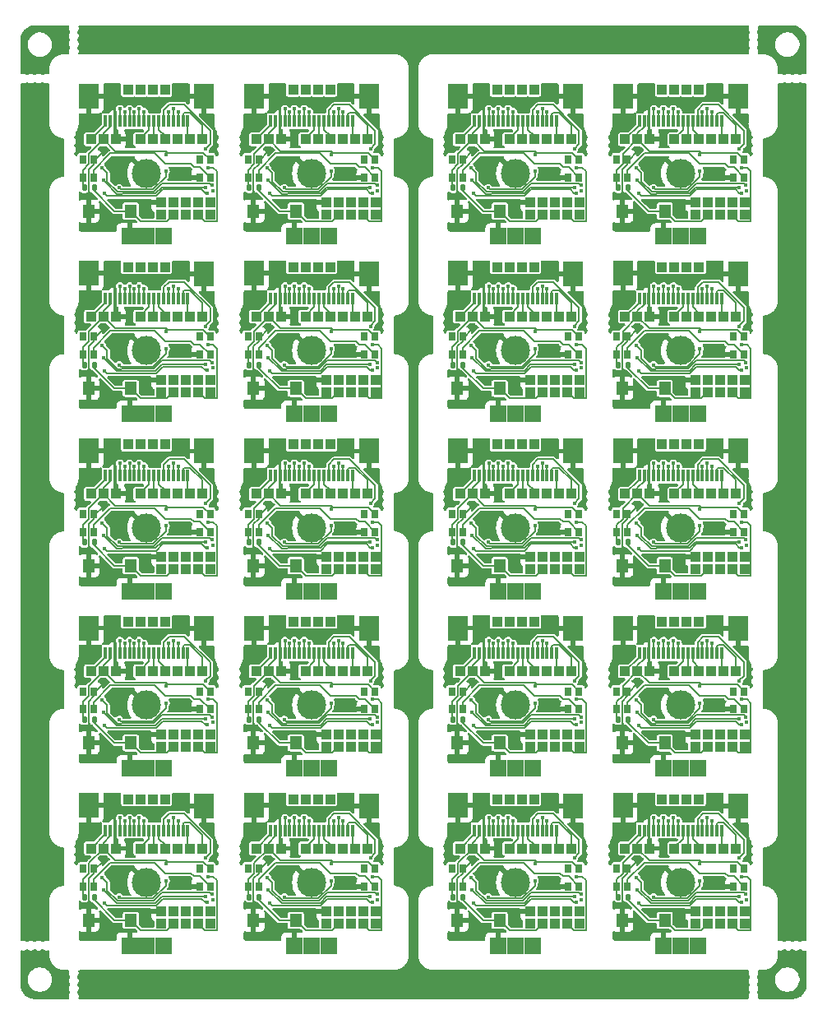
<source format=gbr>
%TF.GenerationSoftware,KiCad,Pcbnew,8.0.5-unknown-202409181836~355805756e~ubuntu22.04.1*%
%TF.CreationDate,2024-10-12T17:37:09+01:00*%
%TF.ProjectId,PANEL5x4_COM_MOD,50414e45-4c35-4783-945f-434f4d5f4d4f,1.0*%
%TF.SameCoordinates,Original*%
%TF.FileFunction,Copper,L4,Bot*%
%TF.FilePolarity,Positive*%
%FSLAX46Y46*%
G04 Gerber Fmt 4.6, Leading zero omitted, Abs format (unit mm)*
G04 Created by KiCad (PCBNEW 8.0.5-unknown-202409181836~355805756e~ubuntu22.04.1) date 2024-10-12 17:37:09*
%MOMM*%
%LPD*%
G01*
G04 APERTURE LIST*
G04 Aperture macros list*
%AMRoundRect*
0 Rectangle with rounded corners*
0 $1 Rounding radius*
0 $2 $3 $4 $5 $6 $7 $8 $9 X,Y pos of 4 corners*
0 Add a 4 corners polygon primitive as box body*
4,1,4,$2,$3,$4,$5,$6,$7,$8,$9,$2,$3,0*
0 Add four circle primitives for the rounded corners*
1,1,$1+$1,$2,$3*
1,1,$1+$1,$4,$5*
1,1,$1+$1,$6,$7*
1,1,$1+$1,$8,$9*
0 Add four rect primitives between the rounded corners*
20,1,$1+$1,$2,$3,$4,$5,0*
20,1,$1+$1,$4,$5,$6,$7,0*
20,1,$1+$1,$6,$7,$8,$9,0*
20,1,$1+$1,$8,$9,$2,$3,0*%
G04 Aperture macros list end*
%TA.AperFunction,SMDPad,CuDef*%
%ADD10R,0.700000X0.900000*%
%TD*%
%TA.AperFunction,SMDPad,CuDef*%
%ADD11RoundRect,0.135000X-0.135000X-0.185000X0.135000X-0.185000X0.135000X0.185000X-0.135000X0.185000X0*%
%TD*%
%TA.AperFunction,SMDPad,CuDef*%
%ADD12R,1.230000X1.360000*%
%TD*%
%TA.AperFunction,SMDPad,CuDef*%
%ADD13R,0.300000X1.250000*%
%TD*%
%TA.AperFunction,SMDPad,CuDef*%
%ADD14R,2.000000X2.500000*%
%TD*%
%TA.AperFunction,SMDPad,CuDef*%
%ADD15C,3.000000*%
%TD*%
%TA.AperFunction,ComponentPad*%
%ADD16R,1.000000X1.000000*%
%TD*%
%TA.AperFunction,CastellatedPad*%
%ADD17R,1.700000X1.700000*%
%TD*%
%TA.AperFunction,ViaPad*%
%ADD18C,0.400000*%
%TD*%
%TA.AperFunction,Conductor*%
%ADD19C,0.127000*%
%TD*%
G04 APERTURE END LIST*
D10*
%TO.P,LED2,1,DO*%
%TO.N,Board_19-/LED_OUT*%
X61950000Y-87330004D03*
%TO.P,LED2,2,GND*%
%TO.N,Board_19-GND*%
X63050000Y-87330004D03*
%TO.P,LED2,3,DI*%
%TO.N,Board_19-Net-(LED1-DO)*%
X63050000Y-89170004D03*
%TO.P,LED2,4,VDD*%
%TO.N,Board_19-+3.3V*%
X61950000Y-89170004D03*
%TD*%
D11*
%TO.P,R1,1*%
%TO.N,Board_14-+3.3V*%
X45089999Y-72000003D03*
%TO.P,R1,2*%
%TO.N,Board_14-/GPIO*%
X46109999Y-72000003D03*
%TD*%
D12*
%TO.P,SW1,1,1*%
%TO.N,Board_12-/GPIO*%
X11879999Y-74400003D03*
%TO.P,SW1,2,2*%
%TO.N,Board_12-GND*%
X7519999Y-74400003D03*
%TD*%
D13*
%TO.P,FPC1,1,1*%
%TO.N,Board_4-/AUX1*%
X9250000Y-28640001D03*
%TO.P,FPC1,2,2*%
%TO.N,Board_4-+3.3V*%
X9750000Y-28640001D03*
%TO.P,FPC1,3,3*%
%TO.N,Board_4-GND*%
X10250000Y-28640001D03*
%TO.P,FPC1,4,4*%
%TO.N,Board_4-/AUX3*%
X10750000Y-28640001D03*
%TO.P,FPC1,5,5*%
%TO.N,Board_4-/addr_bus_0*%
X11250000Y-28640001D03*
%TO.P,FPC1,6,6*%
%TO.N,Board_4-/addr_bus_1*%
X11750000Y-28640001D03*
%TO.P,FPC1,7,7*%
%TO.N,Board_4-/addr_bus_2*%
X12250000Y-28640001D03*
%TO.P,FPC1,8,8*%
%TO.N,Board_4-/addr_bus_3*%
X12750000Y-28640001D03*
%TO.P,FPC1,9,9*%
%TO.N,Board_4-/addr_bus_4*%
X13250000Y-28640001D03*
%TO.P,FPC1,10,10*%
%TO.N,Board_4-/POCI*%
X13750000Y-28640001D03*
%TO.P,FPC1,11,11*%
%TO.N,Board_4-/PICO*%
X14250000Y-28640001D03*
%TO.P,FPC1,12,12*%
%TO.N,Board_4-/SCLK*%
X14750000Y-28640001D03*
%TO.P,FPC1,13,13*%
%TO.N,Board_4-/IO1_in*%
X15250000Y-28640001D03*
%TO.P,FPC1,14,14*%
%TO.N,Board_4-/IO2*%
X15750000Y-28640001D03*
%TO.P,FPC1,15,15*%
%TO.N,Board_4-/I2C_SDA*%
X16250000Y-28640001D03*
%TO.P,FPC1,16,16*%
%TO.N,Board_4-/i2C_SCL*%
X16750000Y-28640001D03*
%TO.P,FPC1,17,17*%
%TO.N,Board_4-/AUX2*%
X17250000Y-28640001D03*
%TO.P,FPC1,18,18*%
%TO.N,Board_4-/extRef*%
X17750000Y-28640001D03*
D14*
%TO.P,FPC1,19,19*%
%TO.N,Board_4-GND*%
X7560000Y-26060001D03*
%TO.P,FPC1,20,20*%
X19440000Y-26100001D03*
%TD*%
D10*
%TO.P,LED2,1,DO*%
%TO.N,Board_2-/LED_OUT*%
X44950000Y-14330000D03*
%TO.P,LED2,2,GND*%
%TO.N,Board_2-GND*%
X46050000Y-14330000D03*
%TO.P,LED2,3,DI*%
%TO.N,Board_2-Net-(LED1-DO)*%
X46050000Y-16170000D03*
%TO.P,LED2,4,VDD*%
%TO.N,Board_2-+3.3V*%
X44950000Y-16170000D03*
%TD*%
D12*
%TO.P,SW1,1,1*%
%TO.N,Board_6-/GPIO*%
X49879999Y-37900001D03*
%TO.P,SW1,2,2*%
%TO.N,Board_6-GND*%
X45519999Y-37900001D03*
%TD*%
D15*
%TO.P,I1,1,conn*%
%TO.N,Board_18-GND*%
X51499999Y-88750004D03*
%TD*%
D13*
%TO.P,FPC1,1,1*%
%TO.N,Board_2-/AUX1*%
X47250000Y-10390000D03*
%TO.P,FPC1,2,2*%
%TO.N,Board_2-+3.3V*%
X47750000Y-10390000D03*
%TO.P,FPC1,3,3*%
%TO.N,Board_2-GND*%
X48250000Y-10390000D03*
%TO.P,FPC1,4,4*%
%TO.N,Board_2-/AUX3*%
X48750000Y-10390000D03*
%TO.P,FPC1,5,5*%
%TO.N,Board_2-/addr_bus_0*%
X49250000Y-10390000D03*
%TO.P,FPC1,6,6*%
%TO.N,Board_2-/addr_bus_1*%
X49750000Y-10390000D03*
%TO.P,FPC1,7,7*%
%TO.N,Board_2-/addr_bus_2*%
X50250000Y-10390000D03*
%TO.P,FPC1,8,8*%
%TO.N,Board_2-/addr_bus_3*%
X50750000Y-10390000D03*
%TO.P,FPC1,9,9*%
%TO.N,Board_2-/addr_bus_4*%
X51250000Y-10390000D03*
%TO.P,FPC1,10,10*%
%TO.N,Board_2-/POCI*%
X51750000Y-10390000D03*
%TO.P,FPC1,11,11*%
%TO.N,Board_2-/PICO*%
X52250000Y-10390000D03*
%TO.P,FPC1,12,12*%
%TO.N,Board_2-/SCLK*%
X52750000Y-10390000D03*
%TO.P,FPC1,13,13*%
%TO.N,Board_2-/IO1_in*%
X53250000Y-10390000D03*
%TO.P,FPC1,14,14*%
%TO.N,Board_2-/IO2*%
X53750000Y-10390000D03*
%TO.P,FPC1,15,15*%
%TO.N,Board_2-/I2C_SDA*%
X54250000Y-10390000D03*
%TO.P,FPC1,16,16*%
%TO.N,Board_2-/i2C_SCL*%
X54750000Y-10390000D03*
%TO.P,FPC1,17,17*%
%TO.N,Board_2-/AUX2*%
X55250000Y-10390000D03*
%TO.P,FPC1,18,18*%
%TO.N,Board_2-/extRef*%
X55750000Y-10390000D03*
D14*
%TO.P,FPC1,19,19*%
%TO.N,Board_2-GND*%
X45560000Y-7810000D03*
%TO.P,FPC1,20,20*%
X57440000Y-7850000D03*
%TD*%
D10*
%TO.P,LED2,1,DO*%
%TO.N,Board_12-/LED_OUT*%
X6950000Y-69080003D03*
%TO.P,LED2,2,GND*%
%TO.N,Board_12-GND*%
X8050000Y-69080003D03*
%TO.P,LED2,3,DI*%
%TO.N,Board_12-Net-(LED1-DO)*%
X8050000Y-70920003D03*
%TO.P,LED2,4,VDD*%
%TO.N,Board_12-+3.3V*%
X6950000Y-70920003D03*
%TD*%
%TO.P,LED1,1,DO*%
%TO.N,Board_7-Net-(LED1-DO)*%
X75050000Y-34420001D03*
%TO.P,LED1,2,GND*%
%TO.N,Board_7-GND*%
X73950000Y-34420001D03*
%TO.P,LED1,3,DI*%
%TO.N,Board_7-/LED_IN*%
X73950000Y-32580001D03*
%TO.P,LED1,4,VDD*%
%TO.N,Board_7-+3.3V*%
X75050000Y-32580001D03*
%TD*%
D15*
%TO.P,I1,1,conn*%
%TO.N,Board_14-GND*%
X51499999Y-70500003D03*
%TD*%
D11*
%TO.P,R1,1*%
%TO.N,Board_9-+3.3V*%
X24089999Y-53750002D03*
%TO.P,R1,2*%
%TO.N,Board_9-/GPIO*%
X25109999Y-53750002D03*
%TD*%
D15*
%TO.P,I1,1,conn*%
%TO.N,Board_3-GND*%
X68499999Y-15750000D03*
%TD*%
D12*
%TO.P,SW1,1,1*%
%TO.N,Board_15-/GPIO*%
X66879999Y-74400003D03*
%TO.P,SW1,2,2*%
%TO.N,Board_15-GND*%
X62519999Y-74400003D03*
%TD*%
D10*
%TO.P,LED2,1,DO*%
%TO.N,Board_17-/LED_OUT*%
X23950000Y-87330004D03*
%TO.P,LED2,2,GND*%
%TO.N,Board_17-GND*%
X25050000Y-87330004D03*
%TO.P,LED2,3,DI*%
%TO.N,Board_17-Net-(LED1-DO)*%
X25050000Y-89170004D03*
%TO.P,LED2,4,VDD*%
%TO.N,Board_17-+3.3V*%
X23950000Y-89170004D03*
%TD*%
D13*
%TO.P,FPC1,1,1*%
%TO.N,Board_11-/AUX1*%
X64250000Y-46890002D03*
%TO.P,FPC1,2,2*%
%TO.N,Board_11-+3.3V*%
X64750000Y-46890002D03*
%TO.P,FPC1,3,3*%
%TO.N,Board_11-GND*%
X65250000Y-46890002D03*
%TO.P,FPC1,4,4*%
%TO.N,Board_11-/AUX3*%
X65750000Y-46890002D03*
%TO.P,FPC1,5,5*%
%TO.N,Board_11-/addr_bus_0*%
X66250000Y-46890002D03*
%TO.P,FPC1,6,6*%
%TO.N,Board_11-/addr_bus_1*%
X66750000Y-46890002D03*
%TO.P,FPC1,7,7*%
%TO.N,Board_11-/addr_bus_2*%
X67250000Y-46890002D03*
%TO.P,FPC1,8,8*%
%TO.N,Board_11-/addr_bus_3*%
X67750000Y-46890002D03*
%TO.P,FPC1,9,9*%
%TO.N,Board_11-/addr_bus_4*%
X68250000Y-46890002D03*
%TO.P,FPC1,10,10*%
%TO.N,Board_11-/POCI*%
X68750000Y-46890002D03*
%TO.P,FPC1,11,11*%
%TO.N,Board_11-/PICO*%
X69250000Y-46890002D03*
%TO.P,FPC1,12,12*%
%TO.N,Board_11-/SCLK*%
X69750000Y-46890002D03*
%TO.P,FPC1,13,13*%
%TO.N,Board_11-/IO1_in*%
X70250000Y-46890002D03*
%TO.P,FPC1,14,14*%
%TO.N,Board_11-/IO2*%
X70750000Y-46890002D03*
%TO.P,FPC1,15,15*%
%TO.N,Board_11-/I2C_SDA*%
X71250000Y-46890002D03*
%TO.P,FPC1,16,16*%
%TO.N,Board_11-/i2C_SCL*%
X71750000Y-46890002D03*
%TO.P,FPC1,17,17*%
%TO.N,Board_11-/AUX2*%
X72250000Y-46890002D03*
%TO.P,FPC1,18,18*%
%TO.N,Board_11-/extRef*%
X72750000Y-46890002D03*
D14*
%TO.P,FPC1,19,19*%
%TO.N,Board_11-GND*%
X62560000Y-44310002D03*
%TO.P,FPC1,20,20*%
X74440000Y-44350002D03*
%TD*%
D10*
%TO.P,LED1,1,DO*%
%TO.N,Board_1-Net-(LED1-DO)*%
X37050000Y-16170000D03*
%TO.P,LED1,2,GND*%
%TO.N,Board_1-GND*%
X35950000Y-16170000D03*
%TO.P,LED1,3,DI*%
%TO.N,Board_1-/LED_IN*%
X35950000Y-14330000D03*
%TO.P,LED1,4,VDD*%
%TO.N,Board_1-+3.3V*%
X37050000Y-14330000D03*
%TD*%
%TO.P,LED1,1,DO*%
%TO.N,Board_13-Net-(LED1-DO)*%
X37050000Y-70920003D03*
%TO.P,LED1,2,GND*%
%TO.N,Board_13-GND*%
X35950000Y-70920003D03*
%TO.P,LED1,3,DI*%
%TO.N,Board_13-/LED_IN*%
X35950000Y-69080003D03*
%TO.P,LED1,4,VDD*%
%TO.N,Board_13-+3.3V*%
X37050000Y-69080003D03*
%TD*%
D15*
%TO.P,I1,1,conn*%
%TO.N,Board_8-GND*%
X13499999Y-52250002D03*
%TD*%
D10*
%TO.P,LED1,1,DO*%
%TO.N,Board_15-Net-(LED1-DO)*%
X75050000Y-70920003D03*
%TO.P,LED1,2,GND*%
%TO.N,Board_15-GND*%
X73950000Y-70920003D03*
%TO.P,LED1,3,DI*%
%TO.N,Board_15-/LED_IN*%
X73950000Y-69080003D03*
%TO.P,LED1,4,VDD*%
%TO.N,Board_15-+3.3V*%
X75050000Y-69080003D03*
%TD*%
D13*
%TO.P,FPC1,1,1*%
%TO.N,Board_3-/AUX1*%
X64250000Y-10390000D03*
%TO.P,FPC1,2,2*%
%TO.N,Board_3-+3.3V*%
X64750000Y-10390000D03*
%TO.P,FPC1,3,3*%
%TO.N,Board_3-GND*%
X65250000Y-10390000D03*
%TO.P,FPC1,4,4*%
%TO.N,Board_3-/AUX3*%
X65750000Y-10390000D03*
%TO.P,FPC1,5,5*%
%TO.N,Board_3-/addr_bus_0*%
X66250000Y-10390000D03*
%TO.P,FPC1,6,6*%
%TO.N,Board_3-/addr_bus_1*%
X66750000Y-10390000D03*
%TO.P,FPC1,7,7*%
%TO.N,Board_3-/addr_bus_2*%
X67250000Y-10390000D03*
%TO.P,FPC1,8,8*%
%TO.N,Board_3-/addr_bus_3*%
X67750000Y-10390000D03*
%TO.P,FPC1,9,9*%
%TO.N,Board_3-/addr_bus_4*%
X68250000Y-10390000D03*
%TO.P,FPC1,10,10*%
%TO.N,Board_3-/POCI*%
X68750000Y-10390000D03*
%TO.P,FPC1,11,11*%
%TO.N,Board_3-/PICO*%
X69250000Y-10390000D03*
%TO.P,FPC1,12,12*%
%TO.N,Board_3-/SCLK*%
X69750000Y-10390000D03*
%TO.P,FPC1,13,13*%
%TO.N,Board_3-/IO1_in*%
X70250000Y-10390000D03*
%TO.P,FPC1,14,14*%
%TO.N,Board_3-/IO2*%
X70750000Y-10390000D03*
%TO.P,FPC1,15,15*%
%TO.N,Board_3-/I2C_SDA*%
X71250000Y-10390000D03*
%TO.P,FPC1,16,16*%
%TO.N,Board_3-/i2C_SCL*%
X71750000Y-10390000D03*
%TO.P,FPC1,17,17*%
%TO.N,Board_3-/AUX2*%
X72250000Y-10390000D03*
%TO.P,FPC1,18,18*%
%TO.N,Board_3-/extRef*%
X72750000Y-10390000D03*
D14*
%TO.P,FPC1,19,19*%
%TO.N,Board_3-GND*%
X62560000Y-7810000D03*
%TO.P,FPC1,20,20*%
X74440000Y-7850000D03*
%TD*%
D15*
%TO.P,I1,1,conn*%
%TO.N,Board_17-GND*%
X30499999Y-88750004D03*
%TD*%
%TO.P,I1,1,conn*%
%TO.N,Board_11-GND*%
X68499999Y-52250002D03*
%TD*%
D10*
%TO.P,LED2,1,DO*%
%TO.N,Board_3-/LED_OUT*%
X61950000Y-14330000D03*
%TO.P,LED2,2,GND*%
%TO.N,Board_3-GND*%
X63050000Y-14330000D03*
%TO.P,LED2,3,DI*%
%TO.N,Board_3-Net-(LED1-DO)*%
X63050000Y-16170000D03*
%TO.P,LED2,4,VDD*%
%TO.N,Board_3-+3.3V*%
X61950000Y-16170000D03*
%TD*%
D12*
%TO.P,SW1,1,1*%
%TO.N,Board_0-/GPIO*%
X11879999Y-19650000D03*
%TO.P,SW1,2,2*%
%TO.N,Board_0-GND*%
X7519999Y-19650000D03*
%TD*%
%TO.P,SW1,1,1*%
%TO.N,Board_3-/GPIO*%
X66879999Y-19650000D03*
%TO.P,SW1,2,2*%
%TO.N,Board_3-GND*%
X62519999Y-19650000D03*
%TD*%
D10*
%TO.P,LED2,1,DO*%
%TO.N,Board_6-/LED_OUT*%
X44950000Y-32580001D03*
%TO.P,LED2,2,GND*%
%TO.N,Board_6-GND*%
X46050000Y-32580001D03*
%TO.P,LED2,3,DI*%
%TO.N,Board_6-Net-(LED1-DO)*%
X46050000Y-34420001D03*
%TO.P,LED2,4,VDD*%
%TO.N,Board_6-+3.3V*%
X44950000Y-34420001D03*
%TD*%
%TO.P,LED1,1,DO*%
%TO.N,Board_2-Net-(LED1-DO)*%
X58050000Y-16170000D03*
%TO.P,LED1,2,GND*%
%TO.N,Board_2-GND*%
X56950000Y-16170000D03*
%TO.P,LED1,3,DI*%
%TO.N,Board_2-/LED_IN*%
X56950000Y-14330000D03*
%TO.P,LED1,4,VDD*%
%TO.N,Board_2-+3.3V*%
X58050000Y-14330000D03*
%TD*%
%TO.P,LED1,1,DO*%
%TO.N,Board_8-Net-(LED1-DO)*%
X20050000Y-52670002D03*
%TO.P,LED1,2,GND*%
%TO.N,Board_8-GND*%
X18950000Y-52670002D03*
%TO.P,LED1,3,DI*%
%TO.N,Board_8-/LED_IN*%
X18950000Y-50830002D03*
%TO.P,LED1,4,VDD*%
%TO.N,Board_8-+3.3V*%
X20050000Y-50830002D03*
%TD*%
%TO.P,LED2,1,DO*%
%TO.N,Board_13-/LED_OUT*%
X23950000Y-69080003D03*
%TO.P,LED2,2,GND*%
%TO.N,Board_13-GND*%
X25050000Y-69080003D03*
%TO.P,LED2,3,DI*%
%TO.N,Board_13-Net-(LED1-DO)*%
X25050000Y-70920003D03*
%TO.P,LED2,4,VDD*%
%TO.N,Board_13-+3.3V*%
X23950000Y-70920003D03*
%TD*%
D12*
%TO.P,SW1,1,1*%
%TO.N,Board_8-/GPIO*%
X11879999Y-56150002D03*
%TO.P,SW1,2,2*%
%TO.N,Board_8-GND*%
X7519999Y-56150002D03*
%TD*%
%TO.P,SW1,1,1*%
%TO.N,Board_7-/GPIO*%
X66879999Y-37900001D03*
%TO.P,SW1,2,2*%
%TO.N,Board_7-GND*%
X62519999Y-37900001D03*
%TD*%
D15*
%TO.P,I1,1,conn*%
%TO.N,Board_15-GND*%
X68499999Y-70500003D03*
%TD*%
D10*
%TO.P,LED2,1,DO*%
%TO.N,Board_18-/LED_OUT*%
X44950000Y-87330004D03*
%TO.P,LED2,2,GND*%
%TO.N,Board_18-GND*%
X46050000Y-87330004D03*
%TO.P,LED2,3,DI*%
%TO.N,Board_18-Net-(LED1-DO)*%
X46050000Y-89170004D03*
%TO.P,LED2,4,VDD*%
%TO.N,Board_18-+3.3V*%
X44950000Y-89170004D03*
%TD*%
D11*
%TO.P,R1,1*%
%TO.N,Board_13-+3.3V*%
X24089999Y-72000003D03*
%TO.P,R1,2*%
%TO.N,Board_13-/GPIO*%
X25109999Y-72000003D03*
%TD*%
D10*
%TO.P,LED1,1,DO*%
%TO.N,Board_10-Net-(LED1-DO)*%
X58050000Y-52670002D03*
%TO.P,LED1,2,GND*%
%TO.N,Board_10-GND*%
X56950000Y-52670002D03*
%TO.P,LED1,3,DI*%
%TO.N,Board_10-/LED_IN*%
X56950000Y-50830002D03*
%TO.P,LED1,4,VDD*%
%TO.N,Board_10-+3.3V*%
X58050000Y-50830002D03*
%TD*%
D13*
%TO.P,FPC1,1,1*%
%TO.N,Board_12-/AUX1*%
X9250000Y-65140003D03*
%TO.P,FPC1,2,2*%
%TO.N,Board_12-+3.3V*%
X9750000Y-65140003D03*
%TO.P,FPC1,3,3*%
%TO.N,Board_12-GND*%
X10250000Y-65140003D03*
%TO.P,FPC1,4,4*%
%TO.N,Board_12-/AUX3*%
X10750000Y-65140003D03*
%TO.P,FPC1,5,5*%
%TO.N,Board_12-/addr_bus_0*%
X11250000Y-65140003D03*
%TO.P,FPC1,6,6*%
%TO.N,Board_12-/addr_bus_1*%
X11750000Y-65140003D03*
%TO.P,FPC1,7,7*%
%TO.N,Board_12-/addr_bus_2*%
X12250000Y-65140003D03*
%TO.P,FPC1,8,8*%
%TO.N,Board_12-/addr_bus_3*%
X12750000Y-65140003D03*
%TO.P,FPC1,9,9*%
%TO.N,Board_12-/addr_bus_4*%
X13250000Y-65140003D03*
%TO.P,FPC1,10,10*%
%TO.N,Board_12-/POCI*%
X13750000Y-65140003D03*
%TO.P,FPC1,11,11*%
%TO.N,Board_12-/PICO*%
X14250000Y-65140003D03*
%TO.P,FPC1,12,12*%
%TO.N,Board_12-/SCLK*%
X14750000Y-65140003D03*
%TO.P,FPC1,13,13*%
%TO.N,Board_12-/IO1_in*%
X15250000Y-65140003D03*
%TO.P,FPC1,14,14*%
%TO.N,Board_12-/IO2*%
X15750000Y-65140003D03*
%TO.P,FPC1,15,15*%
%TO.N,Board_12-/I2C_SDA*%
X16250000Y-65140003D03*
%TO.P,FPC1,16,16*%
%TO.N,Board_12-/i2C_SCL*%
X16750000Y-65140003D03*
%TO.P,FPC1,17,17*%
%TO.N,Board_12-/AUX2*%
X17250000Y-65140003D03*
%TO.P,FPC1,18,18*%
%TO.N,Board_12-/extRef*%
X17750000Y-65140003D03*
D14*
%TO.P,FPC1,19,19*%
%TO.N,Board_12-GND*%
X7560000Y-62560003D03*
%TO.P,FPC1,20,20*%
X19440000Y-62600003D03*
%TD*%
D13*
%TO.P,FPC1,1,1*%
%TO.N,Board_5-/AUX1*%
X26250000Y-28640001D03*
%TO.P,FPC1,2,2*%
%TO.N,Board_5-+3.3V*%
X26750000Y-28640001D03*
%TO.P,FPC1,3,3*%
%TO.N,Board_5-GND*%
X27250000Y-28640001D03*
%TO.P,FPC1,4,4*%
%TO.N,Board_5-/AUX3*%
X27750000Y-28640001D03*
%TO.P,FPC1,5,5*%
%TO.N,Board_5-/addr_bus_0*%
X28250000Y-28640001D03*
%TO.P,FPC1,6,6*%
%TO.N,Board_5-/addr_bus_1*%
X28750000Y-28640001D03*
%TO.P,FPC1,7,7*%
%TO.N,Board_5-/addr_bus_2*%
X29250000Y-28640001D03*
%TO.P,FPC1,8,8*%
%TO.N,Board_5-/addr_bus_3*%
X29750000Y-28640001D03*
%TO.P,FPC1,9,9*%
%TO.N,Board_5-/addr_bus_4*%
X30250000Y-28640001D03*
%TO.P,FPC1,10,10*%
%TO.N,Board_5-/POCI*%
X30750000Y-28640001D03*
%TO.P,FPC1,11,11*%
%TO.N,Board_5-/PICO*%
X31250000Y-28640001D03*
%TO.P,FPC1,12,12*%
%TO.N,Board_5-/SCLK*%
X31750000Y-28640001D03*
%TO.P,FPC1,13,13*%
%TO.N,Board_5-/IO1_in*%
X32250000Y-28640001D03*
%TO.P,FPC1,14,14*%
%TO.N,Board_5-/IO2*%
X32750000Y-28640001D03*
%TO.P,FPC1,15,15*%
%TO.N,Board_5-/I2C_SDA*%
X33250000Y-28640001D03*
%TO.P,FPC1,16,16*%
%TO.N,Board_5-/i2C_SCL*%
X33750000Y-28640001D03*
%TO.P,FPC1,17,17*%
%TO.N,Board_5-/AUX2*%
X34250000Y-28640001D03*
%TO.P,FPC1,18,18*%
%TO.N,Board_5-/extRef*%
X34750000Y-28640001D03*
D14*
%TO.P,FPC1,19,19*%
%TO.N,Board_5-GND*%
X24560000Y-26060001D03*
%TO.P,FPC1,20,20*%
X36440000Y-26100001D03*
%TD*%
D10*
%TO.P,LED1,1,DO*%
%TO.N,Board_5-Net-(LED1-DO)*%
X37050000Y-34420001D03*
%TO.P,LED1,2,GND*%
%TO.N,Board_5-GND*%
X35950000Y-34420001D03*
%TO.P,LED1,3,DI*%
%TO.N,Board_5-/LED_IN*%
X35950000Y-32580001D03*
%TO.P,LED1,4,VDD*%
%TO.N,Board_5-+3.3V*%
X37050000Y-32580001D03*
%TD*%
D12*
%TO.P,SW1,1,1*%
%TO.N,Board_18-/GPIO*%
X49879999Y-92650004D03*
%TO.P,SW1,2,2*%
%TO.N,Board_18-GND*%
X45519999Y-92650004D03*
%TD*%
D15*
%TO.P,I1,1,conn*%
%TO.N,Board_16-GND*%
X13499999Y-88750004D03*
%TD*%
D13*
%TO.P,FPC1,1,1*%
%TO.N,Board_6-/AUX1*%
X47250000Y-28640001D03*
%TO.P,FPC1,2,2*%
%TO.N,Board_6-+3.3V*%
X47750000Y-28640001D03*
%TO.P,FPC1,3,3*%
%TO.N,Board_6-GND*%
X48250000Y-28640001D03*
%TO.P,FPC1,4,4*%
%TO.N,Board_6-/AUX3*%
X48750000Y-28640001D03*
%TO.P,FPC1,5,5*%
%TO.N,Board_6-/addr_bus_0*%
X49250000Y-28640001D03*
%TO.P,FPC1,6,6*%
%TO.N,Board_6-/addr_bus_1*%
X49750000Y-28640001D03*
%TO.P,FPC1,7,7*%
%TO.N,Board_6-/addr_bus_2*%
X50250000Y-28640001D03*
%TO.P,FPC1,8,8*%
%TO.N,Board_6-/addr_bus_3*%
X50750000Y-28640001D03*
%TO.P,FPC1,9,9*%
%TO.N,Board_6-/addr_bus_4*%
X51250000Y-28640001D03*
%TO.P,FPC1,10,10*%
%TO.N,Board_6-/POCI*%
X51750000Y-28640001D03*
%TO.P,FPC1,11,11*%
%TO.N,Board_6-/PICO*%
X52250000Y-28640001D03*
%TO.P,FPC1,12,12*%
%TO.N,Board_6-/SCLK*%
X52750000Y-28640001D03*
%TO.P,FPC1,13,13*%
%TO.N,Board_6-/IO1_in*%
X53250000Y-28640001D03*
%TO.P,FPC1,14,14*%
%TO.N,Board_6-/IO2*%
X53750000Y-28640001D03*
%TO.P,FPC1,15,15*%
%TO.N,Board_6-/I2C_SDA*%
X54250000Y-28640001D03*
%TO.P,FPC1,16,16*%
%TO.N,Board_6-/i2C_SCL*%
X54750000Y-28640001D03*
%TO.P,FPC1,17,17*%
%TO.N,Board_6-/AUX2*%
X55250000Y-28640001D03*
%TO.P,FPC1,18,18*%
%TO.N,Board_6-/extRef*%
X55750000Y-28640001D03*
D14*
%TO.P,FPC1,19,19*%
%TO.N,Board_6-GND*%
X45560000Y-26060001D03*
%TO.P,FPC1,20,20*%
X57440000Y-26100001D03*
%TD*%
D10*
%TO.P,LED2,1,DO*%
%TO.N,Board_15-/LED_OUT*%
X61950000Y-69080003D03*
%TO.P,LED2,2,GND*%
%TO.N,Board_15-GND*%
X63050000Y-69080003D03*
%TO.P,LED2,3,DI*%
%TO.N,Board_15-Net-(LED1-DO)*%
X63050000Y-70920003D03*
%TO.P,LED2,4,VDD*%
%TO.N,Board_15-+3.3V*%
X61950000Y-70920003D03*
%TD*%
D11*
%TO.P,R1,1*%
%TO.N,Board_0-+3.3V*%
X7089999Y-17250000D03*
%TO.P,R1,2*%
%TO.N,Board_0-/GPIO*%
X8109999Y-17250000D03*
%TD*%
%TO.P,R1,1*%
%TO.N,Board_16-+3.3V*%
X7089999Y-90250004D03*
%TO.P,R1,2*%
%TO.N,Board_16-/GPIO*%
X8109999Y-90250004D03*
%TD*%
D12*
%TO.P,SW1,1,1*%
%TO.N,Board_1-/GPIO*%
X28879999Y-19650000D03*
%TO.P,SW1,2,2*%
%TO.N,Board_1-GND*%
X24519999Y-19650000D03*
%TD*%
D15*
%TO.P,I1,1,conn*%
%TO.N,Board_13-GND*%
X30499999Y-70500003D03*
%TD*%
D12*
%TO.P,SW1,1,1*%
%TO.N,Board_4-/GPIO*%
X11879999Y-37900001D03*
%TO.P,SW1,2,2*%
%TO.N,Board_4-GND*%
X7519999Y-37900001D03*
%TD*%
D13*
%TO.P,FPC1,1,1*%
%TO.N,Board_16-/AUX1*%
X9250000Y-83390004D03*
%TO.P,FPC1,2,2*%
%TO.N,Board_16-+3.3V*%
X9750000Y-83390004D03*
%TO.P,FPC1,3,3*%
%TO.N,Board_16-GND*%
X10250000Y-83390004D03*
%TO.P,FPC1,4,4*%
%TO.N,Board_16-/AUX3*%
X10750000Y-83390004D03*
%TO.P,FPC1,5,5*%
%TO.N,Board_16-/addr_bus_0*%
X11250000Y-83390004D03*
%TO.P,FPC1,6,6*%
%TO.N,Board_16-/addr_bus_1*%
X11750000Y-83390004D03*
%TO.P,FPC1,7,7*%
%TO.N,Board_16-/addr_bus_2*%
X12250000Y-83390004D03*
%TO.P,FPC1,8,8*%
%TO.N,Board_16-/addr_bus_3*%
X12750000Y-83390004D03*
%TO.P,FPC1,9,9*%
%TO.N,Board_16-/addr_bus_4*%
X13250000Y-83390004D03*
%TO.P,FPC1,10,10*%
%TO.N,Board_16-/POCI*%
X13750000Y-83390004D03*
%TO.P,FPC1,11,11*%
%TO.N,Board_16-/PICO*%
X14250000Y-83390004D03*
%TO.P,FPC1,12,12*%
%TO.N,Board_16-/SCLK*%
X14750000Y-83390004D03*
%TO.P,FPC1,13,13*%
%TO.N,Board_16-/IO1_in*%
X15250000Y-83390004D03*
%TO.P,FPC1,14,14*%
%TO.N,Board_16-/IO2*%
X15750000Y-83390004D03*
%TO.P,FPC1,15,15*%
%TO.N,Board_16-/I2C_SDA*%
X16250000Y-83390004D03*
%TO.P,FPC1,16,16*%
%TO.N,Board_16-/i2C_SCL*%
X16750000Y-83390004D03*
%TO.P,FPC1,17,17*%
%TO.N,Board_16-/AUX2*%
X17250000Y-83390004D03*
%TO.P,FPC1,18,18*%
%TO.N,Board_16-/extRef*%
X17750000Y-83390004D03*
D14*
%TO.P,FPC1,19,19*%
%TO.N,Board_16-GND*%
X7560000Y-80810004D03*
%TO.P,FPC1,20,20*%
X19440000Y-80850004D03*
%TD*%
D10*
%TO.P,LED2,1,DO*%
%TO.N,Board_9-/LED_OUT*%
X23950000Y-50830002D03*
%TO.P,LED2,2,GND*%
%TO.N,Board_9-GND*%
X25050000Y-50830002D03*
%TO.P,LED2,3,DI*%
%TO.N,Board_9-Net-(LED1-DO)*%
X25050000Y-52670002D03*
%TO.P,LED2,4,VDD*%
%TO.N,Board_9-+3.3V*%
X23950000Y-52670002D03*
%TD*%
D15*
%TO.P,I1,1,conn*%
%TO.N,Board_12-GND*%
X13499999Y-70500003D03*
%TD*%
D11*
%TO.P,R1,1*%
%TO.N,Board_1-+3.3V*%
X24089999Y-17250000D03*
%TO.P,R1,2*%
%TO.N,Board_1-/GPIO*%
X25109999Y-17250000D03*
%TD*%
D10*
%TO.P,LED1,1,DO*%
%TO.N,Board_17-Net-(LED1-DO)*%
X37050000Y-89170004D03*
%TO.P,LED1,2,GND*%
%TO.N,Board_17-GND*%
X35950000Y-89170004D03*
%TO.P,LED1,3,DI*%
%TO.N,Board_17-/LED_IN*%
X35950000Y-87330004D03*
%TO.P,LED1,4,VDD*%
%TO.N,Board_17-+3.3V*%
X37050000Y-87330004D03*
%TD*%
D11*
%TO.P,R1,1*%
%TO.N,Board_6-+3.3V*%
X45089999Y-35500001D03*
%TO.P,R1,2*%
%TO.N,Board_6-/GPIO*%
X46109999Y-35500001D03*
%TD*%
%TO.P,R1,1*%
%TO.N,Board_8-+3.3V*%
X7089999Y-53750002D03*
%TO.P,R1,2*%
%TO.N,Board_8-/GPIO*%
X8109999Y-53750002D03*
%TD*%
D13*
%TO.P,FPC1,1,1*%
%TO.N,Board_1-/AUX1*%
X26250000Y-10390000D03*
%TO.P,FPC1,2,2*%
%TO.N,Board_1-+3.3V*%
X26750000Y-10390000D03*
%TO.P,FPC1,3,3*%
%TO.N,Board_1-GND*%
X27250000Y-10390000D03*
%TO.P,FPC1,4,4*%
%TO.N,Board_1-/AUX3*%
X27750000Y-10390000D03*
%TO.P,FPC1,5,5*%
%TO.N,Board_1-/addr_bus_0*%
X28250000Y-10390000D03*
%TO.P,FPC1,6,6*%
%TO.N,Board_1-/addr_bus_1*%
X28750000Y-10390000D03*
%TO.P,FPC1,7,7*%
%TO.N,Board_1-/addr_bus_2*%
X29250000Y-10390000D03*
%TO.P,FPC1,8,8*%
%TO.N,Board_1-/addr_bus_3*%
X29750000Y-10390000D03*
%TO.P,FPC1,9,9*%
%TO.N,Board_1-/addr_bus_4*%
X30250000Y-10390000D03*
%TO.P,FPC1,10,10*%
%TO.N,Board_1-/POCI*%
X30750000Y-10390000D03*
%TO.P,FPC1,11,11*%
%TO.N,Board_1-/PICO*%
X31250000Y-10390000D03*
%TO.P,FPC1,12,12*%
%TO.N,Board_1-/SCLK*%
X31750000Y-10390000D03*
%TO.P,FPC1,13,13*%
%TO.N,Board_1-/IO1_in*%
X32250000Y-10390000D03*
%TO.P,FPC1,14,14*%
%TO.N,Board_1-/IO2*%
X32750000Y-10390000D03*
%TO.P,FPC1,15,15*%
%TO.N,Board_1-/I2C_SDA*%
X33250000Y-10390000D03*
%TO.P,FPC1,16,16*%
%TO.N,Board_1-/i2C_SCL*%
X33750000Y-10390000D03*
%TO.P,FPC1,17,17*%
%TO.N,Board_1-/AUX2*%
X34250000Y-10390000D03*
%TO.P,FPC1,18,18*%
%TO.N,Board_1-/extRef*%
X34750000Y-10390000D03*
D14*
%TO.P,FPC1,19,19*%
%TO.N,Board_1-GND*%
X24560000Y-7810000D03*
%TO.P,FPC1,20,20*%
X36440000Y-7850000D03*
%TD*%
D11*
%TO.P,R1,1*%
%TO.N,Board_19-+3.3V*%
X62089999Y-90250004D03*
%TO.P,R1,2*%
%TO.N,Board_19-/GPIO*%
X63109999Y-90250004D03*
%TD*%
D13*
%TO.P,FPC1,1,1*%
%TO.N,Board_7-/AUX1*%
X64250000Y-28640001D03*
%TO.P,FPC1,2,2*%
%TO.N,Board_7-+3.3V*%
X64750000Y-28640001D03*
%TO.P,FPC1,3,3*%
%TO.N,Board_7-GND*%
X65250000Y-28640001D03*
%TO.P,FPC1,4,4*%
%TO.N,Board_7-/AUX3*%
X65750000Y-28640001D03*
%TO.P,FPC1,5,5*%
%TO.N,Board_7-/addr_bus_0*%
X66250000Y-28640001D03*
%TO.P,FPC1,6,6*%
%TO.N,Board_7-/addr_bus_1*%
X66750000Y-28640001D03*
%TO.P,FPC1,7,7*%
%TO.N,Board_7-/addr_bus_2*%
X67250000Y-28640001D03*
%TO.P,FPC1,8,8*%
%TO.N,Board_7-/addr_bus_3*%
X67750000Y-28640001D03*
%TO.P,FPC1,9,9*%
%TO.N,Board_7-/addr_bus_4*%
X68250000Y-28640001D03*
%TO.P,FPC1,10,10*%
%TO.N,Board_7-/POCI*%
X68750000Y-28640001D03*
%TO.P,FPC1,11,11*%
%TO.N,Board_7-/PICO*%
X69250000Y-28640001D03*
%TO.P,FPC1,12,12*%
%TO.N,Board_7-/SCLK*%
X69750000Y-28640001D03*
%TO.P,FPC1,13,13*%
%TO.N,Board_7-/IO1_in*%
X70250000Y-28640001D03*
%TO.P,FPC1,14,14*%
%TO.N,Board_7-/IO2*%
X70750000Y-28640001D03*
%TO.P,FPC1,15,15*%
%TO.N,Board_7-/I2C_SDA*%
X71250000Y-28640001D03*
%TO.P,FPC1,16,16*%
%TO.N,Board_7-/i2C_SCL*%
X71750000Y-28640001D03*
%TO.P,FPC1,17,17*%
%TO.N,Board_7-/AUX2*%
X72250000Y-28640001D03*
%TO.P,FPC1,18,18*%
%TO.N,Board_7-/extRef*%
X72750000Y-28640001D03*
D14*
%TO.P,FPC1,19,19*%
%TO.N,Board_7-GND*%
X62560000Y-26060001D03*
%TO.P,FPC1,20,20*%
X74440000Y-26100001D03*
%TD*%
D11*
%TO.P,R1,1*%
%TO.N,Board_5-+3.3V*%
X24089999Y-35500001D03*
%TO.P,R1,2*%
%TO.N,Board_5-/GPIO*%
X25109999Y-35500001D03*
%TD*%
%TO.P,R1,1*%
%TO.N,Board_10-+3.3V*%
X45089999Y-53750002D03*
%TO.P,R1,2*%
%TO.N,Board_10-/GPIO*%
X46109999Y-53750002D03*
%TD*%
D10*
%TO.P,LED2,1,DO*%
%TO.N,Board_7-/LED_OUT*%
X61950000Y-32580001D03*
%TO.P,LED2,2,GND*%
%TO.N,Board_7-GND*%
X63050000Y-32580001D03*
%TO.P,LED2,3,DI*%
%TO.N,Board_7-Net-(LED1-DO)*%
X63050000Y-34420001D03*
%TO.P,LED2,4,VDD*%
%TO.N,Board_7-+3.3V*%
X61950000Y-34420001D03*
%TD*%
D15*
%TO.P,I1,1,conn*%
%TO.N,Board_4-GND*%
X13499999Y-34000001D03*
%TD*%
D13*
%TO.P,FPC1,1,1*%
%TO.N,Board_0-/AUX1*%
X9250000Y-10390000D03*
%TO.P,FPC1,2,2*%
%TO.N,Board_0-+3.3V*%
X9750000Y-10390000D03*
%TO.P,FPC1,3,3*%
%TO.N,Board_0-GND*%
X10250000Y-10390000D03*
%TO.P,FPC1,4,4*%
%TO.N,Board_0-/AUX3*%
X10750000Y-10390000D03*
%TO.P,FPC1,5,5*%
%TO.N,Board_0-/addr_bus_0*%
X11250000Y-10390000D03*
%TO.P,FPC1,6,6*%
%TO.N,Board_0-/addr_bus_1*%
X11750000Y-10390000D03*
%TO.P,FPC1,7,7*%
%TO.N,Board_0-/addr_bus_2*%
X12250000Y-10390000D03*
%TO.P,FPC1,8,8*%
%TO.N,Board_0-/addr_bus_3*%
X12750000Y-10390000D03*
%TO.P,FPC1,9,9*%
%TO.N,Board_0-/addr_bus_4*%
X13250000Y-10390000D03*
%TO.P,FPC1,10,10*%
%TO.N,Board_0-/POCI*%
X13750000Y-10390000D03*
%TO.P,FPC1,11,11*%
%TO.N,Board_0-/PICO*%
X14250000Y-10390000D03*
%TO.P,FPC1,12,12*%
%TO.N,Board_0-/SCLK*%
X14750000Y-10390000D03*
%TO.P,FPC1,13,13*%
%TO.N,Board_0-/IO1_in*%
X15250000Y-10390000D03*
%TO.P,FPC1,14,14*%
%TO.N,Board_0-/IO2*%
X15750000Y-10390000D03*
%TO.P,FPC1,15,15*%
%TO.N,Board_0-/I2C_SDA*%
X16250000Y-10390000D03*
%TO.P,FPC1,16,16*%
%TO.N,Board_0-/i2C_SCL*%
X16750000Y-10390000D03*
%TO.P,FPC1,17,17*%
%TO.N,Board_0-/AUX2*%
X17250000Y-10390000D03*
%TO.P,FPC1,18,18*%
%TO.N,Board_0-/extRef*%
X17750000Y-10390000D03*
D14*
%TO.P,FPC1,19,19*%
%TO.N,Board_0-GND*%
X7560000Y-7810000D03*
%TO.P,FPC1,20,20*%
X19440000Y-7850000D03*
%TD*%
D10*
%TO.P,LED1,1,DO*%
%TO.N,Board_3-Net-(LED1-DO)*%
X75050000Y-16170000D03*
%TO.P,LED1,2,GND*%
%TO.N,Board_3-GND*%
X73950000Y-16170000D03*
%TO.P,LED1,3,DI*%
%TO.N,Board_3-/LED_IN*%
X73950000Y-14330000D03*
%TO.P,LED1,4,VDD*%
%TO.N,Board_3-+3.3V*%
X75050000Y-14330000D03*
%TD*%
D12*
%TO.P,SW1,1,1*%
%TO.N,Board_17-/GPIO*%
X28879999Y-92650004D03*
%TO.P,SW1,2,2*%
%TO.N,Board_17-GND*%
X24519999Y-92650004D03*
%TD*%
D15*
%TO.P,I1,1,conn*%
%TO.N,Board_19-GND*%
X68499999Y-88750004D03*
%TD*%
D10*
%TO.P,LED1,1,DO*%
%TO.N,Board_6-Net-(LED1-DO)*%
X58050000Y-34420001D03*
%TO.P,LED1,2,GND*%
%TO.N,Board_6-GND*%
X56950000Y-34420001D03*
%TO.P,LED1,3,DI*%
%TO.N,Board_6-/LED_IN*%
X56950000Y-32580001D03*
%TO.P,LED1,4,VDD*%
%TO.N,Board_6-+3.3V*%
X58050000Y-32580001D03*
%TD*%
%TO.P,LED2,1,DO*%
%TO.N,Board_8-/LED_OUT*%
X6950000Y-50830002D03*
%TO.P,LED2,2,GND*%
%TO.N,Board_8-GND*%
X8050000Y-50830002D03*
%TO.P,LED2,3,DI*%
%TO.N,Board_8-Net-(LED1-DO)*%
X8050000Y-52670002D03*
%TO.P,LED2,4,VDD*%
%TO.N,Board_8-+3.3V*%
X6950000Y-52670002D03*
%TD*%
D11*
%TO.P,R1,1*%
%TO.N,Board_7-+3.3V*%
X62089999Y-35500001D03*
%TO.P,R1,2*%
%TO.N,Board_7-/GPIO*%
X63109999Y-35500001D03*
%TD*%
D12*
%TO.P,SW1,1,1*%
%TO.N,Board_13-/GPIO*%
X28879999Y-74400003D03*
%TO.P,SW1,2,2*%
%TO.N,Board_13-GND*%
X24519999Y-74400003D03*
%TD*%
D10*
%TO.P,LED2,1,DO*%
%TO.N,Board_1-/LED_OUT*%
X23950000Y-14330000D03*
%TO.P,LED2,2,GND*%
%TO.N,Board_1-GND*%
X25050000Y-14330000D03*
%TO.P,LED2,3,DI*%
%TO.N,Board_1-Net-(LED1-DO)*%
X25050000Y-16170000D03*
%TO.P,LED2,4,VDD*%
%TO.N,Board_1-+3.3V*%
X23950000Y-16170000D03*
%TD*%
%TO.P,LED1,1,DO*%
%TO.N,Board_9-Net-(LED1-DO)*%
X37050000Y-52670002D03*
%TO.P,LED1,2,GND*%
%TO.N,Board_9-GND*%
X35950000Y-52670002D03*
%TO.P,LED1,3,DI*%
%TO.N,Board_9-/LED_IN*%
X35950000Y-50830002D03*
%TO.P,LED1,4,VDD*%
%TO.N,Board_9-+3.3V*%
X37050000Y-50830002D03*
%TD*%
%TO.P,LED1,1,DO*%
%TO.N,Board_19-Net-(LED1-DO)*%
X75050000Y-89170004D03*
%TO.P,LED1,2,GND*%
%TO.N,Board_19-GND*%
X73950000Y-89170004D03*
%TO.P,LED1,3,DI*%
%TO.N,Board_19-/LED_IN*%
X73950000Y-87330004D03*
%TO.P,LED1,4,VDD*%
%TO.N,Board_19-+3.3V*%
X75050000Y-87330004D03*
%TD*%
%TO.P,LED2,1,DO*%
%TO.N,Board_14-/LED_OUT*%
X44950000Y-69080003D03*
%TO.P,LED2,2,GND*%
%TO.N,Board_14-GND*%
X46050000Y-69080003D03*
%TO.P,LED2,3,DI*%
%TO.N,Board_14-Net-(LED1-DO)*%
X46050000Y-70920003D03*
%TO.P,LED2,4,VDD*%
%TO.N,Board_14-+3.3V*%
X44950000Y-70920003D03*
%TD*%
%TO.P,LED1,1,DO*%
%TO.N,Board_11-Net-(LED1-DO)*%
X75050000Y-52670002D03*
%TO.P,LED1,2,GND*%
%TO.N,Board_11-GND*%
X73950000Y-52670002D03*
%TO.P,LED1,3,DI*%
%TO.N,Board_11-/LED_IN*%
X73950000Y-50830002D03*
%TO.P,LED1,4,VDD*%
%TO.N,Board_11-+3.3V*%
X75050000Y-50830002D03*
%TD*%
D12*
%TO.P,SW1,1,1*%
%TO.N,Board_19-/GPIO*%
X66879999Y-92650004D03*
%TO.P,SW1,2,2*%
%TO.N,Board_19-GND*%
X62519999Y-92650004D03*
%TD*%
D13*
%TO.P,FPC1,1,1*%
%TO.N,Board_8-/AUX1*%
X9250000Y-46890002D03*
%TO.P,FPC1,2,2*%
%TO.N,Board_8-+3.3V*%
X9750000Y-46890002D03*
%TO.P,FPC1,3,3*%
%TO.N,Board_8-GND*%
X10250000Y-46890002D03*
%TO.P,FPC1,4,4*%
%TO.N,Board_8-/AUX3*%
X10750000Y-46890002D03*
%TO.P,FPC1,5,5*%
%TO.N,Board_8-/addr_bus_0*%
X11250000Y-46890002D03*
%TO.P,FPC1,6,6*%
%TO.N,Board_8-/addr_bus_1*%
X11750000Y-46890002D03*
%TO.P,FPC1,7,7*%
%TO.N,Board_8-/addr_bus_2*%
X12250000Y-46890002D03*
%TO.P,FPC1,8,8*%
%TO.N,Board_8-/addr_bus_3*%
X12750000Y-46890002D03*
%TO.P,FPC1,9,9*%
%TO.N,Board_8-/addr_bus_4*%
X13250000Y-46890002D03*
%TO.P,FPC1,10,10*%
%TO.N,Board_8-/POCI*%
X13750000Y-46890002D03*
%TO.P,FPC1,11,11*%
%TO.N,Board_8-/PICO*%
X14250000Y-46890002D03*
%TO.P,FPC1,12,12*%
%TO.N,Board_8-/SCLK*%
X14750000Y-46890002D03*
%TO.P,FPC1,13,13*%
%TO.N,Board_8-/IO1_in*%
X15250000Y-46890002D03*
%TO.P,FPC1,14,14*%
%TO.N,Board_8-/IO2*%
X15750000Y-46890002D03*
%TO.P,FPC1,15,15*%
%TO.N,Board_8-/I2C_SDA*%
X16250000Y-46890002D03*
%TO.P,FPC1,16,16*%
%TO.N,Board_8-/i2C_SCL*%
X16750000Y-46890002D03*
%TO.P,FPC1,17,17*%
%TO.N,Board_8-/AUX2*%
X17250000Y-46890002D03*
%TO.P,FPC1,18,18*%
%TO.N,Board_8-/extRef*%
X17750000Y-46890002D03*
D14*
%TO.P,FPC1,19,19*%
%TO.N,Board_8-GND*%
X7560000Y-44310002D03*
%TO.P,FPC1,20,20*%
X19440000Y-44350002D03*
%TD*%
D11*
%TO.P,R1,1*%
%TO.N,Board_2-+3.3V*%
X45089999Y-17250000D03*
%TO.P,R1,2*%
%TO.N,Board_2-/GPIO*%
X46109999Y-17250000D03*
%TD*%
D13*
%TO.P,FPC1,1,1*%
%TO.N,Board_10-/AUX1*%
X47250000Y-46890002D03*
%TO.P,FPC1,2,2*%
%TO.N,Board_10-+3.3V*%
X47750000Y-46890002D03*
%TO.P,FPC1,3,3*%
%TO.N,Board_10-GND*%
X48250000Y-46890002D03*
%TO.P,FPC1,4,4*%
%TO.N,Board_10-/AUX3*%
X48750000Y-46890002D03*
%TO.P,FPC1,5,5*%
%TO.N,Board_10-/addr_bus_0*%
X49250000Y-46890002D03*
%TO.P,FPC1,6,6*%
%TO.N,Board_10-/addr_bus_1*%
X49750000Y-46890002D03*
%TO.P,FPC1,7,7*%
%TO.N,Board_10-/addr_bus_2*%
X50250000Y-46890002D03*
%TO.P,FPC1,8,8*%
%TO.N,Board_10-/addr_bus_3*%
X50750000Y-46890002D03*
%TO.P,FPC1,9,9*%
%TO.N,Board_10-/addr_bus_4*%
X51250000Y-46890002D03*
%TO.P,FPC1,10,10*%
%TO.N,Board_10-/POCI*%
X51750000Y-46890002D03*
%TO.P,FPC1,11,11*%
%TO.N,Board_10-/PICO*%
X52250000Y-46890002D03*
%TO.P,FPC1,12,12*%
%TO.N,Board_10-/SCLK*%
X52750000Y-46890002D03*
%TO.P,FPC1,13,13*%
%TO.N,Board_10-/IO1_in*%
X53250000Y-46890002D03*
%TO.P,FPC1,14,14*%
%TO.N,Board_10-/IO2*%
X53750000Y-46890002D03*
%TO.P,FPC1,15,15*%
%TO.N,Board_10-/I2C_SDA*%
X54250000Y-46890002D03*
%TO.P,FPC1,16,16*%
%TO.N,Board_10-/i2C_SCL*%
X54750000Y-46890002D03*
%TO.P,FPC1,17,17*%
%TO.N,Board_10-/AUX2*%
X55250000Y-46890002D03*
%TO.P,FPC1,18,18*%
%TO.N,Board_10-/extRef*%
X55750000Y-46890002D03*
D14*
%TO.P,FPC1,19,19*%
%TO.N,Board_10-GND*%
X45560000Y-44310002D03*
%TO.P,FPC1,20,20*%
X57440000Y-44350002D03*
%TD*%
D11*
%TO.P,R1,1*%
%TO.N,Board_17-+3.3V*%
X24089999Y-90250004D03*
%TO.P,R1,2*%
%TO.N,Board_17-/GPIO*%
X25109999Y-90250004D03*
%TD*%
D15*
%TO.P,I1,1,conn*%
%TO.N,Board_5-GND*%
X30499999Y-34000001D03*
%TD*%
D10*
%TO.P,LED1,1,DO*%
%TO.N,Board_12-Net-(LED1-DO)*%
X20050000Y-70920003D03*
%TO.P,LED1,2,GND*%
%TO.N,Board_12-GND*%
X18950000Y-70920003D03*
%TO.P,LED1,3,DI*%
%TO.N,Board_12-/LED_IN*%
X18950000Y-69080003D03*
%TO.P,LED1,4,VDD*%
%TO.N,Board_12-+3.3V*%
X20050000Y-69080003D03*
%TD*%
D11*
%TO.P,R1,1*%
%TO.N,Board_11-+3.3V*%
X62089999Y-53750002D03*
%TO.P,R1,2*%
%TO.N,Board_11-/GPIO*%
X63109999Y-53750002D03*
%TD*%
D15*
%TO.P,I1,1,conn*%
%TO.N,Board_9-GND*%
X30499999Y-52250002D03*
%TD*%
D10*
%TO.P,LED1,1,DO*%
%TO.N,Board_0-Net-(LED1-DO)*%
X20050000Y-16170000D03*
%TO.P,LED1,2,GND*%
%TO.N,Board_0-GND*%
X18950000Y-16170000D03*
%TO.P,LED1,3,DI*%
%TO.N,Board_0-/LED_IN*%
X18950000Y-14330000D03*
%TO.P,LED1,4,VDD*%
%TO.N,Board_0-+3.3V*%
X20050000Y-14330000D03*
%TD*%
%TO.P,LED2,1,DO*%
%TO.N,Board_5-/LED_OUT*%
X23950000Y-32580001D03*
%TO.P,LED2,2,GND*%
%TO.N,Board_5-GND*%
X25050000Y-32580001D03*
%TO.P,LED2,3,DI*%
%TO.N,Board_5-Net-(LED1-DO)*%
X25050000Y-34420001D03*
%TO.P,LED2,4,VDD*%
%TO.N,Board_5-+3.3V*%
X23950000Y-34420001D03*
%TD*%
D12*
%TO.P,SW1,1,1*%
%TO.N,Board_11-/GPIO*%
X66879999Y-56150002D03*
%TO.P,SW1,2,2*%
%TO.N,Board_11-GND*%
X62519999Y-56150002D03*
%TD*%
D13*
%TO.P,FPC1,1,1*%
%TO.N,Board_9-/AUX1*%
X26250000Y-46890002D03*
%TO.P,FPC1,2,2*%
%TO.N,Board_9-+3.3V*%
X26750000Y-46890002D03*
%TO.P,FPC1,3,3*%
%TO.N,Board_9-GND*%
X27250000Y-46890002D03*
%TO.P,FPC1,4,4*%
%TO.N,Board_9-/AUX3*%
X27750000Y-46890002D03*
%TO.P,FPC1,5,5*%
%TO.N,Board_9-/addr_bus_0*%
X28250000Y-46890002D03*
%TO.P,FPC1,6,6*%
%TO.N,Board_9-/addr_bus_1*%
X28750000Y-46890002D03*
%TO.P,FPC1,7,7*%
%TO.N,Board_9-/addr_bus_2*%
X29250000Y-46890002D03*
%TO.P,FPC1,8,8*%
%TO.N,Board_9-/addr_bus_3*%
X29750000Y-46890002D03*
%TO.P,FPC1,9,9*%
%TO.N,Board_9-/addr_bus_4*%
X30250000Y-46890002D03*
%TO.P,FPC1,10,10*%
%TO.N,Board_9-/POCI*%
X30750000Y-46890002D03*
%TO.P,FPC1,11,11*%
%TO.N,Board_9-/PICO*%
X31250000Y-46890002D03*
%TO.P,FPC1,12,12*%
%TO.N,Board_9-/SCLK*%
X31750000Y-46890002D03*
%TO.P,FPC1,13,13*%
%TO.N,Board_9-/IO1_in*%
X32250000Y-46890002D03*
%TO.P,FPC1,14,14*%
%TO.N,Board_9-/IO2*%
X32750000Y-46890002D03*
%TO.P,FPC1,15,15*%
%TO.N,Board_9-/I2C_SDA*%
X33250000Y-46890002D03*
%TO.P,FPC1,16,16*%
%TO.N,Board_9-/i2C_SCL*%
X33750000Y-46890002D03*
%TO.P,FPC1,17,17*%
%TO.N,Board_9-/AUX2*%
X34250000Y-46890002D03*
%TO.P,FPC1,18,18*%
%TO.N,Board_9-/extRef*%
X34750000Y-46890002D03*
D14*
%TO.P,FPC1,19,19*%
%TO.N,Board_9-GND*%
X24560000Y-44310002D03*
%TO.P,FPC1,20,20*%
X36440000Y-44350002D03*
%TD*%
D11*
%TO.P,R1,1*%
%TO.N,Board_18-+3.3V*%
X45089999Y-90250004D03*
%TO.P,R1,2*%
%TO.N,Board_18-/GPIO*%
X46109999Y-90250004D03*
%TD*%
D12*
%TO.P,SW1,1,1*%
%TO.N,Board_5-/GPIO*%
X28879999Y-37900001D03*
%TO.P,SW1,2,2*%
%TO.N,Board_5-GND*%
X24519999Y-37900001D03*
%TD*%
D11*
%TO.P,R1,1*%
%TO.N,Board_15-+3.3V*%
X62089999Y-72000003D03*
%TO.P,R1,2*%
%TO.N,Board_15-/GPIO*%
X63109999Y-72000003D03*
%TD*%
D15*
%TO.P,I1,1,conn*%
%TO.N,Board_2-GND*%
X51499999Y-15750000D03*
%TD*%
D12*
%TO.P,SW1,1,1*%
%TO.N,Board_9-/GPIO*%
X28879999Y-56150002D03*
%TO.P,SW1,2,2*%
%TO.N,Board_9-GND*%
X24519999Y-56150002D03*
%TD*%
D13*
%TO.P,FPC1,1,1*%
%TO.N,Board_19-/AUX1*%
X64250000Y-83390004D03*
%TO.P,FPC1,2,2*%
%TO.N,Board_19-+3.3V*%
X64750000Y-83390004D03*
%TO.P,FPC1,3,3*%
%TO.N,Board_19-GND*%
X65250000Y-83390004D03*
%TO.P,FPC1,4,4*%
%TO.N,Board_19-/AUX3*%
X65750000Y-83390004D03*
%TO.P,FPC1,5,5*%
%TO.N,Board_19-/addr_bus_0*%
X66250000Y-83390004D03*
%TO.P,FPC1,6,6*%
%TO.N,Board_19-/addr_bus_1*%
X66750000Y-83390004D03*
%TO.P,FPC1,7,7*%
%TO.N,Board_19-/addr_bus_2*%
X67250000Y-83390004D03*
%TO.P,FPC1,8,8*%
%TO.N,Board_19-/addr_bus_3*%
X67750000Y-83390004D03*
%TO.P,FPC1,9,9*%
%TO.N,Board_19-/addr_bus_4*%
X68250000Y-83390004D03*
%TO.P,FPC1,10,10*%
%TO.N,Board_19-/POCI*%
X68750000Y-83390004D03*
%TO.P,FPC1,11,11*%
%TO.N,Board_19-/PICO*%
X69250000Y-83390004D03*
%TO.P,FPC1,12,12*%
%TO.N,Board_19-/SCLK*%
X69750000Y-83390004D03*
%TO.P,FPC1,13,13*%
%TO.N,Board_19-/IO1_in*%
X70250000Y-83390004D03*
%TO.P,FPC1,14,14*%
%TO.N,Board_19-/IO2*%
X70750000Y-83390004D03*
%TO.P,FPC1,15,15*%
%TO.N,Board_19-/I2C_SDA*%
X71250000Y-83390004D03*
%TO.P,FPC1,16,16*%
%TO.N,Board_19-/i2C_SCL*%
X71750000Y-83390004D03*
%TO.P,FPC1,17,17*%
%TO.N,Board_19-/AUX2*%
X72250000Y-83390004D03*
%TO.P,FPC1,18,18*%
%TO.N,Board_19-/extRef*%
X72750000Y-83390004D03*
D14*
%TO.P,FPC1,19,19*%
%TO.N,Board_19-GND*%
X62560000Y-80810004D03*
%TO.P,FPC1,20,20*%
X74440000Y-80850004D03*
%TD*%
D13*
%TO.P,FPC1,1,1*%
%TO.N,Board_15-/AUX1*%
X64250000Y-65140003D03*
%TO.P,FPC1,2,2*%
%TO.N,Board_15-+3.3V*%
X64750000Y-65140003D03*
%TO.P,FPC1,3,3*%
%TO.N,Board_15-GND*%
X65250000Y-65140003D03*
%TO.P,FPC1,4,4*%
%TO.N,Board_15-/AUX3*%
X65750000Y-65140003D03*
%TO.P,FPC1,5,5*%
%TO.N,Board_15-/addr_bus_0*%
X66250000Y-65140003D03*
%TO.P,FPC1,6,6*%
%TO.N,Board_15-/addr_bus_1*%
X66750000Y-65140003D03*
%TO.P,FPC1,7,7*%
%TO.N,Board_15-/addr_bus_2*%
X67250000Y-65140003D03*
%TO.P,FPC1,8,8*%
%TO.N,Board_15-/addr_bus_3*%
X67750000Y-65140003D03*
%TO.P,FPC1,9,9*%
%TO.N,Board_15-/addr_bus_4*%
X68250000Y-65140003D03*
%TO.P,FPC1,10,10*%
%TO.N,Board_15-/POCI*%
X68750000Y-65140003D03*
%TO.P,FPC1,11,11*%
%TO.N,Board_15-/PICO*%
X69250000Y-65140003D03*
%TO.P,FPC1,12,12*%
%TO.N,Board_15-/SCLK*%
X69750000Y-65140003D03*
%TO.P,FPC1,13,13*%
%TO.N,Board_15-/IO1_in*%
X70250000Y-65140003D03*
%TO.P,FPC1,14,14*%
%TO.N,Board_15-/IO2*%
X70750000Y-65140003D03*
%TO.P,FPC1,15,15*%
%TO.N,Board_15-/I2C_SDA*%
X71250000Y-65140003D03*
%TO.P,FPC1,16,16*%
%TO.N,Board_15-/i2C_SCL*%
X71750000Y-65140003D03*
%TO.P,FPC1,17,17*%
%TO.N,Board_15-/AUX2*%
X72250000Y-65140003D03*
%TO.P,FPC1,18,18*%
%TO.N,Board_15-/extRef*%
X72750000Y-65140003D03*
D14*
%TO.P,FPC1,19,19*%
%TO.N,Board_15-GND*%
X62560000Y-62560003D03*
%TO.P,FPC1,20,20*%
X74440000Y-62600003D03*
%TD*%
D12*
%TO.P,SW1,1,1*%
%TO.N,Board_16-/GPIO*%
X11879999Y-92650004D03*
%TO.P,SW1,2,2*%
%TO.N,Board_16-GND*%
X7519999Y-92650004D03*
%TD*%
D10*
%TO.P,LED2,1,DO*%
%TO.N,Board_11-/LED_OUT*%
X61950000Y-50830002D03*
%TO.P,LED2,2,GND*%
%TO.N,Board_11-GND*%
X63050000Y-50830002D03*
%TO.P,LED2,3,DI*%
%TO.N,Board_11-Net-(LED1-DO)*%
X63050000Y-52670002D03*
%TO.P,LED2,4,VDD*%
%TO.N,Board_11-+3.3V*%
X61950000Y-52670002D03*
%TD*%
D11*
%TO.P,R1,1*%
%TO.N,Board_12-+3.3V*%
X7089999Y-72000003D03*
%TO.P,R1,2*%
%TO.N,Board_12-/GPIO*%
X8109999Y-72000003D03*
%TD*%
D10*
%TO.P,LED1,1,DO*%
%TO.N,Board_14-Net-(LED1-DO)*%
X58050000Y-70920003D03*
%TO.P,LED1,2,GND*%
%TO.N,Board_14-GND*%
X56950000Y-70920003D03*
%TO.P,LED1,3,DI*%
%TO.N,Board_14-/LED_IN*%
X56950000Y-69080003D03*
%TO.P,LED1,4,VDD*%
%TO.N,Board_14-+3.3V*%
X58050000Y-69080003D03*
%TD*%
D12*
%TO.P,SW1,1,1*%
%TO.N,Board_10-/GPIO*%
X49879999Y-56150002D03*
%TO.P,SW1,2,2*%
%TO.N,Board_10-GND*%
X45519999Y-56150002D03*
%TD*%
D10*
%TO.P,LED1,1,DO*%
%TO.N,Board_4-Net-(LED1-DO)*%
X20050000Y-34420001D03*
%TO.P,LED1,2,GND*%
%TO.N,Board_4-GND*%
X18950000Y-34420001D03*
%TO.P,LED1,3,DI*%
%TO.N,Board_4-/LED_IN*%
X18950000Y-32580001D03*
%TO.P,LED1,4,VDD*%
%TO.N,Board_4-+3.3V*%
X20050000Y-32580001D03*
%TD*%
D11*
%TO.P,R1,1*%
%TO.N,Board_4-+3.3V*%
X7089999Y-35500001D03*
%TO.P,R1,2*%
%TO.N,Board_4-/GPIO*%
X8109999Y-35500001D03*
%TD*%
D15*
%TO.P,I1,1,conn*%
%TO.N,Board_7-GND*%
X68499999Y-34000001D03*
%TD*%
D12*
%TO.P,SW1,1,1*%
%TO.N,Board_2-/GPIO*%
X49879999Y-19650000D03*
%TO.P,SW1,2,2*%
%TO.N,Board_2-GND*%
X45519999Y-19650000D03*
%TD*%
%TO.P,SW1,1,1*%
%TO.N,Board_14-/GPIO*%
X49879999Y-74400003D03*
%TO.P,SW1,2,2*%
%TO.N,Board_14-GND*%
X45519999Y-74400003D03*
%TD*%
D13*
%TO.P,FPC1,1,1*%
%TO.N,Board_14-/AUX1*%
X47250000Y-65140003D03*
%TO.P,FPC1,2,2*%
%TO.N,Board_14-+3.3V*%
X47750000Y-65140003D03*
%TO.P,FPC1,3,3*%
%TO.N,Board_14-GND*%
X48250000Y-65140003D03*
%TO.P,FPC1,4,4*%
%TO.N,Board_14-/AUX3*%
X48750000Y-65140003D03*
%TO.P,FPC1,5,5*%
%TO.N,Board_14-/addr_bus_0*%
X49250000Y-65140003D03*
%TO.P,FPC1,6,6*%
%TO.N,Board_14-/addr_bus_1*%
X49750000Y-65140003D03*
%TO.P,FPC1,7,7*%
%TO.N,Board_14-/addr_bus_2*%
X50250000Y-65140003D03*
%TO.P,FPC1,8,8*%
%TO.N,Board_14-/addr_bus_3*%
X50750000Y-65140003D03*
%TO.P,FPC1,9,9*%
%TO.N,Board_14-/addr_bus_4*%
X51250000Y-65140003D03*
%TO.P,FPC1,10,10*%
%TO.N,Board_14-/POCI*%
X51750000Y-65140003D03*
%TO.P,FPC1,11,11*%
%TO.N,Board_14-/PICO*%
X52250000Y-65140003D03*
%TO.P,FPC1,12,12*%
%TO.N,Board_14-/SCLK*%
X52750000Y-65140003D03*
%TO.P,FPC1,13,13*%
%TO.N,Board_14-/IO1_in*%
X53250000Y-65140003D03*
%TO.P,FPC1,14,14*%
%TO.N,Board_14-/IO2*%
X53750000Y-65140003D03*
%TO.P,FPC1,15,15*%
%TO.N,Board_14-/I2C_SDA*%
X54250000Y-65140003D03*
%TO.P,FPC1,16,16*%
%TO.N,Board_14-/i2C_SCL*%
X54750000Y-65140003D03*
%TO.P,FPC1,17,17*%
%TO.N,Board_14-/AUX2*%
X55250000Y-65140003D03*
%TO.P,FPC1,18,18*%
%TO.N,Board_14-/extRef*%
X55750000Y-65140003D03*
D14*
%TO.P,FPC1,19,19*%
%TO.N,Board_14-GND*%
X45560000Y-62560003D03*
%TO.P,FPC1,20,20*%
X57440000Y-62600003D03*
%TD*%
D10*
%TO.P,LED2,1,DO*%
%TO.N,Board_16-/LED_OUT*%
X6950000Y-87330004D03*
%TO.P,LED2,2,GND*%
%TO.N,Board_16-GND*%
X8050000Y-87330004D03*
%TO.P,LED2,3,DI*%
%TO.N,Board_16-Net-(LED1-DO)*%
X8050000Y-89170004D03*
%TO.P,LED2,4,VDD*%
%TO.N,Board_16-+3.3V*%
X6950000Y-89170004D03*
%TD*%
%TO.P,LED1,1,DO*%
%TO.N,Board_18-Net-(LED1-DO)*%
X58050000Y-89170004D03*
%TO.P,LED1,2,GND*%
%TO.N,Board_18-GND*%
X56950000Y-89170004D03*
%TO.P,LED1,3,DI*%
%TO.N,Board_18-/LED_IN*%
X56950000Y-87330004D03*
%TO.P,LED1,4,VDD*%
%TO.N,Board_18-+3.3V*%
X58050000Y-87330004D03*
%TD*%
D13*
%TO.P,FPC1,1,1*%
%TO.N,Board_13-/AUX1*%
X26250000Y-65140003D03*
%TO.P,FPC1,2,2*%
%TO.N,Board_13-+3.3V*%
X26750000Y-65140003D03*
%TO.P,FPC1,3,3*%
%TO.N,Board_13-GND*%
X27250000Y-65140003D03*
%TO.P,FPC1,4,4*%
%TO.N,Board_13-/AUX3*%
X27750000Y-65140003D03*
%TO.P,FPC1,5,5*%
%TO.N,Board_13-/addr_bus_0*%
X28250000Y-65140003D03*
%TO.P,FPC1,6,6*%
%TO.N,Board_13-/addr_bus_1*%
X28750000Y-65140003D03*
%TO.P,FPC1,7,7*%
%TO.N,Board_13-/addr_bus_2*%
X29250000Y-65140003D03*
%TO.P,FPC1,8,8*%
%TO.N,Board_13-/addr_bus_3*%
X29750000Y-65140003D03*
%TO.P,FPC1,9,9*%
%TO.N,Board_13-/addr_bus_4*%
X30250000Y-65140003D03*
%TO.P,FPC1,10,10*%
%TO.N,Board_13-/POCI*%
X30750000Y-65140003D03*
%TO.P,FPC1,11,11*%
%TO.N,Board_13-/PICO*%
X31250000Y-65140003D03*
%TO.P,FPC1,12,12*%
%TO.N,Board_13-/SCLK*%
X31750000Y-65140003D03*
%TO.P,FPC1,13,13*%
%TO.N,Board_13-/IO1_in*%
X32250000Y-65140003D03*
%TO.P,FPC1,14,14*%
%TO.N,Board_13-/IO2*%
X32750000Y-65140003D03*
%TO.P,FPC1,15,15*%
%TO.N,Board_13-/I2C_SDA*%
X33250000Y-65140003D03*
%TO.P,FPC1,16,16*%
%TO.N,Board_13-/i2C_SCL*%
X33750000Y-65140003D03*
%TO.P,FPC1,17,17*%
%TO.N,Board_13-/AUX2*%
X34250000Y-65140003D03*
%TO.P,FPC1,18,18*%
%TO.N,Board_13-/extRef*%
X34750000Y-65140003D03*
D14*
%TO.P,FPC1,19,19*%
%TO.N,Board_13-GND*%
X24560000Y-62560003D03*
%TO.P,FPC1,20,20*%
X36440000Y-62600003D03*
%TD*%
D11*
%TO.P,R1,1*%
%TO.N,Board_3-+3.3V*%
X62089999Y-17250000D03*
%TO.P,R1,2*%
%TO.N,Board_3-/GPIO*%
X63109999Y-17250000D03*
%TD*%
D10*
%TO.P,LED1,1,DO*%
%TO.N,Board_16-Net-(LED1-DO)*%
X20050000Y-89170004D03*
%TO.P,LED1,2,GND*%
%TO.N,Board_16-GND*%
X18950000Y-89170004D03*
%TO.P,LED1,3,DI*%
%TO.N,Board_16-/LED_IN*%
X18950000Y-87330004D03*
%TO.P,LED1,4,VDD*%
%TO.N,Board_16-+3.3V*%
X20050000Y-87330004D03*
%TD*%
D13*
%TO.P,FPC1,1,1*%
%TO.N,Board_18-/AUX1*%
X47250000Y-83390004D03*
%TO.P,FPC1,2,2*%
%TO.N,Board_18-+3.3V*%
X47750000Y-83390004D03*
%TO.P,FPC1,3,3*%
%TO.N,Board_18-GND*%
X48250000Y-83390004D03*
%TO.P,FPC1,4,4*%
%TO.N,Board_18-/AUX3*%
X48750000Y-83390004D03*
%TO.P,FPC1,5,5*%
%TO.N,Board_18-/addr_bus_0*%
X49250000Y-83390004D03*
%TO.P,FPC1,6,6*%
%TO.N,Board_18-/addr_bus_1*%
X49750000Y-83390004D03*
%TO.P,FPC1,7,7*%
%TO.N,Board_18-/addr_bus_2*%
X50250000Y-83390004D03*
%TO.P,FPC1,8,8*%
%TO.N,Board_18-/addr_bus_3*%
X50750000Y-83390004D03*
%TO.P,FPC1,9,9*%
%TO.N,Board_18-/addr_bus_4*%
X51250000Y-83390004D03*
%TO.P,FPC1,10,10*%
%TO.N,Board_18-/POCI*%
X51750000Y-83390004D03*
%TO.P,FPC1,11,11*%
%TO.N,Board_18-/PICO*%
X52250000Y-83390004D03*
%TO.P,FPC1,12,12*%
%TO.N,Board_18-/SCLK*%
X52750000Y-83390004D03*
%TO.P,FPC1,13,13*%
%TO.N,Board_18-/IO1_in*%
X53250000Y-83390004D03*
%TO.P,FPC1,14,14*%
%TO.N,Board_18-/IO2*%
X53750000Y-83390004D03*
%TO.P,FPC1,15,15*%
%TO.N,Board_18-/I2C_SDA*%
X54250000Y-83390004D03*
%TO.P,FPC1,16,16*%
%TO.N,Board_18-/i2C_SCL*%
X54750000Y-83390004D03*
%TO.P,FPC1,17,17*%
%TO.N,Board_18-/AUX2*%
X55250000Y-83390004D03*
%TO.P,FPC1,18,18*%
%TO.N,Board_18-/extRef*%
X55750000Y-83390004D03*
D14*
%TO.P,FPC1,19,19*%
%TO.N,Board_18-GND*%
X45560000Y-80810004D03*
%TO.P,FPC1,20,20*%
X57440000Y-80850004D03*
%TD*%
D10*
%TO.P,LED2,1,DO*%
%TO.N,Board_0-/LED_OUT*%
X6950000Y-14330000D03*
%TO.P,LED2,2,GND*%
%TO.N,Board_0-GND*%
X8050000Y-14330000D03*
%TO.P,LED2,3,DI*%
%TO.N,Board_0-Net-(LED1-DO)*%
X8050000Y-16170000D03*
%TO.P,LED2,4,VDD*%
%TO.N,Board_0-+3.3V*%
X6950000Y-16170000D03*
%TD*%
%TO.P,LED2,1,DO*%
%TO.N,Board_4-/LED_OUT*%
X6950000Y-32580001D03*
%TO.P,LED2,2,GND*%
%TO.N,Board_4-GND*%
X8050000Y-32580001D03*
%TO.P,LED2,3,DI*%
%TO.N,Board_4-Net-(LED1-DO)*%
X8050000Y-34420001D03*
%TO.P,LED2,4,VDD*%
%TO.N,Board_4-+3.3V*%
X6950000Y-34420001D03*
%TD*%
D15*
%TO.P,I1,1,conn*%
%TO.N,Board_10-GND*%
X51499999Y-52250002D03*
%TD*%
%TO.P,I1,1,conn*%
%TO.N,Board_1-GND*%
X30499999Y-15750000D03*
%TD*%
%TO.P,I1,1,conn*%
%TO.N,Board_0-GND*%
X13499999Y-15750000D03*
%TD*%
D10*
%TO.P,LED2,1,DO*%
%TO.N,Board_10-/LED_OUT*%
X44950000Y-50830002D03*
%TO.P,LED2,2,GND*%
%TO.N,Board_10-GND*%
X46050000Y-50830002D03*
%TO.P,LED2,3,DI*%
%TO.N,Board_10-Net-(LED1-DO)*%
X46050000Y-52670002D03*
%TO.P,LED2,4,VDD*%
%TO.N,Board_10-+3.3V*%
X44950000Y-52670002D03*
%TD*%
D13*
%TO.P,FPC1,1,1*%
%TO.N,Board_17-/AUX1*%
X26250000Y-83390004D03*
%TO.P,FPC1,2,2*%
%TO.N,Board_17-+3.3V*%
X26750000Y-83390004D03*
%TO.P,FPC1,3,3*%
%TO.N,Board_17-GND*%
X27250000Y-83390004D03*
%TO.P,FPC1,4,4*%
%TO.N,Board_17-/AUX3*%
X27750000Y-83390004D03*
%TO.P,FPC1,5,5*%
%TO.N,Board_17-/addr_bus_0*%
X28250000Y-83390004D03*
%TO.P,FPC1,6,6*%
%TO.N,Board_17-/addr_bus_1*%
X28750000Y-83390004D03*
%TO.P,FPC1,7,7*%
%TO.N,Board_17-/addr_bus_2*%
X29250000Y-83390004D03*
%TO.P,FPC1,8,8*%
%TO.N,Board_17-/addr_bus_3*%
X29750000Y-83390004D03*
%TO.P,FPC1,9,9*%
%TO.N,Board_17-/addr_bus_4*%
X30250000Y-83390004D03*
%TO.P,FPC1,10,10*%
%TO.N,Board_17-/POCI*%
X30750000Y-83390004D03*
%TO.P,FPC1,11,11*%
%TO.N,Board_17-/PICO*%
X31250000Y-83390004D03*
%TO.P,FPC1,12,12*%
%TO.N,Board_17-/SCLK*%
X31750000Y-83390004D03*
%TO.P,FPC1,13,13*%
%TO.N,Board_17-/IO1_in*%
X32250000Y-83390004D03*
%TO.P,FPC1,14,14*%
%TO.N,Board_17-/IO2*%
X32750000Y-83390004D03*
%TO.P,FPC1,15,15*%
%TO.N,Board_17-/I2C_SDA*%
X33250000Y-83390004D03*
%TO.P,FPC1,16,16*%
%TO.N,Board_17-/i2C_SCL*%
X33750000Y-83390004D03*
%TO.P,FPC1,17,17*%
%TO.N,Board_17-/AUX2*%
X34250000Y-83390004D03*
%TO.P,FPC1,18,18*%
%TO.N,Board_17-/extRef*%
X34750000Y-83390004D03*
D14*
%TO.P,FPC1,19,19*%
%TO.N,Board_17-GND*%
X24560000Y-80810004D03*
%TO.P,FPC1,20,20*%
X36440000Y-80850004D03*
%TD*%
D15*
%TO.P,I1,1,conn*%
%TO.N,Board_6-GND*%
X51499999Y-34000001D03*
%TD*%
D16*
%TO.P,J12,1,Pin_1*%
%TO.N,Board_9-/SWDIO{slash}POCI_ARM*%
X35804999Y-55250002D03*
%TD*%
%TO.P,J1,1,Pin_1*%
%TO.N,Board_19-+3.3V*%
X64055000Y-85250004D03*
%TD*%
%TO.P,J8,1,Pin_1*%
%TO.N,Board_11-/CSB*%
X71675000Y-48750002D03*
%TD*%
%TO.P,J20,1,Pin_1*%
%TO.N,Board_16-/AUX2*%
X19215000Y-85250004D03*
%TD*%
%TO.P,J4,1,Pin_1*%
%TO.N,Board_14-/IO1_out*%
X50865000Y-61920003D03*
%TD*%
%TO.P,J12,1,Pin_1*%
%TO.N,Board_15-/SWDIO{slash}POCI_ARM*%
X73804999Y-73500003D03*
%TD*%
%TO.P,J5,1,Pin_1*%
%TO.N,Board_13-/POCI*%
X29865000Y-67000003D03*
%TD*%
%TO.P,J13,1,Pin_1*%
%TO.N,Board_2-/PICO_ARM*%
X55535000Y-18750000D03*
%TD*%
%TO.P,J16,1,Pin_1*%
%TO.N,Board_12-/i2C_SCL*%
X18804999Y-74770003D03*
%TD*%
%TO.P,J10,1,Pin_1*%
%TO.N,Board_16-/I2C_SDA*%
X14135000Y-80170004D03*
%TD*%
%TO.P,J7,1,Pin_1*%
%TO.N,Board_6-/SCLK*%
X53405000Y-30500001D03*
%TD*%
%TO.P,J2,1,Pin_1*%
%TO.N,Board_13-GND*%
X27325000Y-67000003D03*
%TD*%
%TO.P,J15,1,Pin_1*%
%TO.N,Board_15-/SPICS_ARM*%
X72534999Y-74770003D03*
%TD*%
%TO.P,J12,1,Pin_1*%
%TO.N,Board_3-/SWDIO{slash}POCI_ARM*%
X73804999Y-18750000D03*
%TD*%
D17*
%TO.P,J25,1,Pin_1*%
%TO.N,Board_15-GND*%
X70249999Y-77000003D03*
%TD*%
D16*
%TO.P,J16,1,Pin_1*%
%TO.N,Board_5-/i2C_SCL*%
X35804999Y-38270001D03*
%TD*%
%TO.P,J16,1,Pin_1*%
%TO.N,Board_6-/i2C_SCL*%
X56804999Y-38270001D03*
%TD*%
%TO.P,J7,1,Pin_1*%
%TO.N,Board_1-/SCLK*%
X32405000Y-12250000D03*
%TD*%
%TO.P,J7,1,Pin_1*%
%TO.N,Board_2-/SCLK*%
X53405000Y-12250000D03*
%TD*%
%TO.P,J3,1,Pin_1*%
%TO.N,Board_14-/AUX3*%
X49595000Y-61920003D03*
%TD*%
D17*
%TO.P,J25,1,Pin_1*%
%TO.N,Board_16-GND*%
X15249999Y-95250004D03*
%TD*%
D16*
%TO.P,J2,1,Pin_1*%
%TO.N,Board_5-GND*%
X27325000Y-30500001D03*
%TD*%
%TO.P,J11,1,Pin_1*%
%TO.N,Board_1-/IO1_out*%
X37074999Y-18750000D03*
%TD*%
%TO.P,J22,1,Pin_1*%
%TO.N,Board_7-GND*%
X69994999Y-37000001D03*
%TD*%
%TO.P,J15,1,Pin_1*%
%TO.N,Board_16-/SPICS_ARM*%
X17534999Y-93020004D03*
%TD*%
D17*
%TO.P,J26,1,Pin_1*%
%TO.N,Board_1-GND*%
X30499999Y-22250000D03*
%TD*%
D16*
%TO.P,J4,1,Pin_1*%
%TO.N,Board_7-/IO1_out*%
X67865000Y-25420001D03*
%TD*%
%TO.P,J9,1,Pin_1*%
%TO.N,Board_18-/extRef*%
X55945000Y-85250004D03*
%TD*%
D17*
%TO.P,J26,1,Pin_1*%
%TO.N,Board_17-GND*%
X30499999Y-95250004D03*
%TD*%
D16*
%TO.P,J5,1,Pin_1*%
%TO.N,Board_4-/POCI*%
X12865000Y-30500001D03*
%TD*%
%TO.P,J11,1,Pin_1*%
%TO.N,Board_15-/IO1_out*%
X75074999Y-73500003D03*
%TD*%
%TO.P,J23,1,Pin_1*%
%TO.N,Board_15-/i2C_SCL*%
X70405000Y-61920003D03*
%TD*%
%TO.P,J14,1,Pin_1*%
%TO.N,Board_17-/SCLK_ARM*%
X33264999Y-91750004D03*
%TD*%
%TO.P,J17,1,Pin_1*%
%TO.N,Board_17-/I2C_SDA*%
X37074999Y-93020004D03*
%TD*%
%TO.P,J3,1,Pin_1*%
%TO.N,Board_11-/AUX3*%
X66595000Y-43670002D03*
%TD*%
D17*
%TO.P,J26,1,Pin_1*%
%TO.N,Board_13-GND*%
X30499999Y-77000003D03*
%TD*%
%TO.P,J26,1,Pin_1*%
%TO.N,Board_15-GND*%
X68499999Y-77000003D03*
%TD*%
D16*
%TO.P,J11,1,Pin_1*%
%TO.N,Board_6-/IO1_out*%
X58074999Y-37000001D03*
%TD*%
D17*
%TO.P,J25,1,Pin_1*%
%TO.N,Board_9-GND*%
X32249999Y-58750002D03*
%TD*%
D16*
%TO.P,J15,1,Pin_1*%
%TO.N,Board_18-/SPICS_ARM*%
X55534999Y-93020004D03*
%TD*%
%TO.P,J20,1,Pin_1*%
%TO.N,Board_0-/AUX2*%
X19215000Y-12250000D03*
%TD*%
%TO.P,J2,1,Pin_1*%
%TO.N,Board_10-GND*%
X48325000Y-48750002D03*
%TD*%
%TO.P,J21,1,Pin_1*%
%TO.N,Board_13-/GPIO*%
X33264999Y-74770003D03*
%TD*%
%TO.P,J4,1,Pin_1*%
%TO.N,Board_12-/IO1_out*%
X12865000Y-61920003D03*
%TD*%
%TO.P,J2,1,Pin_1*%
%TO.N,Board_6-GND*%
X48325000Y-30500001D03*
%TD*%
%TO.P,J8,1,Pin_1*%
%TO.N,Board_4-/CSB*%
X16675000Y-30500001D03*
%TD*%
%TO.P,J10,1,Pin_1*%
%TO.N,Board_12-/I2C_SDA*%
X14135000Y-61920003D03*
%TD*%
%TO.P,J17,1,Pin_1*%
%TO.N,Board_7-/I2C_SDA*%
X75074999Y-38270001D03*
%TD*%
%TO.P,J2,1,Pin_1*%
%TO.N,Board_19-GND*%
X65325000Y-85250004D03*
%TD*%
%TO.P,J5,1,Pin_1*%
%TO.N,Board_1-/POCI*%
X29865000Y-12250000D03*
%TD*%
%TO.P,J17,1,Pin_1*%
%TO.N,Board_1-/I2C_SDA*%
X37074999Y-20020000D03*
%TD*%
%TO.P,J1,1,Pin_1*%
%TO.N,Board_12-+3.3V*%
X9055000Y-67000003D03*
%TD*%
%TO.P,J9,1,Pin_1*%
%TO.N,Board_14-/extRef*%
X55945000Y-67000003D03*
%TD*%
%TO.P,J6,1,Pin_1*%
%TO.N,Board_1-/PICO*%
X31135000Y-12250000D03*
%TD*%
D17*
%TO.P,J25,1,Pin_1*%
%TO.N,Board_0-GND*%
X15249999Y-22250000D03*
%TD*%
D16*
%TO.P,J1,1,Pin_1*%
%TO.N,Board_5-+3.3V*%
X26055000Y-30500001D03*
%TD*%
%TO.P,J19,1,Pin_1*%
%TO.N,Board_4-/AUX1*%
X7785000Y-30500001D03*
%TD*%
%TO.P,J22,1,Pin_1*%
%TO.N,Board_14-GND*%
X52994999Y-73500003D03*
%TD*%
D17*
%TO.P,J25,1,Pin_1*%
%TO.N,Board_7-GND*%
X70249999Y-40500001D03*
%TD*%
D16*
%TO.P,J23,1,Pin_1*%
%TO.N,Board_19-/i2C_SCL*%
X70405000Y-80170004D03*
%TD*%
%TO.P,J5,1,Pin_1*%
%TO.N,Board_12-/POCI*%
X12865000Y-67000003D03*
%TD*%
%TO.P,J16,1,Pin_1*%
%TO.N,Board_0-/i2C_SCL*%
X18804999Y-20020000D03*
%TD*%
%TO.P,J22,1,Pin_1*%
%TO.N,Board_16-GND*%
X14994999Y-91750004D03*
%TD*%
%TO.P,J20,1,Pin_1*%
%TO.N,Board_13-/AUX2*%
X36215000Y-67000003D03*
%TD*%
%TO.P,J21,1,Pin_1*%
%TO.N,Board_6-/GPIO*%
X54264999Y-38270001D03*
%TD*%
D17*
%TO.P,J25,1,Pin_1*%
%TO.N,Board_1-GND*%
X32249999Y-22250000D03*
%TD*%
D16*
%TO.P,J15,1,Pin_1*%
%TO.N,Board_0-/SPICS_ARM*%
X17534999Y-20020000D03*
%TD*%
%TO.P,J2,1,Pin_1*%
%TO.N,Board_9-GND*%
X27325000Y-48750002D03*
%TD*%
D17*
%TO.P,J24,1,Pin_1*%
%TO.N,Board_8-GND*%
X11749999Y-58750002D03*
%TD*%
D16*
%TO.P,J10,1,Pin_1*%
%TO.N,Board_19-/I2C_SDA*%
X69135000Y-80170004D03*
%TD*%
%TO.P,J14,1,Pin_1*%
%TO.N,Board_10-/SCLK_ARM*%
X54264999Y-55250002D03*
%TD*%
%TO.P,J8,1,Pin_1*%
%TO.N,Board_8-/CSB*%
X16675000Y-48750002D03*
%TD*%
%TO.P,J17,1,Pin_1*%
%TO.N,Board_18-/I2C_SDA*%
X58074999Y-93020004D03*
%TD*%
%TO.P,J21,1,Pin_1*%
%TO.N,Board_1-/GPIO*%
X33264999Y-20020000D03*
%TD*%
%TO.P,J6,1,Pin_1*%
%TO.N,Board_16-/PICO*%
X14135000Y-85250004D03*
%TD*%
%TO.P,J21,1,Pin_1*%
%TO.N,Board_0-/GPIO*%
X16264999Y-20020000D03*
%TD*%
%TO.P,J10,1,Pin_1*%
%TO.N,Board_11-/I2C_SDA*%
X69135000Y-43670002D03*
%TD*%
%TO.P,J8,1,Pin_1*%
%TO.N,Board_15-/CSB*%
X71675000Y-67000003D03*
%TD*%
%TO.P,J7,1,Pin_1*%
%TO.N,Board_10-/SCLK*%
X53405000Y-48750002D03*
%TD*%
%TO.P,J19,1,Pin_1*%
%TO.N,Board_18-/AUX1*%
X45785000Y-85250004D03*
%TD*%
%TO.P,J4,1,Pin_1*%
%TO.N,Board_13-/IO1_out*%
X29865000Y-61920003D03*
%TD*%
%TO.P,J14,1,Pin_1*%
%TO.N,Board_9-/SCLK_ARM*%
X33264999Y-55250002D03*
%TD*%
%TO.P,J10,1,Pin_1*%
%TO.N,Board_7-/I2C_SDA*%
X69135000Y-25420001D03*
%TD*%
%TO.P,J2,1,Pin_1*%
%TO.N,Board_14-GND*%
X48325000Y-67000003D03*
%TD*%
%TO.P,J9,1,Pin_1*%
%TO.N,Board_8-/extRef*%
X17945000Y-48750002D03*
%TD*%
%TO.P,J9,1,Pin_1*%
%TO.N,Board_5-/extRef*%
X34945000Y-30500001D03*
%TD*%
%TO.P,J13,1,Pin_1*%
%TO.N,Board_17-/PICO_ARM*%
X34535000Y-91750004D03*
%TD*%
%TO.P,J8,1,Pin_1*%
%TO.N,Board_0-/CSB*%
X16675000Y-12250000D03*
%TD*%
%TO.P,J18,1,Pin_1*%
%TO.N,Board_1-/AIN0*%
X31994999Y-20020000D03*
%TD*%
%TO.P,J23,1,Pin_1*%
%TO.N,Board_4-/i2C_SCL*%
X15405000Y-25420001D03*
%TD*%
%TO.P,J13,1,Pin_1*%
%TO.N,Board_19-/PICO_ARM*%
X72535000Y-91750004D03*
%TD*%
%TO.P,J19,1,Pin_1*%
%TO.N,Board_17-/AUX1*%
X24785000Y-85250004D03*
%TD*%
%TO.P,J22,1,Pin_1*%
%TO.N,Board_13-GND*%
X31994999Y-73500003D03*
%TD*%
D17*
%TO.P,J24,1,Pin_1*%
%TO.N,Board_15-GND*%
X66749999Y-77000003D03*
%TD*%
D16*
%TO.P,J6,1,Pin_1*%
%TO.N,Board_10-/PICO*%
X52135000Y-48750002D03*
%TD*%
%TO.P,J5,1,Pin_1*%
%TO.N,Board_19-/POCI*%
X67865000Y-85250004D03*
%TD*%
%TO.P,J4,1,Pin_1*%
%TO.N,Board_0-/IO1_out*%
X12865000Y-7170000D03*
%TD*%
%TO.P,J8,1,Pin_1*%
%TO.N,Board_1-/CSB*%
X33675000Y-12250000D03*
%TD*%
D17*
%TO.P,J25,1,Pin_1*%
%TO.N,Board_3-GND*%
X70249999Y-22250000D03*
%TD*%
D16*
%TO.P,J9,1,Pin_1*%
%TO.N,Board_12-/extRef*%
X17945000Y-67000003D03*
%TD*%
%TO.P,J1,1,Pin_1*%
%TO.N,Board_3-+3.3V*%
X64055000Y-12250000D03*
%TD*%
%TO.P,J5,1,Pin_1*%
%TO.N,Board_3-/POCI*%
X67865000Y-12250000D03*
%TD*%
D17*
%TO.P,J24,1,Pin_1*%
%TO.N,Board_12-GND*%
X11749999Y-77000003D03*
%TD*%
D16*
%TO.P,J6,1,Pin_1*%
%TO.N,Board_5-/PICO*%
X31135000Y-30500001D03*
%TD*%
D17*
%TO.P,J24,1,Pin_1*%
%TO.N,Board_5-GND*%
X28749999Y-40500001D03*
%TD*%
%TO.P,J24,1,Pin_1*%
%TO.N,Board_7-GND*%
X66749999Y-40500001D03*
%TD*%
D16*
%TO.P,J12,1,Pin_1*%
%TO.N,Board_4-/SWDIO{slash}POCI_ARM*%
X18804999Y-37000001D03*
%TD*%
%TO.P,J14,1,Pin_1*%
%TO.N,Board_16-/SCLK_ARM*%
X16264999Y-91750004D03*
%TD*%
%TO.P,J19,1,Pin_1*%
%TO.N,Board_12-/AUX1*%
X7785000Y-67000003D03*
%TD*%
%TO.P,J11,1,Pin_1*%
%TO.N,Board_11-/IO1_out*%
X75074999Y-55250002D03*
%TD*%
%TO.P,J8,1,Pin_1*%
%TO.N,Board_10-/CSB*%
X54675000Y-48750002D03*
%TD*%
D17*
%TO.P,J26,1,Pin_1*%
%TO.N,Board_5-GND*%
X30499999Y-40500001D03*
%TD*%
D16*
%TO.P,J6,1,Pin_1*%
%TO.N,Board_18-/PICO*%
X52135000Y-85250004D03*
%TD*%
%TO.P,J18,1,Pin_1*%
%TO.N,Board_10-/AIN0*%
X52994999Y-56520002D03*
%TD*%
%TO.P,J14,1,Pin_1*%
%TO.N,Board_2-/SCLK_ARM*%
X54264999Y-18750000D03*
%TD*%
%TO.P,J5,1,Pin_1*%
%TO.N,Board_6-/POCI*%
X50865000Y-30500001D03*
%TD*%
%TO.P,J8,1,Pin_1*%
%TO.N,Board_9-/CSB*%
X33675000Y-48750002D03*
%TD*%
D17*
%TO.P,J26,1,Pin_1*%
%TO.N,Board_18-GND*%
X51499999Y-95250004D03*
%TD*%
D16*
%TO.P,J16,1,Pin_1*%
%TO.N,Board_1-/i2C_SCL*%
X35804999Y-20020000D03*
%TD*%
%TO.P,J4,1,Pin_1*%
%TO.N,Board_2-/IO1_out*%
X50865000Y-7170000D03*
%TD*%
%TO.P,J2,1,Pin_1*%
%TO.N,Board_17-GND*%
X27325000Y-85250004D03*
%TD*%
%TO.P,J22,1,Pin_1*%
%TO.N,Board_2-GND*%
X52994999Y-18750000D03*
%TD*%
%TO.P,J14,1,Pin_1*%
%TO.N,Board_12-/SCLK_ARM*%
X16264999Y-73500003D03*
%TD*%
%TO.P,J6,1,Pin_1*%
%TO.N,Board_15-/PICO*%
X69135000Y-67000003D03*
%TD*%
%TO.P,J15,1,Pin_1*%
%TO.N,Board_3-/SPICS_ARM*%
X72534999Y-20020000D03*
%TD*%
%TO.P,J3,1,Pin_1*%
%TO.N,Board_0-/AUX3*%
X11595000Y-7170000D03*
%TD*%
%TO.P,J20,1,Pin_1*%
%TO.N,Board_4-/AUX2*%
X19215000Y-30500001D03*
%TD*%
%TO.P,J14,1,Pin_1*%
%TO.N,Board_4-/SCLK_ARM*%
X16264999Y-37000001D03*
%TD*%
%TO.P,J23,1,Pin_1*%
%TO.N,Board_16-/i2C_SCL*%
X15405000Y-80170004D03*
%TD*%
%TO.P,J16,1,Pin_1*%
%TO.N,Board_13-/i2C_SCL*%
X35804999Y-74770003D03*
%TD*%
%TO.P,J8,1,Pin_1*%
%TO.N,Board_17-/CSB*%
X33675000Y-85250004D03*
%TD*%
%TO.P,J20,1,Pin_1*%
%TO.N,Board_8-/AUX2*%
X19215000Y-48750002D03*
%TD*%
%TO.P,J20,1,Pin_1*%
%TO.N,Board_6-/AUX2*%
X57215000Y-30500001D03*
%TD*%
%TO.P,J15,1,Pin_1*%
%TO.N,Board_11-/SPICS_ARM*%
X72534999Y-56520002D03*
%TD*%
%TO.P,J15,1,Pin_1*%
%TO.N,Board_13-/SPICS_ARM*%
X34534999Y-74770003D03*
%TD*%
%TO.P,J11,1,Pin_1*%
%TO.N,Board_2-/IO1_out*%
X58074999Y-18750000D03*
%TD*%
%TO.P,J19,1,Pin_1*%
%TO.N,Board_11-/AUX1*%
X62785000Y-48750002D03*
%TD*%
D17*
%TO.P,J25,1,Pin_1*%
%TO.N,Board_4-GND*%
X15249999Y-40500001D03*
%TD*%
D16*
%TO.P,J9,1,Pin_1*%
%TO.N,Board_10-/extRef*%
X55945000Y-48750002D03*
%TD*%
%TO.P,J12,1,Pin_1*%
%TO.N,Board_7-/SWDIO{slash}POCI_ARM*%
X73804999Y-37000001D03*
%TD*%
%TO.P,J21,1,Pin_1*%
%TO.N,Board_9-/GPIO*%
X33264999Y-56520002D03*
%TD*%
%TO.P,J8,1,Pin_1*%
%TO.N,Board_2-/CSB*%
X54675000Y-12250000D03*
%TD*%
%TO.P,J21,1,Pin_1*%
%TO.N,Board_19-/GPIO*%
X71264999Y-93020004D03*
%TD*%
%TO.P,J22,1,Pin_1*%
%TO.N,Board_19-GND*%
X69994999Y-91750004D03*
%TD*%
%TO.P,J9,1,Pin_1*%
%TO.N,Board_6-/extRef*%
X55945000Y-30500001D03*
%TD*%
%TO.P,J8,1,Pin_1*%
%TO.N,Board_19-/CSB*%
X71675000Y-85250004D03*
%TD*%
%TO.P,J10,1,Pin_1*%
%TO.N,Board_5-/I2C_SDA*%
X31135000Y-25420001D03*
%TD*%
%TO.P,J15,1,Pin_1*%
%TO.N,Board_12-/SPICS_ARM*%
X17534999Y-74770003D03*
%TD*%
%TO.P,J12,1,Pin_1*%
%TO.N,Board_16-/SWDIO{slash}POCI_ARM*%
X18804999Y-91750004D03*
%TD*%
%TO.P,J20,1,Pin_1*%
%TO.N,Board_14-/AUX2*%
X57215000Y-67000003D03*
%TD*%
%TO.P,J1,1,Pin_1*%
%TO.N,Board_0-+3.3V*%
X9055000Y-12250000D03*
%TD*%
%TO.P,J9,1,Pin_1*%
%TO.N,Board_3-/extRef*%
X72945000Y-12250000D03*
%TD*%
%TO.P,J6,1,Pin_1*%
%TO.N,Board_0-/PICO*%
X14135000Y-12250000D03*
%TD*%
%TO.P,J16,1,Pin_1*%
%TO.N,Board_10-/i2C_SCL*%
X56804999Y-56520002D03*
%TD*%
%TO.P,J23,1,Pin_1*%
%TO.N,Board_1-/i2C_SCL*%
X32405000Y-7170000D03*
%TD*%
D17*
%TO.P,J26,1,Pin_1*%
%TO.N,Board_16-GND*%
X13499999Y-95250004D03*
%TD*%
D16*
%TO.P,J6,1,Pin_1*%
%TO.N,Board_14-/PICO*%
X52135000Y-67000003D03*
%TD*%
%TO.P,J7,1,Pin_1*%
%TO.N,Board_15-/SCLK*%
X70405000Y-67000003D03*
%TD*%
D17*
%TO.P,J24,1,Pin_1*%
%TO.N,Board_1-GND*%
X28749999Y-22250000D03*
%TD*%
D16*
%TO.P,J7,1,Pin_1*%
%TO.N,Board_12-/SCLK*%
X15405000Y-67000003D03*
%TD*%
D17*
%TO.P,J24,1,Pin_1*%
%TO.N,Board_4-GND*%
X11749999Y-40500001D03*
%TD*%
D16*
%TO.P,J3,1,Pin_1*%
%TO.N,Board_16-/AUX3*%
X11595000Y-80170004D03*
%TD*%
%TO.P,J21,1,Pin_1*%
%TO.N,Board_12-/GPIO*%
X16264999Y-74770003D03*
%TD*%
%TO.P,J11,1,Pin_1*%
%TO.N,Board_14-/IO1_out*%
X58074999Y-73500003D03*
%TD*%
%TO.P,J4,1,Pin_1*%
%TO.N,Board_3-/IO1_out*%
X67865000Y-7170000D03*
%TD*%
%TO.P,J9,1,Pin_1*%
%TO.N,Board_13-/extRef*%
X34945000Y-67000003D03*
%TD*%
%TO.P,J21,1,Pin_1*%
%TO.N,Board_3-/GPIO*%
X71264999Y-20020000D03*
%TD*%
%TO.P,J1,1,Pin_1*%
%TO.N,Board_14-+3.3V*%
X47055000Y-67000003D03*
%TD*%
D17*
%TO.P,J26,1,Pin_1*%
%TO.N,Board_14-GND*%
X51499999Y-77000003D03*
%TD*%
D16*
%TO.P,J16,1,Pin_1*%
%TO.N,Board_19-/i2C_SCL*%
X73804999Y-93020004D03*
%TD*%
%TO.P,J22,1,Pin_1*%
%TO.N,Board_8-GND*%
X14994999Y-55250002D03*
%TD*%
%TO.P,J23,1,Pin_1*%
%TO.N,Board_0-/i2C_SCL*%
X15405000Y-7170000D03*
%TD*%
%TO.P,J13,1,Pin_1*%
%TO.N,Board_3-/PICO_ARM*%
X72535000Y-18750000D03*
%TD*%
%TO.P,J15,1,Pin_1*%
%TO.N,Board_5-/SPICS_ARM*%
X34534999Y-38270001D03*
%TD*%
%TO.P,J15,1,Pin_1*%
%TO.N,Board_2-/SPICS_ARM*%
X55534999Y-20020000D03*
%TD*%
%TO.P,J13,1,Pin_1*%
%TO.N,Board_14-/PICO_ARM*%
X55535000Y-73500003D03*
%TD*%
%TO.P,J21,1,Pin_1*%
%TO.N,Board_11-/GPIO*%
X71264999Y-56520002D03*
%TD*%
%TO.P,J21,1,Pin_1*%
%TO.N,Board_7-/GPIO*%
X71264999Y-38270001D03*
%TD*%
%TO.P,J12,1,Pin_1*%
%TO.N,Board_19-/SWDIO{slash}POCI_ARM*%
X73804999Y-91750004D03*
%TD*%
%TO.P,J4,1,Pin_1*%
%TO.N,Board_6-/IO1_out*%
X50865000Y-25420001D03*
%TD*%
%TO.P,J13,1,Pin_1*%
%TO.N,Board_15-/PICO_ARM*%
X72535000Y-73500003D03*
%TD*%
%TO.P,J12,1,Pin_1*%
%TO.N,Board_14-/SWDIO{slash}POCI_ARM*%
X56804999Y-73500003D03*
%TD*%
%TO.P,J14,1,Pin_1*%
%TO.N,Board_1-/SCLK_ARM*%
X33264999Y-18750000D03*
%TD*%
%TO.P,J17,1,Pin_1*%
%TO.N,Board_14-/I2C_SDA*%
X58074999Y-74770003D03*
%TD*%
%TO.P,J17,1,Pin_1*%
%TO.N,Board_10-/I2C_SDA*%
X58074999Y-56520002D03*
%TD*%
%TO.P,J4,1,Pin_1*%
%TO.N,Board_8-/IO1_out*%
X12865000Y-43670002D03*
%TD*%
%TO.P,J5,1,Pin_1*%
%TO.N,Board_10-/POCI*%
X50865000Y-48750002D03*
%TD*%
%TO.P,J21,1,Pin_1*%
%TO.N,Board_5-/GPIO*%
X33264999Y-38270001D03*
%TD*%
%TO.P,J18,1,Pin_1*%
%TO.N,Board_14-/AIN0*%
X52994999Y-74770003D03*
%TD*%
%TO.P,J3,1,Pin_1*%
%TO.N,Board_10-/AUX3*%
X49595000Y-43670002D03*
%TD*%
%TO.P,J9,1,Pin_1*%
%TO.N,Board_16-/extRef*%
X17945000Y-85250004D03*
%TD*%
D17*
%TO.P,J26,1,Pin_1*%
%TO.N,Board_19-GND*%
X68499999Y-95250004D03*
%TD*%
D16*
%TO.P,J13,1,Pin_1*%
%TO.N,Board_13-/PICO_ARM*%
X34535000Y-73500003D03*
%TD*%
%TO.P,J5,1,Pin_1*%
%TO.N,Board_9-/POCI*%
X29865000Y-48750002D03*
%TD*%
%TO.P,J4,1,Pin_1*%
%TO.N,Board_17-/IO1_out*%
X29865000Y-80170004D03*
%TD*%
%TO.P,J15,1,Pin_1*%
%TO.N,Board_10-/SPICS_ARM*%
X55534999Y-56520002D03*
%TD*%
%TO.P,J22,1,Pin_1*%
%TO.N,Board_12-GND*%
X14994999Y-73500003D03*
%TD*%
%TO.P,J13,1,Pin_1*%
%TO.N,Board_9-/PICO_ARM*%
X34535000Y-55250002D03*
%TD*%
D17*
%TO.P,J24,1,Pin_1*%
%TO.N,Board_3-GND*%
X66749999Y-22250000D03*
%TD*%
D16*
%TO.P,J14,1,Pin_1*%
%TO.N,Board_8-/SCLK_ARM*%
X16264999Y-55250002D03*
%TD*%
%TO.P,J11,1,Pin_1*%
%TO.N,Board_18-/IO1_out*%
X58074999Y-91750004D03*
%TD*%
%TO.P,J9,1,Pin_1*%
%TO.N,Board_17-/extRef*%
X34945000Y-85250004D03*
%TD*%
%TO.P,J4,1,Pin_1*%
%TO.N,Board_18-/IO1_out*%
X50865000Y-80170004D03*
%TD*%
%TO.P,J10,1,Pin_1*%
%TO.N,Board_4-/I2C_SDA*%
X14135000Y-25420001D03*
%TD*%
%TO.P,J20,1,Pin_1*%
%TO.N,Board_12-/AUX2*%
X19215000Y-67000003D03*
%TD*%
%TO.P,J17,1,Pin_1*%
%TO.N,Board_11-/I2C_SDA*%
X75074999Y-56520002D03*
%TD*%
%TO.P,J7,1,Pin_1*%
%TO.N,Board_14-/SCLK*%
X53405000Y-67000003D03*
%TD*%
%TO.P,J16,1,Pin_1*%
%TO.N,Board_11-/i2C_SCL*%
X73804999Y-56520002D03*
%TD*%
%TO.P,J6,1,Pin_1*%
%TO.N,Board_17-/PICO*%
X31135000Y-85250004D03*
%TD*%
%TO.P,J16,1,Pin_1*%
%TO.N,Board_18-/i2C_SCL*%
X56804999Y-93020004D03*
%TD*%
%TO.P,J11,1,Pin_1*%
%TO.N,Board_10-/IO1_out*%
X58074999Y-55250002D03*
%TD*%
%TO.P,J4,1,Pin_1*%
%TO.N,Board_9-/IO1_out*%
X29865000Y-43670002D03*
%TD*%
%TO.P,J3,1,Pin_1*%
%TO.N,Board_7-/AUX3*%
X66595000Y-25420001D03*
%TD*%
%TO.P,J23,1,Pin_1*%
%TO.N,Board_13-/i2C_SCL*%
X32405000Y-61920003D03*
%TD*%
%TO.P,J5,1,Pin_1*%
%TO.N,Board_2-/POCI*%
X50865000Y-12250000D03*
%TD*%
%TO.P,J1,1,Pin_1*%
%TO.N,Board_6-+3.3V*%
X47055000Y-30500001D03*
%TD*%
%TO.P,J7,1,Pin_1*%
%TO.N,Board_13-/SCLK*%
X32405000Y-67000003D03*
%TD*%
%TO.P,J1,1,Pin_1*%
%TO.N,Board_1-+3.3V*%
X26055000Y-12250000D03*
%TD*%
%TO.P,J9,1,Pin_1*%
%TO.N,Board_2-/extRef*%
X55945000Y-12250000D03*
%TD*%
%TO.P,J3,1,Pin_1*%
%TO.N,Board_19-/AUX3*%
X66595000Y-80170004D03*
%TD*%
%TO.P,J17,1,Pin_1*%
%TO.N,Board_6-/I2C_SDA*%
X58074999Y-38270001D03*
%TD*%
%TO.P,J14,1,Pin_1*%
%TO.N,Board_15-/SCLK_ARM*%
X71264999Y-73500003D03*
%TD*%
%TO.P,J6,1,Pin_1*%
%TO.N,Board_12-/PICO*%
X14135000Y-67000003D03*
%TD*%
D17*
%TO.P,J25,1,Pin_1*%
%TO.N,Board_11-GND*%
X70249999Y-58750002D03*
%TD*%
D16*
%TO.P,J8,1,Pin_1*%
%TO.N,Board_6-/CSB*%
X54675000Y-30500001D03*
%TD*%
%TO.P,J11,1,Pin_1*%
%TO.N,Board_9-/IO1_out*%
X37074999Y-55250002D03*
%TD*%
D17*
%TO.P,J25,1,Pin_1*%
%TO.N,Board_5-GND*%
X32249999Y-40500001D03*
%TD*%
D16*
%TO.P,J19,1,Pin_1*%
%TO.N,Board_5-/AUX1*%
X24785000Y-30500001D03*
%TD*%
D17*
%TO.P,J25,1,Pin_1*%
%TO.N,Board_8-GND*%
X15249999Y-58750002D03*
%TD*%
D16*
%TO.P,J7,1,Pin_1*%
%TO.N,Board_9-/SCLK*%
X32405000Y-48750002D03*
%TD*%
%TO.P,J4,1,Pin_1*%
%TO.N,Board_15-/IO1_out*%
X67865000Y-61920003D03*
%TD*%
%TO.P,J9,1,Pin_1*%
%TO.N,Board_15-/extRef*%
X72945000Y-67000003D03*
%TD*%
D17*
%TO.P,J25,1,Pin_1*%
%TO.N,Board_12-GND*%
X15249999Y-77000003D03*
%TD*%
D16*
%TO.P,J20,1,Pin_1*%
%TO.N,Board_18-/AUX2*%
X57215000Y-85250004D03*
%TD*%
%TO.P,J6,1,Pin_1*%
%TO.N,Board_4-/PICO*%
X14135000Y-30500001D03*
%TD*%
%TO.P,J5,1,Pin_1*%
%TO.N,Board_11-/POCI*%
X67865000Y-48750002D03*
%TD*%
%TO.P,J4,1,Pin_1*%
%TO.N,Board_10-/IO1_out*%
X50865000Y-43670002D03*
%TD*%
%TO.P,J17,1,Pin_1*%
%TO.N,Board_8-/I2C_SDA*%
X20074999Y-56520002D03*
%TD*%
%TO.P,J18,1,Pin_1*%
%TO.N,Board_0-/AIN0*%
X14994999Y-20020000D03*
%TD*%
%TO.P,J15,1,Pin_1*%
%TO.N,Board_17-/SPICS_ARM*%
X34534999Y-93020004D03*
%TD*%
D17*
%TO.P,J26,1,Pin_1*%
%TO.N,Board_12-GND*%
X13499999Y-77000003D03*
%TD*%
D16*
%TO.P,J21,1,Pin_1*%
%TO.N,Board_18-/GPIO*%
X54264999Y-93020004D03*
%TD*%
%TO.P,J22,1,Pin_1*%
%TO.N,Board_10-GND*%
X52994999Y-55250002D03*
%TD*%
%TO.P,J17,1,Pin_1*%
%TO.N,Board_12-/I2C_SDA*%
X20074999Y-74770003D03*
%TD*%
%TO.P,J12,1,Pin_1*%
%TO.N,Board_8-/SWDIO{slash}POCI_ARM*%
X18804999Y-55250002D03*
%TD*%
%TO.P,J4,1,Pin_1*%
%TO.N,Board_5-/IO1_out*%
X29865000Y-25420001D03*
%TD*%
%TO.P,J17,1,Pin_1*%
%TO.N,Board_2-/I2C_SDA*%
X58074999Y-20020000D03*
%TD*%
%TO.P,J14,1,Pin_1*%
%TO.N,Board_14-/SCLK_ARM*%
X54264999Y-73500003D03*
%TD*%
%TO.P,J5,1,Pin_1*%
%TO.N,Board_16-/POCI*%
X12865000Y-85250004D03*
%TD*%
%TO.P,J15,1,Pin_1*%
%TO.N,Board_6-/SPICS_ARM*%
X55534999Y-38270001D03*
%TD*%
%TO.P,J8,1,Pin_1*%
%TO.N,Board_13-/CSB*%
X33675000Y-67000003D03*
%TD*%
%TO.P,J17,1,Pin_1*%
%TO.N,Board_19-/I2C_SDA*%
X75074999Y-93020004D03*
%TD*%
%TO.P,J23,1,Pin_1*%
%TO.N,Board_3-/i2C_SCL*%
X70405000Y-7170000D03*
%TD*%
D17*
%TO.P,J26,1,Pin_1*%
%TO.N,Board_3-GND*%
X68499999Y-22250000D03*
%TD*%
D16*
%TO.P,J1,1,Pin_1*%
%TO.N,Board_16-+3.3V*%
X9055000Y-85250004D03*
%TD*%
%TO.P,J16,1,Pin_1*%
%TO.N,Board_16-/i2C_SCL*%
X18804999Y-93020004D03*
%TD*%
%TO.P,J13,1,Pin_1*%
%TO.N,Board_18-/PICO_ARM*%
X55535000Y-91750004D03*
%TD*%
D17*
%TO.P,J26,1,Pin_1*%
%TO.N,Board_7-GND*%
X68499999Y-40500001D03*
%TD*%
D16*
%TO.P,J15,1,Pin_1*%
%TO.N,Board_7-/SPICS_ARM*%
X72534999Y-38270001D03*
%TD*%
%TO.P,J6,1,Pin_1*%
%TO.N,Board_6-/PICO*%
X52135000Y-30500001D03*
%TD*%
%TO.P,J14,1,Pin_1*%
%TO.N,Board_18-/SCLK_ARM*%
X54264999Y-91750004D03*
%TD*%
%TO.P,J1,1,Pin_1*%
%TO.N,Board_18-+3.3V*%
X47055000Y-85250004D03*
%TD*%
%TO.P,J23,1,Pin_1*%
%TO.N,Board_12-/i2C_SCL*%
X15405000Y-61920003D03*
%TD*%
D17*
%TO.P,J26,1,Pin_1*%
%TO.N,Board_11-GND*%
X68499999Y-58750002D03*
%TD*%
D16*
%TO.P,J12,1,Pin_1*%
%TO.N,Board_5-/SWDIO{slash}POCI_ARM*%
X35804999Y-37000001D03*
%TD*%
%TO.P,J2,1,Pin_1*%
%TO.N,Board_11-GND*%
X65325000Y-48750002D03*
%TD*%
D17*
%TO.P,J24,1,Pin_1*%
%TO.N,Board_19-GND*%
X66749999Y-95250004D03*
%TD*%
D16*
%TO.P,J6,1,Pin_1*%
%TO.N,Board_13-/PICO*%
X31135000Y-67000003D03*
%TD*%
%TO.P,J3,1,Pin_1*%
%TO.N,Board_9-/AUX3*%
X28595000Y-43670002D03*
%TD*%
%TO.P,J12,1,Pin_1*%
%TO.N,Board_12-/SWDIO{slash}POCI_ARM*%
X18804999Y-73500003D03*
%TD*%
%TO.P,J10,1,Pin_1*%
%TO.N,Board_15-/I2C_SDA*%
X69135000Y-61920003D03*
%TD*%
%TO.P,J17,1,Pin_1*%
%TO.N,Board_15-/I2C_SDA*%
X75074999Y-74770003D03*
%TD*%
%TO.P,J23,1,Pin_1*%
%TO.N,Board_6-/i2C_SCL*%
X53405000Y-25420001D03*
%TD*%
%TO.P,J6,1,Pin_1*%
%TO.N,Board_2-/PICO*%
X52135000Y-12250000D03*
%TD*%
%TO.P,J19,1,Pin_1*%
%TO.N,Board_10-/AUX1*%
X45785000Y-48750002D03*
%TD*%
%TO.P,J2,1,Pin_1*%
%TO.N,Board_16-GND*%
X10325000Y-85250004D03*
%TD*%
%TO.P,J16,1,Pin_1*%
%TO.N,Board_4-/i2C_SCL*%
X18804999Y-38270001D03*
%TD*%
%TO.P,J2,1,Pin_1*%
%TO.N,Board_12-GND*%
X10325000Y-67000003D03*
%TD*%
%TO.P,J3,1,Pin_1*%
%TO.N,Board_5-/AUX3*%
X28595000Y-25420001D03*
%TD*%
%TO.P,J7,1,Pin_1*%
%TO.N,Board_11-/SCLK*%
X70405000Y-48750002D03*
%TD*%
%TO.P,J19,1,Pin_1*%
%TO.N,Board_6-/AUX1*%
X45785000Y-30500001D03*
%TD*%
%TO.P,J20,1,Pin_1*%
%TO.N,Board_5-/AUX2*%
X36215000Y-30500001D03*
%TD*%
%TO.P,J1,1,Pin_1*%
%TO.N,Board_9-+3.3V*%
X26055000Y-48750002D03*
%TD*%
%TO.P,J21,1,Pin_1*%
%TO.N,Board_14-/GPIO*%
X54264999Y-74770003D03*
%TD*%
%TO.P,J20,1,Pin_1*%
%TO.N,Board_9-/AUX2*%
X36215000Y-48750002D03*
%TD*%
%TO.P,J10,1,Pin_1*%
%TO.N,Board_9-/I2C_SDA*%
X31135000Y-43670002D03*
%TD*%
D17*
%TO.P,J24,1,Pin_1*%
%TO.N,Board_18-GND*%
X49749999Y-95250004D03*
%TD*%
D16*
%TO.P,J23,1,Pin_1*%
%TO.N,Board_11-/i2C_SCL*%
X70405000Y-43670002D03*
%TD*%
%TO.P,J20,1,Pin_1*%
%TO.N,Board_2-/AUX2*%
X57215000Y-12250000D03*
%TD*%
%TO.P,J18,1,Pin_1*%
%TO.N,Board_11-/AIN0*%
X69994999Y-56520002D03*
%TD*%
%TO.P,J12,1,Pin_1*%
%TO.N,Board_2-/SWDIO{slash}POCI_ARM*%
X56804999Y-18750000D03*
%TD*%
%TO.P,J1,1,Pin_1*%
%TO.N,Board_7-+3.3V*%
X64055000Y-30500001D03*
%TD*%
D17*
%TO.P,J25,1,Pin_1*%
%TO.N,Board_14-GND*%
X53249999Y-77000003D03*
%TD*%
D16*
%TO.P,J2,1,Pin_1*%
%TO.N,Board_0-GND*%
X10325000Y-12250000D03*
%TD*%
%TO.P,J11,1,Pin_1*%
%TO.N,Board_7-/IO1_out*%
X75074999Y-37000001D03*
%TD*%
%TO.P,J18,1,Pin_1*%
%TO.N,Board_2-/AIN0*%
X52994999Y-20020000D03*
%TD*%
%TO.P,J15,1,Pin_1*%
%TO.N,Board_1-/SPICS_ARM*%
X34534999Y-20020000D03*
%TD*%
%TO.P,J20,1,Pin_1*%
%TO.N,Board_3-/AUX2*%
X74215000Y-12250000D03*
%TD*%
%TO.P,J9,1,Pin_1*%
%TO.N,Board_11-/extRef*%
X72945000Y-48750002D03*
%TD*%
%TO.P,J19,1,Pin_1*%
%TO.N,Board_13-/AUX1*%
X24785000Y-67000003D03*
%TD*%
%TO.P,J4,1,Pin_1*%
%TO.N,Board_4-/IO1_out*%
X12865000Y-25420001D03*
%TD*%
%TO.P,J11,1,Pin_1*%
%TO.N,Board_17-/IO1_out*%
X37074999Y-91750004D03*
%TD*%
%TO.P,J23,1,Pin_1*%
%TO.N,Board_14-/i2C_SCL*%
X53405000Y-61920003D03*
%TD*%
%TO.P,J5,1,Pin_1*%
%TO.N,Board_7-/POCI*%
X67865000Y-30500001D03*
%TD*%
%TO.P,J1,1,Pin_1*%
%TO.N,Board_10-+3.3V*%
X47055000Y-48750002D03*
%TD*%
%TO.P,J3,1,Pin_1*%
%TO.N,Board_17-/AUX3*%
X28595000Y-80170004D03*
%TD*%
%TO.P,J17,1,Pin_1*%
%TO.N,Board_16-/I2C_SDA*%
X20074999Y-93020004D03*
%TD*%
%TO.P,J5,1,Pin_1*%
%TO.N,Board_18-/POCI*%
X50865000Y-85250004D03*
%TD*%
%TO.P,J20,1,Pin_1*%
%TO.N,Board_17-/AUX2*%
X36215000Y-85250004D03*
%TD*%
%TO.P,J9,1,Pin_1*%
%TO.N,Board_7-/extRef*%
X72945000Y-30500001D03*
%TD*%
%TO.P,J11,1,Pin_1*%
%TO.N,Board_3-/IO1_out*%
X75074999Y-18750000D03*
%TD*%
%TO.P,J22,1,Pin_1*%
%TO.N,Board_1-GND*%
X31994999Y-18750000D03*
%TD*%
%TO.P,J23,1,Pin_1*%
%TO.N,Board_17-/i2C_SCL*%
X32405000Y-80170004D03*
%TD*%
%TO.P,J3,1,Pin_1*%
%TO.N,Board_1-/AUX3*%
X28595000Y-7170000D03*
%TD*%
%TO.P,J10,1,Pin_1*%
%TO.N,Board_18-/I2C_SDA*%
X52135000Y-80170004D03*
%TD*%
%TO.P,J11,1,Pin_1*%
%TO.N,Board_13-/IO1_out*%
X37074999Y-73500003D03*
%TD*%
%TO.P,J22,1,Pin_1*%
%TO.N,Board_11-GND*%
X69994999Y-55250002D03*
%TD*%
%TO.P,J23,1,Pin_1*%
%TO.N,Board_5-/i2C_SCL*%
X32405000Y-25420001D03*
%TD*%
%TO.P,J7,1,Pin_1*%
%TO.N,Board_17-/SCLK*%
X32405000Y-85250004D03*
%TD*%
D17*
%TO.P,J25,1,Pin_1*%
%TO.N,Board_19-GND*%
X70249999Y-95250004D03*
%TD*%
D16*
%TO.P,J18,1,Pin_1*%
%TO.N,Board_4-/AIN0*%
X14994999Y-38270001D03*
%TD*%
%TO.P,J3,1,Pin_1*%
%TO.N,Board_15-/AUX3*%
X66595000Y-61920003D03*
%TD*%
%TO.P,J23,1,Pin_1*%
%TO.N,Board_8-/i2C_SCL*%
X15405000Y-43670002D03*
%TD*%
%TO.P,J15,1,Pin_1*%
%TO.N,Board_8-/SPICS_ARM*%
X17534999Y-56520002D03*
%TD*%
%TO.P,J19,1,Pin_1*%
%TO.N,Board_7-/AUX1*%
X62785000Y-30500001D03*
%TD*%
%TO.P,J5,1,Pin_1*%
%TO.N,Board_15-/POCI*%
X67865000Y-67000003D03*
%TD*%
D17*
%TO.P,J25,1,Pin_1*%
%TO.N,Board_2-GND*%
X53249999Y-22250000D03*
%TD*%
D16*
%TO.P,J14,1,Pin_1*%
%TO.N,Board_19-/SCLK_ARM*%
X71264999Y-91750004D03*
%TD*%
%TO.P,J21,1,Pin_1*%
%TO.N,Board_10-/GPIO*%
X54264999Y-56520002D03*
%TD*%
%TO.P,J22,1,Pin_1*%
%TO.N,Board_17-GND*%
X31994999Y-91750004D03*
%TD*%
%TO.P,J10,1,Pin_1*%
%TO.N,Board_14-/I2C_SDA*%
X52135000Y-61920003D03*
%TD*%
%TO.P,J14,1,Pin_1*%
%TO.N,Board_11-/SCLK_ARM*%
X71264999Y-55250002D03*
%TD*%
%TO.P,J12,1,Pin_1*%
%TO.N,Board_1-/SWDIO{slash}POCI_ARM*%
X35804999Y-18750000D03*
%TD*%
%TO.P,J14,1,Pin_1*%
%TO.N,Board_0-/SCLK_ARM*%
X16264999Y-18750000D03*
%TD*%
%TO.P,J7,1,Pin_1*%
%TO.N,Board_0-/SCLK*%
X15405000Y-12250000D03*
%TD*%
D17*
%TO.P,J24,1,Pin_1*%
%TO.N,Board_17-GND*%
X28749999Y-95250004D03*
%TD*%
D16*
%TO.P,J12,1,Pin_1*%
%TO.N,Board_13-/SWDIO{slash}POCI_ARM*%
X35804999Y-73500003D03*
%TD*%
%TO.P,J2,1,Pin_1*%
%TO.N,Board_1-GND*%
X27325000Y-12250000D03*
%TD*%
%TO.P,J9,1,Pin_1*%
%TO.N,Board_9-/extRef*%
X34945000Y-48750002D03*
%TD*%
D17*
%TO.P,J25,1,Pin_1*%
%TO.N,Board_13-GND*%
X32249999Y-77000003D03*
%TD*%
D16*
%TO.P,J11,1,Pin_1*%
%TO.N,Board_12-/IO1_out*%
X20074999Y-73500003D03*
%TD*%
%TO.P,J16,1,Pin_1*%
%TO.N,Board_9-/i2C_SCL*%
X35804999Y-56520002D03*
%TD*%
%TO.P,J5,1,Pin_1*%
%TO.N,Board_14-/POCI*%
X50865000Y-67000003D03*
%TD*%
%TO.P,J6,1,Pin_1*%
%TO.N,Board_19-/PICO*%
X69135000Y-85250004D03*
%TD*%
%TO.P,J10,1,Pin_1*%
%TO.N,Board_1-/I2C_SDA*%
X31135000Y-7170000D03*
%TD*%
%TO.P,J16,1,Pin_1*%
%TO.N,Board_7-/i2C_SCL*%
X73804999Y-38270001D03*
%TD*%
%TO.P,J4,1,Pin_1*%
%TO.N,Board_19-/IO1_out*%
X67865000Y-80170004D03*
%TD*%
D17*
%TO.P,J24,1,Pin_1*%
%TO.N,Board_16-GND*%
X11749999Y-95250004D03*
%TD*%
D16*
%TO.P,J18,1,Pin_1*%
%TO.N,Board_7-/AIN0*%
X69994999Y-38270001D03*
%TD*%
%TO.P,J9,1,Pin_1*%
%TO.N,Board_4-/extRef*%
X17945000Y-30500001D03*
%TD*%
D17*
%TO.P,J26,1,Pin_1*%
%TO.N,Board_6-GND*%
X51499999Y-40500001D03*
%TD*%
D16*
%TO.P,J23,1,Pin_1*%
%TO.N,Board_10-/i2C_SCL*%
X53405000Y-43670002D03*
%TD*%
%TO.P,J2,1,Pin_1*%
%TO.N,Board_2-GND*%
X48325000Y-12250000D03*
%TD*%
%TO.P,J14,1,Pin_1*%
%TO.N,Board_13-/SCLK_ARM*%
X33264999Y-73500003D03*
%TD*%
%TO.P,J16,1,Pin_1*%
%TO.N,Board_17-/i2C_SCL*%
X35804999Y-93020004D03*
%TD*%
%TO.P,J16,1,Pin_1*%
%TO.N,Board_15-/i2C_SCL*%
X73804999Y-74770003D03*
%TD*%
%TO.P,J13,1,Pin_1*%
%TO.N,Board_12-/PICO_ARM*%
X17535000Y-73500003D03*
%TD*%
%TO.P,J18,1,Pin_1*%
%TO.N,Board_16-/AIN0*%
X14994999Y-93020004D03*
%TD*%
%TO.P,J7,1,Pin_1*%
%TO.N,Board_3-/SCLK*%
X70405000Y-12250000D03*
%TD*%
%TO.P,J4,1,Pin_1*%
%TO.N,Board_16-/IO1_out*%
X12865000Y-80170004D03*
%TD*%
%TO.P,J7,1,Pin_1*%
%TO.N,Board_19-/SCLK*%
X70405000Y-85250004D03*
%TD*%
D17*
%TO.P,J26,1,Pin_1*%
%TO.N,Board_0-GND*%
X13499999Y-22250000D03*
%TD*%
D16*
%TO.P,J3,1,Pin_1*%
%TO.N,Board_4-/AUX3*%
X11595000Y-25420001D03*
%TD*%
%TO.P,J10,1,Pin_1*%
%TO.N,Board_8-/I2C_SDA*%
X14135000Y-43670002D03*
%TD*%
%TO.P,J8,1,Pin_1*%
%TO.N,Board_7-/CSB*%
X71675000Y-30500001D03*
%TD*%
%TO.P,J6,1,Pin_1*%
%TO.N,Board_8-/PICO*%
X14135000Y-48750002D03*
%TD*%
%TO.P,J11,1,Pin_1*%
%TO.N,Board_5-/IO1_out*%
X37074999Y-37000001D03*
%TD*%
%TO.P,J18,1,Pin_1*%
%TO.N,Board_15-/AIN0*%
X69994999Y-74770003D03*
%TD*%
%TO.P,J10,1,Pin_1*%
%TO.N,Board_10-/I2C_SDA*%
X52135000Y-43670002D03*
%TD*%
%TO.P,J7,1,Pin_1*%
%TO.N,Board_5-/SCLK*%
X32405000Y-30500001D03*
%TD*%
%TO.P,J20,1,Pin_1*%
%TO.N,Board_19-/AUX2*%
X74215000Y-85250004D03*
%TD*%
D17*
%TO.P,J25,1,Pin_1*%
%TO.N,Board_6-GND*%
X53249999Y-40500001D03*
%TD*%
D16*
%TO.P,J2,1,Pin_1*%
%TO.N,Board_7-GND*%
X65325000Y-30500001D03*
%TD*%
%TO.P,J22,1,Pin_1*%
%TO.N,Board_18-GND*%
X52994999Y-91750004D03*
%TD*%
%TO.P,J9,1,Pin_1*%
%TO.N,Board_0-/extRef*%
X17945000Y-12250000D03*
%TD*%
%TO.P,J19,1,Pin_1*%
%TO.N,Board_16-/AUX1*%
X7785000Y-85250004D03*
%TD*%
%TO.P,J2,1,Pin_1*%
%TO.N,Board_18-GND*%
X48325000Y-85250004D03*
%TD*%
%TO.P,J17,1,Pin_1*%
%TO.N,Board_4-/I2C_SDA*%
X20074999Y-38270001D03*
%TD*%
%TO.P,J7,1,Pin_1*%
%TO.N,Board_16-/SCLK*%
X15405000Y-85250004D03*
%TD*%
%TO.P,J12,1,Pin_1*%
%TO.N,Board_18-/SWDIO{slash}POCI_ARM*%
X56804999Y-91750004D03*
%TD*%
%TO.P,J18,1,Pin_1*%
%TO.N,Board_3-/AIN0*%
X69994999Y-20020000D03*
%TD*%
%TO.P,J23,1,Pin_1*%
%TO.N,Board_9-/i2C_SCL*%
X32405000Y-43670002D03*
%TD*%
%TO.P,J18,1,Pin_1*%
%TO.N,Board_12-/AIN0*%
X14994999Y-74770003D03*
%TD*%
%TO.P,J1,1,Pin_1*%
%TO.N,Board_11-+3.3V*%
X64055000Y-48750002D03*
%TD*%
%TO.P,J17,1,Pin_1*%
%TO.N,Board_0-/I2C_SDA*%
X20074999Y-20020000D03*
%TD*%
%TO.P,J3,1,Pin_1*%
%TO.N,Board_6-/AUX3*%
X49595000Y-25420001D03*
%TD*%
%TO.P,J3,1,Pin_1*%
%TO.N,Board_2-/AUX3*%
X49595000Y-7170000D03*
%TD*%
D17*
%TO.P,J25,1,Pin_1*%
%TO.N,Board_18-GND*%
X53249999Y-95250004D03*
%TD*%
%TO.P,J24,1,Pin_1*%
%TO.N,Board_11-GND*%
X66749999Y-58750002D03*
%TD*%
D16*
%TO.P,J23,1,Pin_1*%
%TO.N,Board_18-/i2C_SCL*%
X53405000Y-80170004D03*
%TD*%
%TO.P,J1,1,Pin_1*%
%TO.N,Board_17-+3.3V*%
X26055000Y-85250004D03*
%TD*%
%TO.P,J12,1,Pin_1*%
%TO.N,Board_0-/SWDIO{slash}POCI_ARM*%
X18804999Y-18750000D03*
%TD*%
%TO.P,J1,1,Pin_1*%
%TO.N,Board_13-+3.3V*%
X26055000Y-67000003D03*
%TD*%
%TO.P,J10,1,Pin_1*%
%TO.N,Board_13-/I2C_SDA*%
X31135000Y-61920003D03*
%TD*%
%TO.P,J23,1,Pin_1*%
%TO.N,Board_2-/i2C_SCL*%
X53405000Y-7170000D03*
%TD*%
%TO.P,J13,1,Pin_1*%
%TO.N,Board_4-/PICO_ARM*%
X17535000Y-37000001D03*
%TD*%
%TO.P,J3,1,Pin_1*%
%TO.N,Board_13-/AUX3*%
X28595000Y-61920003D03*
%TD*%
%TO.P,J6,1,Pin_1*%
%TO.N,Board_3-/PICO*%
X69135000Y-12250000D03*
%TD*%
%TO.P,J1,1,Pin_1*%
%TO.N,Board_8-+3.3V*%
X9055000Y-48750002D03*
%TD*%
%TO.P,J7,1,Pin_1*%
%TO.N,Board_7-/SCLK*%
X70405000Y-30500001D03*
%TD*%
%TO.P,J16,1,Pin_1*%
%TO.N,Board_2-/i2C_SCL*%
X56804999Y-20020000D03*
%TD*%
%TO.P,J7,1,Pin_1*%
%TO.N,Board_8-/SCLK*%
X15405000Y-48750002D03*
%TD*%
%TO.P,J10,1,Pin_1*%
%TO.N,Board_17-/I2C_SDA*%
X31135000Y-80170004D03*
%TD*%
D17*
%TO.P,J24,1,Pin_1*%
%TO.N,Board_13-GND*%
X28749999Y-77000003D03*
%TD*%
%TO.P,J26,1,Pin_1*%
%TO.N,Board_2-GND*%
X51499999Y-22250000D03*
%TD*%
D16*
%TO.P,J19,1,Pin_1*%
%TO.N,Board_14-/AUX1*%
X45785000Y-67000003D03*
%TD*%
%TO.P,J9,1,Pin_1*%
%TO.N,Board_1-/extRef*%
X34945000Y-12250000D03*
%TD*%
%TO.P,J15,1,Pin_1*%
%TO.N,Board_19-/SPICS_ARM*%
X72534999Y-93020004D03*
%TD*%
%TO.P,J14,1,Pin_1*%
%TO.N,Board_3-/SCLK_ARM*%
X71264999Y-18750000D03*
%TD*%
%TO.P,J11,1,Pin_1*%
%TO.N,Board_8-/IO1_out*%
X20074999Y-55250002D03*
%TD*%
%TO.P,J3,1,Pin_1*%
%TO.N,Board_18-/AUX3*%
X49595000Y-80170004D03*
%TD*%
%TO.P,J18,1,Pin_1*%
%TO.N,Board_8-/AIN0*%
X14994999Y-56520002D03*
%TD*%
%TO.P,J16,1,Pin_1*%
%TO.N,Board_3-/i2C_SCL*%
X73804999Y-20020000D03*
%TD*%
%TO.P,J5,1,Pin_1*%
%TO.N,Board_8-/POCI*%
X12865000Y-48750002D03*
%TD*%
%TO.P,J19,1,Pin_1*%
%TO.N,Board_15-/AUX1*%
X62785000Y-67000003D03*
%TD*%
%TO.P,J20,1,Pin_1*%
%TO.N,Board_11-/AUX2*%
X74215000Y-48750002D03*
%TD*%
%TO.P,J8,1,Pin_1*%
%TO.N,Board_14-/CSB*%
X54675000Y-67000003D03*
%TD*%
%TO.P,J15,1,Pin_1*%
%TO.N,Board_14-/SPICS_ARM*%
X55534999Y-74770003D03*
%TD*%
%TO.P,J19,1,Pin_1*%
%TO.N,Board_1-/AUX1*%
X24785000Y-12250000D03*
%TD*%
D17*
%TO.P,J26,1,Pin_1*%
%TO.N,Board_8-GND*%
X13499999Y-58750002D03*
%TD*%
D16*
%TO.P,J2,1,Pin_1*%
%TO.N,Board_4-GND*%
X10325000Y-30500001D03*
%TD*%
%TO.P,J18,1,Pin_1*%
%TO.N,Board_18-/AIN0*%
X52994999Y-93020004D03*
%TD*%
%TO.P,J10,1,Pin_1*%
%TO.N,Board_2-/I2C_SDA*%
X52135000Y-7170000D03*
%TD*%
D17*
%TO.P,J26,1,Pin_1*%
%TO.N,Board_4-GND*%
X13499999Y-40500001D03*
%TD*%
D16*
%TO.P,J20,1,Pin_1*%
%TO.N,Board_7-/AUX2*%
X74215000Y-30500001D03*
%TD*%
%TO.P,J13,1,Pin_1*%
%TO.N,Board_1-/PICO_ARM*%
X34535000Y-18750000D03*
%TD*%
%TO.P,J21,1,Pin_1*%
%TO.N,Board_8-/GPIO*%
X16264999Y-56520002D03*
%TD*%
%TO.P,J11,1,Pin_1*%
%TO.N,Board_4-/IO1_out*%
X20074999Y-37000001D03*
%TD*%
D17*
%TO.P,J25,1,Pin_1*%
%TO.N,Board_17-GND*%
X32249999Y-95250004D03*
%TD*%
D16*
%TO.P,J7,1,Pin_1*%
%TO.N,Board_18-/SCLK*%
X53405000Y-85250004D03*
%TD*%
%TO.P,J13,1,Pin_1*%
%TO.N,Board_16-/PICO_ARM*%
X17535000Y-91750004D03*
%TD*%
%TO.P,J18,1,Pin_1*%
%TO.N,Board_9-/AIN0*%
X31994999Y-56520002D03*
%TD*%
%TO.P,J14,1,Pin_1*%
%TO.N,Board_6-/SCLK_ARM*%
X54264999Y-37000001D03*
%TD*%
%TO.P,J2,1,Pin_1*%
%TO.N,Board_15-GND*%
X65325000Y-67000003D03*
%TD*%
%TO.P,J19,1,Pin_1*%
%TO.N,Board_2-/AUX1*%
X45785000Y-12250000D03*
%TD*%
%TO.P,J13,1,Pin_1*%
%TO.N,Board_0-/PICO_ARM*%
X17535000Y-18750000D03*
%TD*%
%TO.P,J21,1,Pin_1*%
%TO.N,Board_2-/GPIO*%
X54264999Y-20020000D03*
%TD*%
%TO.P,J8,1,Pin_1*%
%TO.N,Board_3-/CSB*%
X71675000Y-12250000D03*
%TD*%
%TO.P,J15,1,Pin_1*%
%TO.N,Board_9-/SPICS_ARM*%
X34534999Y-56520002D03*
%TD*%
%TO.P,J13,1,Pin_1*%
%TO.N,Board_7-/PICO_ARM*%
X72535000Y-37000001D03*
%TD*%
%TO.P,J16,1,Pin_1*%
%TO.N,Board_8-/i2C_SCL*%
X18804999Y-56520002D03*
%TD*%
%TO.P,J22,1,Pin_1*%
%TO.N,Board_3-GND*%
X69994999Y-18750000D03*
%TD*%
%TO.P,J12,1,Pin_1*%
%TO.N,Board_10-/SWDIO{slash}POCI_ARM*%
X56804999Y-55250002D03*
%TD*%
D17*
%TO.P,J24,1,Pin_1*%
%TO.N,Board_14-GND*%
X49749999Y-77000003D03*
%TD*%
D16*
%TO.P,J13,1,Pin_1*%
%TO.N,Board_10-/PICO_ARM*%
X55535000Y-55250002D03*
%TD*%
%TO.P,J21,1,Pin_1*%
%TO.N,Board_17-/GPIO*%
X33264999Y-93020004D03*
%TD*%
%TO.P,J13,1,Pin_1*%
%TO.N,Board_6-/PICO_ARM*%
X55535000Y-37000001D03*
%TD*%
%TO.P,J4,1,Pin_1*%
%TO.N,Board_1-/IO1_out*%
X29865000Y-7170000D03*
%TD*%
%TO.P,J20,1,Pin_1*%
%TO.N,Board_1-/AUX2*%
X36215000Y-12250000D03*
%TD*%
%TO.P,J6,1,Pin_1*%
%TO.N,Board_9-/PICO*%
X31135000Y-48750002D03*
%TD*%
%TO.P,J18,1,Pin_1*%
%TO.N,Board_6-/AIN0*%
X52994999Y-38270001D03*
%TD*%
%TO.P,J13,1,Pin_1*%
%TO.N,Board_8-/PICO_ARM*%
X17535000Y-55250002D03*
%TD*%
%TO.P,J12,1,Pin_1*%
%TO.N,Board_17-/SWDIO{slash}POCI_ARM*%
X35804999Y-91750004D03*
%TD*%
D17*
%TO.P,J26,1,Pin_1*%
%TO.N,Board_9-GND*%
X30499999Y-58750002D03*
%TD*%
D16*
%TO.P,J18,1,Pin_1*%
%TO.N,Board_5-/AIN0*%
X31994999Y-38270001D03*
%TD*%
%TO.P,J21,1,Pin_1*%
%TO.N,Board_4-/GPIO*%
X16264999Y-38270001D03*
%TD*%
%TO.P,J17,1,Pin_1*%
%TO.N,Board_3-/I2C_SDA*%
X75074999Y-20020000D03*
%TD*%
%TO.P,J16,1,Pin_1*%
%TO.N,Board_14-/i2C_SCL*%
X56804999Y-74770003D03*
%TD*%
%TO.P,J3,1,Pin_1*%
%TO.N,Board_3-/AUX3*%
X66595000Y-7170000D03*
%TD*%
%TO.P,J1,1,Pin_1*%
%TO.N,Board_15-+3.3V*%
X64055000Y-67000003D03*
%TD*%
%TO.P,J18,1,Pin_1*%
%TO.N,Board_19-/AIN0*%
X69994999Y-93020004D03*
%TD*%
%TO.P,J10,1,Pin_1*%
%TO.N,Board_0-/I2C_SDA*%
X14135000Y-7170000D03*
%TD*%
%TO.P,J8,1,Pin_1*%
%TO.N,Board_12-/CSB*%
X16675000Y-67000003D03*
%TD*%
%TO.P,J12,1,Pin_1*%
%TO.N,Board_6-/SWDIO{slash}POCI_ARM*%
X56804999Y-37000001D03*
%TD*%
%TO.P,J11,1,Pin_1*%
%TO.N,Board_19-/IO1_out*%
X75074999Y-91750004D03*
%TD*%
%TO.P,J12,1,Pin_1*%
%TO.N,Board_11-/SWDIO{slash}POCI_ARM*%
X73804999Y-55250002D03*
%TD*%
%TO.P,J1,1,Pin_1*%
%TO.N,Board_2-+3.3V*%
X47055000Y-12250000D03*
%TD*%
%TO.P,J5,1,Pin_1*%
%TO.N,Board_17-/POCI*%
X29865000Y-85250004D03*
%TD*%
D17*
%TO.P,J25,1,Pin_1*%
%TO.N,Board_10-GND*%
X53249999Y-58750002D03*
%TD*%
D16*
%TO.P,J13,1,Pin_1*%
%TO.N,Board_11-/PICO_ARM*%
X72535000Y-55250002D03*
%TD*%
%TO.P,J8,1,Pin_1*%
%TO.N,Board_18-/CSB*%
X54675000Y-85250004D03*
%TD*%
%TO.P,J22,1,Pin_1*%
%TO.N,Board_15-GND*%
X69994999Y-73500003D03*
%TD*%
%TO.P,J22,1,Pin_1*%
%TO.N,Board_0-GND*%
X14994999Y-18750000D03*
%TD*%
%TO.P,J11,1,Pin_1*%
%TO.N,Board_16-/IO1_out*%
X20074999Y-91750004D03*
%TD*%
%TO.P,J6,1,Pin_1*%
%TO.N,Board_7-/PICO*%
X69135000Y-30500001D03*
%TD*%
D17*
%TO.P,J24,1,Pin_1*%
%TO.N,Board_0-GND*%
X11749999Y-22250000D03*
%TD*%
D16*
%TO.P,J5,1,Pin_1*%
%TO.N,Board_5-/POCI*%
X29865000Y-30500001D03*
%TD*%
%TO.P,J8,1,Pin_1*%
%TO.N,Board_5-/CSB*%
X33675000Y-30500001D03*
%TD*%
%TO.P,J20,1,Pin_1*%
%TO.N,Board_15-/AUX2*%
X74215000Y-67000003D03*
%TD*%
%TO.P,J15,1,Pin_1*%
%TO.N,Board_4-/SPICS_ARM*%
X17534999Y-38270001D03*
%TD*%
D17*
%TO.P,J24,1,Pin_1*%
%TO.N,Board_10-GND*%
X49749999Y-58750002D03*
%TD*%
D16*
%TO.P,J17,1,Pin_1*%
%TO.N,Board_13-/I2C_SDA*%
X37074999Y-74770003D03*
%TD*%
%TO.P,J10,1,Pin_1*%
%TO.N,Board_3-/I2C_SDA*%
X69135000Y-7170000D03*
%TD*%
%TO.P,J23,1,Pin_1*%
%TO.N,Board_7-/i2C_SCL*%
X70405000Y-25420001D03*
%TD*%
%TO.P,J19,1,Pin_1*%
%TO.N,Board_0-/AUX1*%
X7785000Y-12250000D03*
%TD*%
D17*
%TO.P,J24,1,Pin_1*%
%TO.N,Board_9-GND*%
X28749999Y-58750002D03*
%TD*%
D16*
%TO.P,J5,1,Pin_1*%
%TO.N,Board_0-/POCI*%
X12865000Y-12250000D03*
%TD*%
%TO.P,J4,1,Pin_1*%
%TO.N,Board_11-/IO1_out*%
X67865000Y-43670002D03*
%TD*%
%TO.P,J22,1,Pin_1*%
%TO.N,Board_5-GND*%
X31994999Y-37000001D03*
%TD*%
%TO.P,J19,1,Pin_1*%
%TO.N,Board_19-/AUX1*%
X62785000Y-85250004D03*
%TD*%
%TO.P,J1,1,Pin_1*%
%TO.N,Board_4-+3.3V*%
X9055000Y-30500001D03*
%TD*%
%TO.P,J6,1,Pin_1*%
%TO.N,Board_11-/PICO*%
X69135000Y-48750002D03*
%TD*%
%TO.P,J13,1,Pin_1*%
%TO.N,Board_5-/PICO_ARM*%
X34535000Y-37000001D03*
%TD*%
%TO.P,J21,1,Pin_1*%
%TO.N,Board_16-/GPIO*%
X16264999Y-93020004D03*
%TD*%
%TO.P,J18,1,Pin_1*%
%TO.N,Board_13-/AIN0*%
X31994999Y-74770003D03*
%TD*%
%TO.P,J17,1,Pin_1*%
%TO.N,Board_5-/I2C_SDA*%
X37074999Y-38270001D03*
%TD*%
%TO.P,J3,1,Pin_1*%
%TO.N,Board_8-/AUX3*%
X11595000Y-43670002D03*
%TD*%
%TO.P,J11,1,Pin_1*%
%TO.N,Board_0-/IO1_out*%
X20074999Y-18750000D03*
%TD*%
%TO.P,J19,1,Pin_1*%
%TO.N,Board_8-/AUX1*%
X7785000Y-48750002D03*
%TD*%
%TO.P,J14,1,Pin_1*%
%TO.N,Board_5-/SCLK_ARM*%
X33264999Y-37000001D03*
%TD*%
D17*
%TO.P,J26,1,Pin_1*%
%TO.N,Board_10-GND*%
X51499999Y-58750002D03*
%TD*%
D16*
%TO.P,J19,1,Pin_1*%
%TO.N,Board_9-/AUX1*%
X24785000Y-48750002D03*
%TD*%
D17*
%TO.P,J24,1,Pin_1*%
%TO.N,Board_2-GND*%
X49749999Y-22250000D03*
%TD*%
D16*
%TO.P,J3,1,Pin_1*%
%TO.N,Board_12-/AUX3*%
X11595000Y-61920003D03*
%TD*%
%TO.P,J21,1,Pin_1*%
%TO.N,Board_15-/GPIO*%
X71264999Y-74770003D03*
%TD*%
%TO.P,J17,1,Pin_1*%
%TO.N,Board_9-/I2C_SDA*%
X37074999Y-56520002D03*
%TD*%
%TO.P,J2,1,Pin_1*%
%TO.N,Board_3-GND*%
X65325000Y-12250000D03*
%TD*%
%TO.P,J8,1,Pin_1*%
%TO.N,Board_16-/CSB*%
X16675000Y-85250004D03*
%TD*%
%TO.P,J19,1,Pin_1*%
%TO.N,Board_3-/AUX1*%
X62785000Y-12250000D03*
%TD*%
%TO.P,J22,1,Pin_1*%
%TO.N,Board_9-GND*%
X31994999Y-55250002D03*
%TD*%
%TO.P,J7,1,Pin_1*%
%TO.N,Board_4-/SCLK*%
X15405000Y-30500001D03*
%TD*%
%TO.P,J20,1,Pin_1*%
%TO.N,Board_10-/AUX2*%
X57215000Y-48750002D03*
%TD*%
%TO.P,J9,1,Pin_1*%
%TO.N,Board_19-/extRef*%
X72945000Y-85250004D03*
%TD*%
D17*
%TO.P,J24,1,Pin_1*%
%TO.N,Board_6-GND*%
X49749999Y-40500001D03*
%TD*%
D16*
%TO.P,J14,1,Pin_1*%
%TO.N,Board_7-/SCLK_ARM*%
X71264999Y-37000001D03*
%TD*%
%TO.P,J22,1,Pin_1*%
%TO.N,Board_6-GND*%
X52994999Y-37000001D03*
%TD*%
%TO.P,J10,1,Pin_1*%
%TO.N,Board_6-/I2C_SDA*%
X52135000Y-25420001D03*
%TD*%
%TO.P,J18,1,Pin_1*%
%TO.N,Board_17-/AIN0*%
X31994999Y-93020004D03*
%TD*%
%TO.P,J22,1,Pin_1*%
%TO.N,Board_4-GND*%
X14994999Y-37000001D03*
%TD*%
%TO.P,J2,1,Pin_1*%
%TO.N,Board_8-GND*%
X10325000Y-48750002D03*
%TD*%
D18*
%TO.N,Board_19-GND*%
X69699999Y-88950004D03*
X73849999Y-80000004D03*
X65699999Y-89350004D03*
X72949999Y-89350004D03*
X61949999Y-80000004D03*
X63799999Y-93450004D03*
X65699999Y-88650004D03*
X65699999Y-87850004D03*
X67749999Y-89500004D03*
X69199999Y-88050004D03*
X63149999Y-80000004D03*
X72249999Y-89350004D03*
X75049999Y-80000004D03*
X68499999Y-89000004D03*
X72949999Y-88600004D03*
X62560000Y-80850004D03*
X63962499Y-86612504D03*
X75049999Y-81700004D03*
X61599999Y-86450004D03*
X66099999Y-93650004D03*
X69199999Y-88650004D03*
X69199999Y-89250004D03*
X63149999Y-81700004D03*
X61949999Y-81700004D03*
X74440000Y-80850004D03*
X73849999Y-81700004D03*
X72249999Y-88600004D03*
%TO.N,Board_19-/i2C_SCL*%
X71749999Y-82400004D03*
X74789999Y-88160004D03*
%TO.N,Board_19-/addr_mod_3*%
X70499999Y-88550004D03*
X65699999Y-90250004D03*
%TO.N,Board_19-/addr_mod_2*%
X64199999Y-90850004D03*
X74759999Y-90780004D03*
%TO.N,Board_19-/addr_mod_1*%
X74549999Y-90200004D03*
X64039999Y-89490004D03*
%TO.N,Board_19-/addr_mod_0*%
X63939999Y-88220004D03*
X75229999Y-89980004D03*
%TO.N,Board_19-/addr_bus_4*%
X68249999Y-82400004D03*
%TO.N,Board_19-/addr_bus_3*%
X67749999Y-82100004D03*
%TO.N,Board_19-/addr_bus_2*%
X67249999Y-82400004D03*
%TO.N,Board_19-/addr_bus_1*%
X66749999Y-82100004D03*
%TO.N,Board_19-/addr_bus_0*%
X66249999Y-82400004D03*
%TO.N,Board_19-/LED_IN*%
X73950000Y-87335004D03*
%TO.N,Board_19-/IO2*%
X70749999Y-82400004D03*
%TO.N,Board_19-/IO1_out*%
X75299999Y-90540004D03*
%TO.N,Board_19-/IO1_in*%
X74560000Y-86250004D03*
%TO.N,Board_19-/I2C_SDA*%
X71249999Y-82100004D03*
%TO.N,Board_19-/AUX3*%
X65750000Y-82100004D03*
%TO.N,Board_19-+3.3V*%
X70499999Y-86800004D03*
%TO.N,Board_18-GND*%
X52199999Y-89250004D03*
X50749999Y-89500004D03*
X48699999Y-87850004D03*
X55249999Y-88600004D03*
X58049999Y-80000004D03*
X55949999Y-88600004D03*
X56849999Y-80000004D03*
X46149999Y-81700004D03*
X58049999Y-81700004D03*
X51499999Y-89000004D03*
X46149999Y-80000004D03*
X48699999Y-88650004D03*
X46799999Y-93450004D03*
X55949999Y-89350004D03*
X48699999Y-89350004D03*
X56849999Y-81700004D03*
X52199999Y-88050004D03*
X52199999Y-88650004D03*
X44599999Y-86450004D03*
X57440000Y-80850004D03*
X52699999Y-88950004D03*
X55249999Y-89350004D03*
X49099999Y-93650004D03*
X46962499Y-86612504D03*
X44949999Y-81700004D03*
X44949999Y-80000004D03*
X45560000Y-80850004D03*
%TO.N,Board_18-/i2C_SCL*%
X57789999Y-88160004D03*
X54749999Y-82400004D03*
%TO.N,Board_18-/addr_mod_3*%
X53499999Y-88550004D03*
X48699999Y-90250004D03*
%TO.N,Board_18-/addr_mod_2*%
X47199999Y-90850004D03*
X57759999Y-90780004D03*
%TO.N,Board_18-/addr_mod_1*%
X47039999Y-89490004D03*
X57549999Y-90200004D03*
%TO.N,Board_18-/addr_mod_0*%
X58229999Y-89980004D03*
X46939999Y-88220004D03*
%TO.N,Board_18-/addr_bus_4*%
X51249999Y-82400004D03*
%TO.N,Board_18-/addr_bus_3*%
X50749999Y-82100004D03*
%TO.N,Board_18-/addr_bus_2*%
X50249999Y-82400004D03*
%TO.N,Board_18-/addr_bus_1*%
X49749999Y-82100004D03*
%TO.N,Board_18-/addr_bus_0*%
X49249999Y-82400004D03*
%TO.N,Board_18-/LED_IN*%
X56950000Y-87335004D03*
%TO.N,Board_18-/IO2*%
X53749999Y-82400004D03*
%TO.N,Board_18-/IO1_out*%
X58299999Y-90540004D03*
%TO.N,Board_18-/IO1_in*%
X57560000Y-86250004D03*
%TO.N,Board_18-/I2C_SDA*%
X54249999Y-82100004D03*
%TO.N,Board_18-/AUX3*%
X48750000Y-82100004D03*
%TO.N,Board_18-+3.3V*%
X53499999Y-86800004D03*
%TO.N,Board_17-GND*%
X27699999Y-87850004D03*
X35849999Y-80000004D03*
X31199999Y-89250004D03*
X35849999Y-81700004D03*
X37049999Y-81700004D03*
X31199999Y-88650004D03*
X34949999Y-89350004D03*
X27699999Y-89350004D03*
X34949999Y-88600004D03*
X28099999Y-93650004D03*
X27699999Y-88650004D03*
X31699999Y-88950004D03*
X36440000Y-80850004D03*
X25149999Y-80000004D03*
X23599999Y-86450004D03*
X31199999Y-88050004D03*
X23949999Y-81700004D03*
X25799999Y-93450004D03*
X25962499Y-86612504D03*
X30499999Y-89000004D03*
X25149999Y-81700004D03*
X34249999Y-89350004D03*
X29749999Y-89500004D03*
X23949999Y-80000004D03*
X37049999Y-80000004D03*
X24560000Y-80850004D03*
X34249999Y-88600004D03*
%TO.N,Board_17-/i2C_SCL*%
X33749999Y-82400004D03*
X36789999Y-88160004D03*
%TO.N,Board_17-/addr_mod_3*%
X27699999Y-90250004D03*
X32499999Y-88550004D03*
%TO.N,Board_17-/addr_mod_2*%
X26199999Y-90850004D03*
X36759999Y-90780004D03*
%TO.N,Board_17-/addr_mod_1*%
X36549999Y-90200004D03*
X26039999Y-89490004D03*
%TO.N,Board_17-/addr_mod_0*%
X25939999Y-88220004D03*
X37229999Y-89980004D03*
%TO.N,Board_17-/addr_bus_4*%
X30249999Y-82400004D03*
%TO.N,Board_17-/addr_bus_3*%
X29749999Y-82100004D03*
%TO.N,Board_17-/addr_bus_2*%
X29249999Y-82400004D03*
%TO.N,Board_17-/addr_bus_1*%
X28749999Y-82100004D03*
%TO.N,Board_17-/addr_bus_0*%
X28249999Y-82400004D03*
%TO.N,Board_17-/LED_IN*%
X35950000Y-87335004D03*
%TO.N,Board_17-/IO2*%
X32749999Y-82400004D03*
%TO.N,Board_17-/IO1_out*%
X37299999Y-90540004D03*
%TO.N,Board_17-/IO1_in*%
X36560000Y-86250004D03*
%TO.N,Board_17-/I2C_SDA*%
X33249999Y-82100004D03*
%TO.N,Board_17-/AUX3*%
X27750000Y-82100004D03*
%TO.N,Board_17-+3.3V*%
X32499999Y-86800004D03*
%TO.N,Board_16-GND*%
X13499999Y-89000004D03*
X10699999Y-88650004D03*
X14199999Y-89250004D03*
X8962499Y-86612504D03*
X19440000Y-80850004D03*
X7560000Y-80850004D03*
X17949999Y-89350004D03*
X6599999Y-86450004D03*
X8149999Y-81700004D03*
X11099999Y-93650004D03*
X6949999Y-80000004D03*
X10699999Y-87850004D03*
X18849999Y-81700004D03*
X6949999Y-81700004D03*
X17949999Y-88600004D03*
X10699999Y-89350004D03*
X8799999Y-93450004D03*
X14199999Y-88050004D03*
X17249999Y-89350004D03*
X20049999Y-81700004D03*
X18849999Y-80000004D03*
X14199999Y-88650004D03*
X12749999Y-89500004D03*
X17249999Y-88600004D03*
X8149999Y-80000004D03*
X14699999Y-88950004D03*
X20049999Y-80000004D03*
%TO.N,Board_16-/i2C_SCL*%
X16749999Y-82400004D03*
X19789999Y-88160004D03*
%TO.N,Board_16-/addr_mod_3*%
X10699999Y-90250004D03*
X15499999Y-88550004D03*
%TO.N,Board_16-/addr_mod_2*%
X19759999Y-90780004D03*
X9199999Y-90850004D03*
%TO.N,Board_16-/addr_mod_1*%
X19549999Y-90200004D03*
X9039999Y-89490004D03*
%TO.N,Board_16-/addr_mod_0*%
X20229999Y-89980004D03*
X8939999Y-88220004D03*
%TO.N,Board_16-/addr_bus_4*%
X13249999Y-82400004D03*
%TO.N,Board_16-/addr_bus_3*%
X12749999Y-82100004D03*
%TO.N,Board_16-/addr_bus_2*%
X12249999Y-82400004D03*
%TO.N,Board_16-/addr_bus_1*%
X11749999Y-82100004D03*
%TO.N,Board_16-/addr_bus_0*%
X11249999Y-82400004D03*
%TO.N,Board_16-/LED_IN*%
X18950000Y-87335004D03*
%TO.N,Board_16-/IO2*%
X15749999Y-82400004D03*
%TO.N,Board_16-/IO1_out*%
X20299999Y-90540004D03*
%TO.N,Board_16-/IO1_in*%
X19560000Y-86250004D03*
%TO.N,Board_16-/I2C_SDA*%
X16249999Y-82100004D03*
%TO.N,Board_16-/AUX3*%
X10750000Y-82100004D03*
%TO.N,Board_16-+3.3V*%
X15499999Y-86800004D03*
%TO.N,Board_15-GND*%
X69199999Y-70400003D03*
X61599999Y-68200003D03*
X63962499Y-68362503D03*
X74440000Y-62600003D03*
X69199999Y-71000003D03*
X75049999Y-61750003D03*
X63149999Y-63450003D03*
X73849999Y-61750003D03*
X61949999Y-63450003D03*
X73849999Y-63450003D03*
X65699999Y-69600003D03*
X65699999Y-70400003D03*
X65699999Y-71100003D03*
X62560000Y-62600003D03*
X72949999Y-70350003D03*
X72949999Y-71100003D03*
X67749999Y-71250003D03*
X63149999Y-61750003D03*
X69199999Y-69800003D03*
X72249999Y-71100003D03*
X72249999Y-70350003D03*
X66099999Y-75400003D03*
X63799999Y-75200003D03*
X69699999Y-70700003D03*
X68499999Y-70750003D03*
X61949999Y-61750003D03*
X75049999Y-63450003D03*
%TO.N,Board_15-/i2C_SCL*%
X74789999Y-69910003D03*
X71749999Y-64150003D03*
%TO.N,Board_15-/addr_mod_3*%
X65699999Y-72000003D03*
X70499999Y-70300003D03*
%TO.N,Board_15-/addr_mod_2*%
X64199999Y-72600003D03*
X74759999Y-72530003D03*
%TO.N,Board_15-/addr_mod_1*%
X64039999Y-71240003D03*
X74549999Y-71950003D03*
%TO.N,Board_15-/addr_mod_0*%
X63939999Y-69970003D03*
X75229999Y-71730003D03*
%TO.N,Board_15-/addr_bus_4*%
X68249999Y-64150003D03*
%TO.N,Board_15-/addr_bus_3*%
X67749999Y-63850003D03*
%TO.N,Board_15-/addr_bus_2*%
X67249999Y-64150003D03*
%TO.N,Board_15-/addr_bus_1*%
X66749999Y-63850003D03*
%TO.N,Board_15-/addr_bus_0*%
X66249999Y-64150003D03*
%TO.N,Board_15-/LED_IN*%
X73950000Y-69085003D03*
%TO.N,Board_15-/IO2*%
X70749999Y-64150003D03*
%TO.N,Board_15-/IO1_out*%
X75299999Y-72290003D03*
%TO.N,Board_15-/IO1_in*%
X74560000Y-68000003D03*
%TO.N,Board_15-/I2C_SDA*%
X71249999Y-63850003D03*
%TO.N,Board_15-/AUX3*%
X65750000Y-63850003D03*
%TO.N,Board_15-+3.3V*%
X70499999Y-68550003D03*
%TO.N,Board_14-GND*%
X55249999Y-70350003D03*
X44949999Y-63450003D03*
X46799999Y-75200003D03*
X52199999Y-71000003D03*
X48699999Y-69600003D03*
X46149999Y-63450003D03*
X56849999Y-61750003D03*
X55249999Y-71100003D03*
X48699999Y-71100003D03*
X55949999Y-71100003D03*
X56849999Y-63450003D03*
X49099999Y-75400003D03*
X52199999Y-69800003D03*
X52199999Y-70400003D03*
X44599999Y-68200003D03*
X46149999Y-61750003D03*
X57440000Y-62600003D03*
X52699999Y-70700003D03*
X58049999Y-61750003D03*
X50749999Y-71250003D03*
X55949999Y-70350003D03*
X46962499Y-68362503D03*
X44949999Y-61750003D03*
X51499999Y-70750003D03*
X45560000Y-62600003D03*
X48699999Y-70400003D03*
X58049999Y-63450003D03*
%TO.N,Board_14-/i2C_SCL*%
X54749999Y-64150003D03*
X57789999Y-69910003D03*
%TO.N,Board_14-/addr_mod_3*%
X48699999Y-72000003D03*
X53499999Y-70300003D03*
%TO.N,Board_14-/addr_mod_2*%
X47199999Y-72600003D03*
X57759999Y-72530003D03*
%TO.N,Board_14-/addr_mod_1*%
X47039999Y-71240003D03*
X57549999Y-71950003D03*
%TO.N,Board_14-/addr_mod_0*%
X46939999Y-69970003D03*
X58229999Y-71730003D03*
%TO.N,Board_14-/addr_bus_4*%
X51249999Y-64150003D03*
%TO.N,Board_14-/addr_bus_3*%
X50749999Y-63850003D03*
%TO.N,Board_14-/addr_bus_2*%
X50249999Y-64150003D03*
%TO.N,Board_14-/addr_bus_1*%
X49749999Y-63850003D03*
%TO.N,Board_14-/addr_bus_0*%
X49249999Y-64150003D03*
%TO.N,Board_14-/LED_IN*%
X56950000Y-69085003D03*
%TO.N,Board_14-/IO2*%
X53749999Y-64150003D03*
%TO.N,Board_14-/IO1_out*%
X58299999Y-72290003D03*
%TO.N,Board_14-/IO1_in*%
X57560000Y-68000003D03*
%TO.N,Board_14-/I2C_SDA*%
X54249999Y-63850003D03*
%TO.N,Board_14-/AUX3*%
X48750000Y-63850003D03*
%TO.N,Board_14-+3.3V*%
X53499999Y-68550003D03*
%TO.N,Board_13-GND*%
X31199999Y-71000003D03*
X37049999Y-61750003D03*
X30499999Y-70750003D03*
X27699999Y-70400003D03*
X34949999Y-70350003D03*
X25149999Y-61750003D03*
X29749999Y-71250003D03*
X35849999Y-61750003D03*
X31699999Y-70700003D03*
X25962499Y-68362503D03*
X34949999Y-71100003D03*
X27699999Y-69600003D03*
X24560000Y-62600003D03*
X37049999Y-63450003D03*
X34249999Y-71100003D03*
X25149999Y-63450003D03*
X23949999Y-61750003D03*
X34249999Y-70350003D03*
X27699999Y-71100003D03*
X31199999Y-70400003D03*
X28099999Y-75400003D03*
X23599999Y-68200003D03*
X31199999Y-69800003D03*
X25799999Y-75200003D03*
X36440000Y-62600003D03*
X23949999Y-63450003D03*
X35849999Y-63450003D03*
%TO.N,Board_13-/i2C_SCL*%
X33749999Y-64150003D03*
X36789999Y-69910003D03*
%TO.N,Board_13-/addr_mod_3*%
X27699999Y-72000003D03*
X32499999Y-70300003D03*
%TO.N,Board_13-/addr_mod_2*%
X26199999Y-72600003D03*
X36759999Y-72530003D03*
%TO.N,Board_13-/addr_mod_1*%
X26039999Y-71240003D03*
X36549999Y-71950003D03*
%TO.N,Board_13-/addr_mod_0*%
X25939999Y-69970003D03*
X37229999Y-71730003D03*
%TO.N,Board_13-/addr_bus_4*%
X30249999Y-64150003D03*
%TO.N,Board_13-/addr_bus_3*%
X29749999Y-63850003D03*
%TO.N,Board_13-/addr_bus_2*%
X29249999Y-64150003D03*
%TO.N,Board_13-/addr_bus_1*%
X28749999Y-63850003D03*
%TO.N,Board_13-/addr_bus_0*%
X28249999Y-64150003D03*
%TO.N,Board_13-/LED_IN*%
X35950000Y-69085003D03*
%TO.N,Board_13-/IO2*%
X32749999Y-64150003D03*
%TO.N,Board_13-/IO1_out*%
X37299999Y-72290003D03*
%TO.N,Board_13-/IO1_in*%
X36560000Y-68000003D03*
%TO.N,Board_13-/I2C_SDA*%
X33249999Y-63850003D03*
%TO.N,Board_13-/AUX3*%
X27750000Y-63850003D03*
%TO.N,Board_13-+3.3V*%
X32499999Y-68550003D03*
%TO.N,Board_12-GND*%
X20049999Y-63450003D03*
X6949999Y-61750003D03*
X20049999Y-61750003D03*
X14199999Y-70400003D03*
X8149999Y-63450003D03*
X11099999Y-75400003D03*
X14199999Y-69800003D03*
X6949999Y-63450003D03*
X17949999Y-70350003D03*
X10699999Y-69600003D03*
X10699999Y-71100003D03*
X12749999Y-71250003D03*
X19440000Y-62600003D03*
X17249999Y-71100003D03*
X8149999Y-61750003D03*
X8799999Y-75200003D03*
X18849999Y-63450003D03*
X7560000Y-62600003D03*
X6599999Y-68200003D03*
X14699999Y-70700003D03*
X17949999Y-71100003D03*
X8962499Y-68362503D03*
X17249999Y-70350003D03*
X14199999Y-71000003D03*
X13499999Y-70750003D03*
X10699999Y-70400003D03*
X18849999Y-61750003D03*
%TO.N,Board_12-/i2C_SCL*%
X19789999Y-69910003D03*
X16749999Y-64150003D03*
%TO.N,Board_12-/addr_mod_3*%
X10699999Y-72000003D03*
X15499999Y-70300003D03*
%TO.N,Board_12-/addr_mod_2*%
X9199999Y-72600003D03*
X19759999Y-72530003D03*
%TO.N,Board_12-/addr_mod_1*%
X19549999Y-71950003D03*
X9039999Y-71240003D03*
%TO.N,Board_12-/addr_mod_0*%
X8939999Y-69970003D03*
X20229999Y-71730003D03*
%TO.N,Board_12-/addr_bus_4*%
X13249999Y-64150003D03*
%TO.N,Board_12-/addr_bus_3*%
X12749999Y-63850003D03*
%TO.N,Board_12-/addr_bus_2*%
X12249999Y-64150003D03*
%TO.N,Board_12-/addr_bus_1*%
X11749999Y-63850003D03*
%TO.N,Board_12-/addr_bus_0*%
X11249999Y-64150003D03*
%TO.N,Board_12-/LED_IN*%
X18950000Y-69085003D03*
%TO.N,Board_12-/IO2*%
X15749999Y-64150003D03*
%TO.N,Board_12-/IO1_out*%
X20299999Y-72290003D03*
%TO.N,Board_12-/IO1_in*%
X19560000Y-68000003D03*
%TO.N,Board_12-/I2C_SDA*%
X16249999Y-63850003D03*
%TO.N,Board_12-/AUX3*%
X10750000Y-63850003D03*
%TO.N,Board_12-+3.3V*%
X15499999Y-68550003D03*
%TO.N,Board_11-GND*%
X67749999Y-53000002D03*
X73849999Y-45200002D03*
X73849999Y-43500002D03*
X61949999Y-43500002D03*
X75049999Y-43500002D03*
X62560000Y-44350002D03*
X69699999Y-52450002D03*
X69199999Y-52750002D03*
X72249999Y-52100002D03*
X65699999Y-52850002D03*
X72249999Y-52850002D03*
X69199999Y-51550002D03*
X75049999Y-45200002D03*
X72949999Y-52850002D03*
X66099999Y-57150002D03*
X69199999Y-52150002D03*
X68499999Y-52500002D03*
X61949999Y-45200002D03*
X61599999Y-49950002D03*
X63149999Y-43500002D03*
X63149999Y-45200002D03*
X65699999Y-51350002D03*
X72949999Y-52100002D03*
X63799999Y-56950002D03*
X65699999Y-52150002D03*
X63962499Y-50112502D03*
X74440000Y-44350002D03*
%TO.N,Board_11-/i2C_SCL*%
X71749999Y-45900002D03*
X74789999Y-51660002D03*
%TO.N,Board_11-/addr_mod_3*%
X65699999Y-53750002D03*
X70499999Y-52050002D03*
%TO.N,Board_11-/addr_mod_2*%
X64199999Y-54350002D03*
X74759999Y-54280002D03*
%TO.N,Board_11-/addr_mod_1*%
X74549999Y-53700002D03*
X64039999Y-52990002D03*
%TO.N,Board_11-/addr_mod_0*%
X63939999Y-51720002D03*
X75229999Y-53480002D03*
%TO.N,Board_11-/addr_bus_4*%
X68249999Y-45900002D03*
%TO.N,Board_11-/addr_bus_3*%
X67749999Y-45600002D03*
%TO.N,Board_11-/addr_bus_2*%
X67249999Y-45900002D03*
%TO.N,Board_11-/addr_bus_1*%
X66749999Y-45600002D03*
%TO.N,Board_11-/addr_bus_0*%
X66249999Y-45900002D03*
%TO.N,Board_11-/LED_IN*%
X73950000Y-50835002D03*
%TO.N,Board_11-/IO2*%
X70749999Y-45900002D03*
%TO.N,Board_11-/IO1_out*%
X75299999Y-54040002D03*
%TO.N,Board_11-/IO1_in*%
X74560000Y-49750002D03*
%TO.N,Board_11-/I2C_SDA*%
X71249999Y-45600002D03*
%TO.N,Board_11-/AUX3*%
X65750000Y-45600002D03*
%TO.N,Board_11-+3.3V*%
X70499999Y-50300002D03*
%TO.N,Board_10-GND*%
X46149999Y-43500002D03*
X48699999Y-52150002D03*
X46149999Y-45200002D03*
X44949999Y-45200002D03*
X55949999Y-52850002D03*
X58049999Y-43500002D03*
X48699999Y-52850002D03*
X56849999Y-43500002D03*
X48699999Y-51350002D03*
X52199999Y-52150002D03*
X50749999Y-53000002D03*
X52199999Y-52750002D03*
X46962499Y-50112502D03*
X45560000Y-44350002D03*
X44599999Y-49950002D03*
X55249999Y-52850002D03*
X57440000Y-44350002D03*
X58049999Y-45200002D03*
X55949999Y-52100002D03*
X56849999Y-45200002D03*
X44949999Y-43500002D03*
X51499999Y-52500002D03*
X52699999Y-52450002D03*
X49099999Y-57150002D03*
X52199999Y-51550002D03*
X46799999Y-56950002D03*
X55249999Y-52100002D03*
%TO.N,Board_10-/i2C_SCL*%
X57789999Y-51660002D03*
X54749999Y-45900002D03*
%TO.N,Board_10-/addr_mod_3*%
X53499999Y-52050002D03*
X48699999Y-53750002D03*
%TO.N,Board_10-/addr_mod_2*%
X57759999Y-54280002D03*
X47199999Y-54350002D03*
%TO.N,Board_10-/addr_mod_1*%
X47039999Y-52990002D03*
X57549999Y-53700002D03*
%TO.N,Board_10-/addr_mod_0*%
X46939999Y-51720002D03*
X58229999Y-53480002D03*
%TO.N,Board_10-/addr_bus_4*%
X51249999Y-45900002D03*
%TO.N,Board_10-/addr_bus_3*%
X50749999Y-45600002D03*
%TO.N,Board_10-/addr_bus_2*%
X50249999Y-45900002D03*
%TO.N,Board_10-/addr_bus_1*%
X49749999Y-45600002D03*
%TO.N,Board_10-/addr_bus_0*%
X49249999Y-45900002D03*
%TO.N,Board_10-/LED_IN*%
X56950000Y-50835002D03*
%TO.N,Board_10-/IO2*%
X53749999Y-45900002D03*
%TO.N,Board_10-/IO1_out*%
X58299999Y-54040002D03*
%TO.N,Board_10-/IO1_in*%
X57560000Y-49750002D03*
%TO.N,Board_10-/I2C_SDA*%
X54249999Y-45600002D03*
%TO.N,Board_10-/AUX3*%
X48750000Y-45600002D03*
%TO.N,Board_10-+3.3V*%
X53499999Y-50300002D03*
%TO.N,Board_9-GND*%
X34249999Y-52850002D03*
X37049999Y-43500002D03*
X23599999Y-49950002D03*
X34949999Y-52100002D03*
X27699999Y-51350002D03*
X34249999Y-52100002D03*
X31199999Y-52750002D03*
X36440000Y-44350002D03*
X35849999Y-43500002D03*
X25962499Y-50112502D03*
X25149999Y-43500002D03*
X27699999Y-52150002D03*
X31199999Y-52150002D03*
X25149999Y-45200002D03*
X27699999Y-52850002D03*
X28099999Y-57150002D03*
X29749999Y-53000002D03*
X37049999Y-45200002D03*
X35849999Y-45200002D03*
X31199999Y-51550002D03*
X23949999Y-43500002D03*
X23949999Y-45200002D03*
X34949999Y-52850002D03*
X25799999Y-56950002D03*
X31699999Y-52450002D03*
X30499999Y-52500002D03*
X24560000Y-44350002D03*
%TO.N,Board_9-/i2C_SCL*%
X36789999Y-51660002D03*
X33749999Y-45900002D03*
%TO.N,Board_9-/addr_mod_3*%
X32499999Y-52050002D03*
X27699999Y-53750002D03*
%TO.N,Board_9-/addr_mod_2*%
X36759999Y-54280002D03*
X26199999Y-54350002D03*
%TO.N,Board_9-/addr_mod_1*%
X26039999Y-52990002D03*
X36549999Y-53700002D03*
%TO.N,Board_9-/addr_mod_0*%
X25939999Y-51720002D03*
X37229999Y-53480002D03*
%TO.N,Board_9-/addr_bus_4*%
X30249999Y-45900002D03*
%TO.N,Board_9-/addr_bus_3*%
X29749999Y-45600002D03*
%TO.N,Board_9-/addr_bus_2*%
X29249999Y-45900002D03*
%TO.N,Board_9-/addr_bus_1*%
X28749999Y-45600002D03*
%TO.N,Board_9-/addr_bus_0*%
X28249999Y-45900002D03*
%TO.N,Board_9-/LED_IN*%
X35950000Y-50835002D03*
%TO.N,Board_9-/IO2*%
X32749999Y-45900002D03*
%TO.N,Board_9-/IO1_out*%
X37299999Y-54040002D03*
%TO.N,Board_9-/IO1_in*%
X36560000Y-49750002D03*
%TO.N,Board_9-/I2C_SDA*%
X33249999Y-45600002D03*
%TO.N,Board_9-/AUX3*%
X27750000Y-45600002D03*
%TO.N,Board_9-+3.3V*%
X32499999Y-50300002D03*
%TO.N,Board_8-GND*%
X6599999Y-49950002D03*
X17249999Y-52100002D03*
X18849999Y-45200002D03*
X20049999Y-45200002D03*
X14199999Y-51550002D03*
X14199999Y-52150002D03*
X8149999Y-45200002D03*
X6949999Y-43500002D03*
X11099999Y-57150002D03*
X13499999Y-52500002D03*
X17249999Y-52850002D03*
X14699999Y-52450002D03*
X18849999Y-43500002D03*
X8962499Y-50112502D03*
X7560000Y-44350002D03*
X14199999Y-52750002D03*
X10699999Y-51350002D03*
X8799999Y-56950002D03*
X17949999Y-52100002D03*
X6949999Y-45200002D03*
X12749999Y-53000002D03*
X10699999Y-52150002D03*
X10699999Y-52850002D03*
X17949999Y-52850002D03*
X8149999Y-43500002D03*
X19440000Y-44350002D03*
X20049999Y-43500002D03*
%TO.N,Board_8-/i2C_SCL*%
X19789999Y-51660002D03*
X16749999Y-45900002D03*
%TO.N,Board_8-/addr_mod_3*%
X15499999Y-52050002D03*
X10699999Y-53750002D03*
%TO.N,Board_8-/addr_mod_2*%
X9199999Y-54350002D03*
X19759999Y-54280002D03*
%TO.N,Board_8-/addr_mod_1*%
X9039999Y-52990002D03*
X19549999Y-53700002D03*
%TO.N,Board_8-/addr_mod_0*%
X8939999Y-51720002D03*
X20229999Y-53480002D03*
%TO.N,Board_8-/addr_bus_4*%
X13249999Y-45900002D03*
%TO.N,Board_8-/addr_bus_3*%
X12749999Y-45600002D03*
%TO.N,Board_8-/addr_bus_2*%
X12249999Y-45900002D03*
%TO.N,Board_8-/addr_bus_1*%
X11749999Y-45600002D03*
%TO.N,Board_8-/addr_bus_0*%
X11249999Y-45900002D03*
%TO.N,Board_8-/LED_IN*%
X18950000Y-50835002D03*
%TO.N,Board_8-/IO2*%
X15749999Y-45900002D03*
%TO.N,Board_8-/IO1_out*%
X20299999Y-54040002D03*
%TO.N,Board_8-/IO1_in*%
X19560000Y-49750002D03*
%TO.N,Board_8-/I2C_SDA*%
X16249999Y-45600002D03*
%TO.N,Board_8-/AUX3*%
X10750000Y-45600002D03*
%TO.N,Board_8-+3.3V*%
X15499999Y-50300002D03*
%TO.N,Board_7-GND*%
X62560000Y-26100001D03*
X67749999Y-34750001D03*
X66099999Y-38900001D03*
X61949999Y-25250001D03*
X72949999Y-33850001D03*
X75049999Y-25250001D03*
X69199999Y-33300001D03*
X73849999Y-26950001D03*
X65699999Y-33100001D03*
X73849999Y-25250001D03*
X61599999Y-31700001D03*
X69199999Y-34500001D03*
X72249999Y-33850001D03*
X74440000Y-26100001D03*
X65699999Y-33900001D03*
X63149999Y-25250001D03*
X63149999Y-26950001D03*
X68499999Y-34250001D03*
X72949999Y-34600001D03*
X65699999Y-34600001D03*
X69699999Y-34200001D03*
X72249999Y-34600001D03*
X61949999Y-26950001D03*
X63962499Y-31862501D03*
X69199999Y-33900001D03*
X75049999Y-26950001D03*
X63799999Y-38700001D03*
%TO.N,Board_7-/i2C_SCL*%
X74789999Y-33410001D03*
X71749999Y-27650001D03*
%TO.N,Board_7-/addr_mod_3*%
X65699999Y-35500001D03*
X70499999Y-33800001D03*
%TO.N,Board_7-/addr_mod_2*%
X74759999Y-36030001D03*
X64199999Y-36100001D03*
%TO.N,Board_7-/addr_mod_1*%
X64039999Y-34740001D03*
X74549999Y-35450001D03*
%TO.N,Board_7-/addr_mod_0*%
X63939999Y-33470001D03*
X75229999Y-35230001D03*
%TO.N,Board_7-/addr_bus_4*%
X68249999Y-27650001D03*
%TO.N,Board_7-/addr_bus_3*%
X67749999Y-27350001D03*
%TO.N,Board_7-/addr_bus_2*%
X67249999Y-27650001D03*
%TO.N,Board_7-/addr_bus_1*%
X66749999Y-27350001D03*
%TO.N,Board_7-/addr_bus_0*%
X66249999Y-27650001D03*
%TO.N,Board_7-/LED_IN*%
X73950000Y-32585001D03*
%TO.N,Board_7-/IO2*%
X70749999Y-27650001D03*
%TO.N,Board_7-/IO1_out*%
X75299999Y-35790001D03*
%TO.N,Board_7-/IO1_in*%
X74560000Y-31500001D03*
%TO.N,Board_7-/I2C_SDA*%
X71249999Y-27350001D03*
%TO.N,Board_7-/AUX3*%
X65750000Y-27350001D03*
%TO.N,Board_7-+3.3V*%
X70499999Y-32050001D03*
%TO.N,Board_6-GND*%
X56849999Y-25250001D03*
X46149999Y-25250001D03*
X58049999Y-26950001D03*
X48699999Y-34600001D03*
X55249999Y-33850001D03*
X49099999Y-38900001D03*
X44599999Y-31700001D03*
X46149999Y-26950001D03*
X52199999Y-33300001D03*
X48699999Y-33900001D03*
X55249999Y-34600001D03*
X56849999Y-26950001D03*
X46962499Y-31862501D03*
X44949999Y-26950001D03*
X51499999Y-34250001D03*
X57440000Y-26100001D03*
X55949999Y-33850001D03*
X45560000Y-26100001D03*
X55949999Y-34600001D03*
X52699999Y-34200001D03*
X44949999Y-25250001D03*
X52199999Y-33900001D03*
X48699999Y-33100001D03*
X52199999Y-34500001D03*
X50749999Y-34750001D03*
X58049999Y-25250001D03*
X46799999Y-38700001D03*
%TO.N,Board_6-/i2C_SCL*%
X54749999Y-27650001D03*
X57789999Y-33410001D03*
%TO.N,Board_6-/addr_mod_3*%
X53499999Y-33800001D03*
X48699999Y-35500001D03*
%TO.N,Board_6-/addr_mod_2*%
X57759999Y-36030001D03*
X47199999Y-36100001D03*
%TO.N,Board_6-/addr_mod_1*%
X57549999Y-35450001D03*
X47039999Y-34740001D03*
%TO.N,Board_6-/addr_mod_0*%
X58229999Y-35230001D03*
X46939999Y-33470001D03*
%TO.N,Board_6-/addr_bus_4*%
X51249999Y-27650001D03*
%TO.N,Board_6-/addr_bus_3*%
X50749999Y-27350001D03*
%TO.N,Board_6-/addr_bus_2*%
X50249999Y-27650001D03*
%TO.N,Board_6-/addr_bus_1*%
X49749999Y-27350001D03*
%TO.N,Board_6-/addr_bus_0*%
X49249999Y-27650001D03*
%TO.N,Board_6-/LED_IN*%
X56950000Y-32585001D03*
%TO.N,Board_6-/IO2*%
X53749999Y-27650001D03*
%TO.N,Board_6-/IO1_out*%
X58299999Y-35790001D03*
%TO.N,Board_6-/IO1_in*%
X57560000Y-31500001D03*
%TO.N,Board_6-/I2C_SDA*%
X54249999Y-27350001D03*
%TO.N,Board_6-/AUX3*%
X48750000Y-27350001D03*
%TO.N,Board_6-+3.3V*%
X53499999Y-32050001D03*
%TO.N,Board_5-GND*%
X37049999Y-25250001D03*
X29749999Y-34750001D03*
X28099999Y-38900001D03*
X25799999Y-38700001D03*
X30499999Y-34250001D03*
X37049999Y-26950001D03*
X23949999Y-25250001D03*
X27699999Y-33900001D03*
X34949999Y-34600001D03*
X24560000Y-26100001D03*
X25149999Y-26950001D03*
X36440000Y-26100001D03*
X23949999Y-26950001D03*
X34949999Y-33850001D03*
X34249999Y-34600001D03*
X27699999Y-34600001D03*
X34249999Y-33850001D03*
X31199999Y-34500001D03*
X31199999Y-33900001D03*
X25149999Y-25250001D03*
X35849999Y-25250001D03*
X23599999Y-31700001D03*
X31199999Y-33300001D03*
X31699999Y-34200001D03*
X25962499Y-31862501D03*
X27699999Y-33100001D03*
X35849999Y-26950001D03*
%TO.N,Board_5-/i2C_SCL*%
X33749999Y-27650001D03*
X36789999Y-33410001D03*
%TO.N,Board_5-/addr_mod_3*%
X32499999Y-33800001D03*
X27699999Y-35500001D03*
%TO.N,Board_5-/addr_mod_2*%
X26199999Y-36100001D03*
X36759999Y-36030001D03*
%TO.N,Board_5-/addr_mod_1*%
X36549999Y-35450001D03*
X26039999Y-34740001D03*
%TO.N,Board_5-/addr_mod_0*%
X37229999Y-35230001D03*
X25939999Y-33470001D03*
%TO.N,Board_5-/addr_bus_4*%
X30249999Y-27650001D03*
%TO.N,Board_5-/addr_bus_3*%
X29749999Y-27350001D03*
%TO.N,Board_5-/addr_bus_2*%
X29249999Y-27650001D03*
%TO.N,Board_5-/addr_bus_1*%
X28749999Y-27350001D03*
%TO.N,Board_5-/addr_bus_0*%
X28249999Y-27650001D03*
%TO.N,Board_5-/LED_IN*%
X35950000Y-32585001D03*
%TO.N,Board_5-/IO2*%
X32749999Y-27650001D03*
%TO.N,Board_5-/IO1_out*%
X37299999Y-35790001D03*
%TO.N,Board_5-/IO1_in*%
X36560000Y-31500001D03*
%TO.N,Board_5-/I2C_SDA*%
X33249999Y-27350001D03*
%TO.N,Board_5-/AUX3*%
X27750000Y-27350001D03*
%TO.N,Board_5-+3.3V*%
X32499999Y-32050001D03*
%TO.N,Board_4-GND*%
X17949999Y-34600001D03*
X12749999Y-34750001D03*
X8962499Y-31862501D03*
X10699999Y-33900001D03*
X18849999Y-25250001D03*
X17949999Y-33850001D03*
X10699999Y-34600001D03*
X8149999Y-25250001D03*
X6599999Y-31700001D03*
X10699999Y-33100001D03*
X8799999Y-38700001D03*
X19440000Y-26100001D03*
X14199999Y-33300001D03*
X18849999Y-26950001D03*
X14199999Y-33900001D03*
X11099999Y-38900001D03*
X17249999Y-34600001D03*
X6949999Y-26950001D03*
X8149999Y-26950001D03*
X7560000Y-26100001D03*
X6949999Y-25250001D03*
X17249999Y-33850001D03*
X14699999Y-34200001D03*
X20049999Y-26950001D03*
X20049999Y-25250001D03*
X14199999Y-34500001D03*
X13499999Y-34250001D03*
%TO.N,Board_4-/i2C_SCL*%
X16749999Y-27650001D03*
X19789999Y-33410001D03*
%TO.N,Board_4-/addr_mod_3*%
X15499999Y-33800001D03*
X10699999Y-35500001D03*
%TO.N,Board_4-/addr_mod_2*%
X9199999Y-36100001D03*
X19759999Y-36030001D03*
%TO.N,Board_4-/addr_mod_1*%
X19549999Y-35450001D03*
X9039999Y-34740001D03*
%TO.N,Board_4-/addr_mod_0*%
X20229999Y-35230001D03*
X8939999Y-33470001D03*
%TO.N,Board_4-/addr_bus_4*%
X13249999Y-27650001D03*
%TO.N,Board_4-/addr_bus_3*%
X12749999Y-27350001D03*
%TO.N,Board_4-/addr_bus_2*%
X12249999Y-27650001D03*
%TO.N,Board_4-/addr_bus_1*%
X11749999Y-27350001D03*
%TO.N,Board_4-/addr_bus_0*%
X11249999Y-27650001D03*
%TO.N,Board_4-/LED_IN*%
X18950000Y-32585001D03*
%TO.N,Board_4-/IO2*%
X15749999Y-27650001D03*
%TO.N,Board_4-/IO1_out*%
X20299999Y-35790001D03*
%TO.N,Board_4-/IO1_in*%
X19560000Y-31500001D03*
%TO.N,Board_4-/I2C_SDA*%
X16249999Y-27350001D03*
%TO.N,Board_4-/AUX3*%
X10750000Y-27350001D03*
%TO.N,Board_4-+3.3V*%
X15499999Y-32050001D03*
%TO.N,Board_3-GND*%
X73849999Y-7000000D03*
X65699999Y-16350000D03*
X69199999Y-15650000D03*
X63962499Y-13612500D03*
X61599999Y-13450000D03*
X72249999Y-16350000D03*
X72249999Y-15600000D03*
X75049999Y-7000000D03*
X67749999Y-16500000D03*
X68499999Y-16000000D03*
X69699999Y-15950000D03*
X63149999Y-7000000D03*
X69199999Y-16250000D03*
X62560000Y-7850000D03*
X61949999Y-8700000D03*
X63149999Y-8700000D03*
X65699999Y-14850000D03*
X63799999Y-20450000D03*
X72949999Y-15600000D03*
X73849999Y-8700000D03*
X72949999Y-16350000D03*
X74440000Y-7850000D03*
X61949999Y-7000000D03*
X65699999Y-15650000D03*
X66099999Y-20650000D03*
X69199999Y-15050000D03*
X75049999Y-8700000D03*
%TO.N,Board_3-/i2C_SCL*%
X74789999Y-15160000D03*
X71749999Y-9400000D03*
%TO.N,Board_3-/addr_mod_3*%
X70499999Y-15550000D03*
X65699999Y-17250000D03*
%TO.N,Board_3-/addr_mod_2*%
X64199999Y-17850000D03*
X74759999Y-17780000D03*
%TO.N,Board_3-/addr_mod_1*%
X64039999Y-16490000D03*
X74549999Y-17200000D03*
%TO.N,Board_3-/addr_mod_0*%
X75229999Y-16980000D03*
X63939999Y-15220000D03*
%TO.N,Board_3-/addr_bus_4*%
X68249999Y-9400000D03*
%TO.N,Board_3-/addr_bus_3*%
X67749999Y-9100000D03*
%TO.N,Board_3-/addr_bus_2*%
X67249999Y-9400000D03*
%TO.N,Board_3-/addr_bus_1*%
X66749999Y-9100000D03*
%TO.N,Board_3-/addr_bus_0*%
X66249999Y-9400000D03*
%TO.N,Board_3-/LED_IN*%
X73950000Y-14335000D03*
%TO.N,Board_3-/IO2*%
X70749999Y-9400000D03*
%TO.N,Board_3-/IO1_out*%
X75299999Y-17540000D03*
%TO.N,Board_3-/IO1_in*%
X74560000Y-13250000D03*
%TO.N,Board_3-/I2C_SDA*%
X71249999Y-9100000D03*
%TO.N,Board_3-/AUX3*%
X65750000Y-9100000D03*
%TO.N,Board_3-+3.3V*%
X70499999Y-13800000D03*
%TO.N,Board_2-GND*%
X50749999Y-16500000D03*
X52199999Y-15050000D03*
X52199999Y-15650000D03*
X56849999Y-8700000D03*
X55949999Y-16350000D03*
X56849999Y-7000000D03*
X55249999Y-16350000D03*
X44949999Y-8700000D03*
X46962499Y-13612500D03*
X44949999Y-7000000D03*
X55949999Y-15600000D03*
X51499999Y-16000000D03*
X44599999Y-13450000D03*
X58049999Y-8700000D03*
X46799999Y-20450000D03*
X48699999Y-15650000D03*
X46149999Y-8700000D03*
X46149999Y-7000000D03*
X52199999Y-16250000D03*
X48699999Y-14850000D03*
X57440000Y-7850000D03*
X55249999Y-15600000D03*
X49099999Y-20650000D03*
X45560000Y-7850000D03*
X48699999Y-16350000D03*
X58049999Y-7000000D03*
X52699999Y-15950000D03*
%TO.N,Board_2-/i2C_SCL*%
X54749999Y-9400000D03*
X57789999Y-15160000D03*
%TO.N,Board_2-/addr_mod_3*%
X53499999Y-15550000D03*
X48699999Y-17250000D03*
%TO.N,Board_2-/addr_mod_2*%
X57759999Y-17780000D03*
X47199999Y-17850000D03*
%TO.N,Board_2-/addr_mod_1*%
X47039999Y-16490000D03*
X57549999Y-17200000D03*
%TO.N,Board_2-/addr_mod_0*%
X58229999Y-16980000D03*
X46939999Y-15220000D03*
%TO.N,Board_2-/addr_bus_4*%
X51249999Y-9400000D03*
%TO.N,Board_2-/addr_bus_3*%
X50749999Y-9100000D03*
%TO.N,Board_2-/addr_bus_2*%
X50249999Y-9400000D03*
%TO.N,Board_2-/addr_bus_1*%
X49749999Y-9100000D03*
%TO.N,Board_2-/addr_bus_0*%
X49249999Y-9400000D03*
%TO.N,Board_2-/LED_IN*%
X56950000Y-14335000D03*
%TO.N,Board_2-/IO2*%
X53749999Y-9400000D03*
%TO.N,Board_2-/IO1_out*%
X58299999Y-17540000D03*
%TO.N,Board_2-/IO1_in*%
X57560000Y-13250000D03*
%TO.N,Board_2-/I2C_SDA*%
X54249999Y-9100000D03*
%TO.N,Board_2-/AUX3*%
X48750000Y-9100000D03*
%TO.N,Board_2-+3.3V*%
X53499999Y-13800000D03*
%TO.N,Board_1-GND*%
X23949999Y-7000000D03*
X31699999Y-15950000D03*
X25799999Y-20450000D03*
X34249999Y-15600000D03*
X27699999Y-16350000D03*
X28099999Y-20650000D03*
X35849999Y-8700000D03*
X29749999Y-16500000D03*
X35849999Y-7000000D03*
X30499999Y-16000000D03*
X34949999Y-15600000D03*
X27699999Y-15650000D03*
X24560000Y-7850000D03*
X25962499Y-13612500D03*
X34949999Y-16350000D03*
X34249999Y-16350000D03*
X25149999Y-8700000D03*
X37049999Y-7000000D03*
X25149999Y-7000000D03*
X37049999Y-8700000D03*
X31199999Y-16250000D03*
X23599999Y-13450000D03*
X27699999Y-14850000D03*
X31199999Y-15050000D03*
X23949999Y-8700000D03*
X36440000Y-7850000D03*
X31199999Y-15650000D03*
%TO.N,Board_1-/i2C_SCL*%
X36789999Y-15160000D03*
X33749999Y-9400000D03*
%TO.N,Board_1-/addr_mod_3*%
X32499999Y-15550000D03*
X27699999Y-17250000D03*
%TO.N,Board_1-/addr_mod_2*%
X26199999Y-17850000D03*
X36759999Y-17780000D03*
%TO.N,Board_1-/addr_mod_1*%
X36549999Y-17200000D03*
X26039999Y-16490000D03*
%TO.N,Board_1-/addr_mod_0*%
X25939999Y-15220000D03*
X37229999Y-16980000D03*
%TO.N,Board_1-/addr_bus_4*%
X30249999Y-9400000D03*
%TO.N,Board_1-/addr_bus_3*%
X29749999Y-9100000D03*
%TO.N,Board_1-/addr_bus_2*%
X29249999Y-9400000D03*
%TO.N,Board_1-/addr_bus_1*%
X28749999Y-9100000D03*
%TO.N,Board_1-/addr_bus_0*%
X28249999Y-9400000D03*
%TO.N,Board_1-/LED_IN*%
X35950000Y-14335000D03*
%TO.N,Board_1-/IO2*%
X32749999Y-9400000D03*
%TO.N,Board_1-/IO1_out*%
X37299999Y-17540000D03*
%TO.N,Board_1-/IO1_in*%
X36560000Y-13250000D03*
%TO.N,Board_1-/I2C_SDA*%
X33249999Y-9100000D03*
%TO.N,Board_1-/AUX3*%
X27750000Y-9100000D03*
%TO.N,Board_1-+3.3V*%
X32499999Y-13800000D03*
%TO.N,Board_0-GND*%
X8962499Y-13612500D03*
X17949999Y-16350000D03*
X10699999Y-16350000D03*
X17249999Y-15600000D03*
X13499999Y-16000000D03*
X14199999Y-15650000D03*
X6599999Y-13450000D03*
X7560000Y-7850000D03*
X10699999Y-14850000D03*
X8149999Y-7000000D03*
X20049999Y-8700000D03*
X10699999Y-15650000D03*
X18849999Y-7000000D03*
X18849999Y-8700000D03*
X19440000Y-7850000D03*
X17249999Y-16350000D03*
X8799999Y-20450000D03*
X17949999Y-15600000D03*
X11099999Y-20650000D03*
X14699999Y-15950000D03*
X14199999Y-15050000D03*
X12749999Y-16500000D03*
X14199999Y-16250000D03*
X20049999Y-7000000D03*
X6949999Y-7000000D03*
X8149999Y-8700000D03*
X6949999Y-8700000D03*
%TO.N,Board_0-/i2C_SCL*%
X19789999Y-15160000D03*
X16749999Y-9400000D03*
%TO.N,Board_0-/addr_mod_3*%
X15499999Y-15550000D03*
X10699999Y-17250000D03*
%TO.N,Board_0-/addr_mod_2*%
X19759999Y-17780000D03*
X9199999Y-17850000D03*
%TO.N,Board_0-/addr_mod_1*%
X9039999Y-16490000D03*
X19549999Y-17200000D03*
%TO.N,Board_0-/addr_mod_0*%
X8939999Y-15220000D03*
X20229999Y-16980000D03*
%TO.N,Board_0-/addr_bus_4*%
X13249999Y-9400000D03*
%TO.N,Board_0-/addr_bus_3*%
X12749999Y-9100000D03*
%TO.N,Board_0-/addr_bus_2*%
X12249999Y-9400000D03*
%TO.N,Board_0-/addr_bus_1*%
X11749999Y-9100000D03*
%TO.N,Board_0-/addr_bus_0*%
X11249999Y-9400000D03*
%TO.N,Board_0-/LED_IN*%
X18950000Y-14335000D03*
%TO.N,Board_0-/IO2*%
X15749999Y-9400000D03*
%TO.N,Board_0-/IO1_out*%
X20299999Y-17540000D03*
%TO.N,Board_0-/IO1_in*%
X19560000Y-13250000D03*
%TO.N,Board_0-/I2C_SDA*%
X16249999Y-9100000D03*
%TO.N,Board_0-/AUX3*%
X10750000Y-9100000D03*
%TO.N,Board_0-+3.3V*%
X15499999Y-13800000D03*
%TD*%
D19*
%TO.N,Board_19-Net-(LED1-DO)*%
X70449999Y-87800004D02*
X69349999Y-86700004D01*
X69349999Y-86700004D02*
X64790000Y-86700004D01*
X74008283Y-88123287D02*
X73410837Y-88123287D01*
X73087554Y-87800004D02*
X70449999Y-87800004D01*
X75050000Y-89165004D02*
X74008283Y-88123287D01*
X73410837Y-88123287D02*
X73087554Y-87800004D01*
X63050000Y-88440004D02*
X63050000Y-89165004D01*
X64790000Y-86700004D02*
X63050000Y-88440004D01*
%TO.N,Board_19-GND*%
X65250000Y-85175004D02*
X65325000Y-85250004D01*
X73134999Y-89165004D02*
X73950000Y-89165004D01*
X63050000Y-87335004D02*
X63239999Y-87335004D01*
X63050000Y-87812004D02*
X62514999Y-88347005D01*
X65250000Y-83425004D02*
X65250000Y-85175004D01*
X63050000Y-87335004D02*
X63050000Y-87812004D01*
X72764999Y-89165004D02*
X72949999Y-89350004D01*
X72664999Y-89165004D02*
X72764999Y-89165004D01*
X63239999Y-87335004D02*
X63962499Y-86612504D01*
X72949999Y-89350004D02*
X73134999Y-89165004D01*
X62514999Y-88347005D02*
X62514999Y-92650004D01*
%TO.N,Board_19-/i2C_SCL*%
X74463499Y-93673504D02*
X73809999Y-93020004D01*
X71749999Y-82400004D02*
X71750000Y-83425004D01*
X75350000Y-88160004D02*
X75733499Y-88543503D01*
X75733499Y-93673504D02*
X74463499Y-93673504D01*
X75733499Y-88543503D02*
X75733499Y-93673504D01*
X74789999Y-88160004D02*
X75350000Y-88160004D01*
%TO.N,Board_19-/extRef*%
X72750000Y-85055004D02*
X72945000Y-85250004D01*
X72750000Y-83425004D02*
X72750000Y-85055004D01*
%TO.N,Board_19-/addr_mod_3*%
X65699999Y-90250004D02*
X65853499Y-90403504D01*
X65853499Y-90403504D02*
X69184902Y-90403504D01*
X70499999Y-89088407D02*
X70499999Y-88550004D01*
X69184902Y-90403504D02*
X70499999Y-89088407D01*
%TO.N,Board_19-/addr_mod_2*%
X64447499Y-91097504D02*
X69459383Y-91097504D01*
X70139883Y-90417004D02*
X74182221Y-90417004D01*
X74545221Y-90780004D02*
X74759999Y-90780004D01*
X69459383Y-91097504D02*
X70139883Y-90417004D01*
X64199999Y-90850004D02*
X64447499Y-91097504D01*
X74182221Y-90417004D02*
X74545221Y-90780004D01*
%TO.N,Board_19-/addr_mod_1*%
X66004161Y-90837504D02*
X65961161Y-90880504D01*
X74549999Y-90200004D02*
X70049999Y-90200004D01*
X65961161Y-90880504D02*
X65423615Y-90880504D01*
X65423615Y-90880504D02*
X64039999Y-89496888D01*
X70049999Y-90200004D02*
X69412499Y-90837504D01*
X69412499Y-90837504D02*
X66004161Y-90837504D01*
X64039999Y-89496888D02*
X64039999Y-89490004D01*
%TO.N,Board_19-/addr_mod_0*%
X69274786Y-90620504D02*
X65914277Y-90620504D01*
X70115286Y-89780004D02*
X69274786Y-90620504D01*
X65871277Y-90663504D02*
X65513499Y-90663504D01*
X64453499Y-89603504D02*
X64453499Y-88733504D01*
X75229999Y-89980004D02*
X75029999Y-89780004D01*
X65513499Y-90663504D02*
X64453499Y-89603504D01*
X75029999Y-89780004D02*
X70115286Y-89780004D01*
X65914277Y-90620504D02*
X65871277Y-90663504D01*
X64453499Y-88733504D02*
X63939999Y-88220004D01*
%TO.N,Board_19-/addr_bus_4*%
X68250000Y-83425004D02*
X68249999Y-82400004D01*
%TO.N,Board_19-/addr_bus_3*%
X67750000Y-83425004D02*
X67749999Y-82100004D01*
%TO.N,Board_19-/addr_bus_2*%
X67250000Y-83425004D02*
X67249999Y-82400004D01*
%TO.N,Board_19-/addr_bus_1*%
X66750000Y-83425004D02*
X66749999Y-82100004D01*
%TO.N,Board_19-/addr_bus_0*%
X66250000Y-83425004D02*
X66249999Y-82400004D01*
%TO.N,Board_19-/SCLK*%
X69750000Y-83425004D02*
X69750000Y-84250004D01*
X70405000Y-84905004D02*
X70405000Y-85250004D01*
X69750000Y-84250004D02*
X70405000Y-84905004D01*
%TO.N,Board_19-/POCI*%
X68750000Y-84250004D02*
X67865000Y-85135004D01*
X67865000Y-85135004D02*
X67865000Y-85250004D01*
X68750000Y-83425004D02*
X68750000Y-84250004D01*
%TO.N,Board_19-/PICO*%
X69250000Y-85135004D02*
X69135000Y-85250004D01*
X69250000Y-83425004D02*
X69250000Y-85135004D01*
%TO.N,Board_19-/IO2*%
X70750000Y-83425004D02*
X70749999Y-82400004D01*
%TO.N,Board_19-/IO1_in*%
X74560000Y-86250004D02*
X74560000Y-86212004D01*
X70813499Y-81686504D02*
X70250000Y-82250003D01*
X75049999Y-85722005D02*
X75049999Y-84336119D01*
X75049999Y-84336119D02*
X72400384Y-81686504D01*
X72400384Y-81686504D02*
X70813499Y-81686504D01*
X74560000Y-86212004D02*
X75049999Y-85722005D01*
X70250000Y-82250003D02*
X70250000Y-83425004D01*
%TO.N,Board_19-/I2C_SDA*%
X71249999Y-82100004D02*
X71250000Y-83425004D01*
%TO.N,Board_19-/GPIO*%
X63109999Y-90570003D02*
X65190000Y-92650004D01*
X70616499Y-93673504D02*
X71269999Y-93020004D01*
X63109999Y-90250004D02*
X63109999Y-90570003D01*
X67908499Y-93673504D02*
X70616499Y-93673504D01*
X65190000Y-92650004D02*
X66884999Y-92650004D01*
X66884999Y-92650004D02*
X67908499Y-93673504D01*
%TO.N,Board_19-/AUX3*%
X65750000Y-82100004D02*
X65750000Y-83425004D01*
%TO.N,Board_19-/AUX2*%
X72373000Y-82550004D02*
X72957000Y-82550004D01*
X72250000Y-83425004D02*
X72250000Y-82673004D01*
X74215000Y-83808004D02*
X74215000Y-85250004D01*
X72250000Y-82673004D02*
X72373000Y-82550004D01*
X72957000Y-82550004D02*
X74215000Y-83808004D01*
%TO.N,Board_19-/AUX1*%
X64250000Y-83425004D02*
X64250000Y-83785004D01*
X64250000Y-83785004D02*
X62785000Y-85250004D01*
%TO.N,Board_19-+3.3V*%
X61950000Y-88400003D02*
X62546500Y-87803503D01*
X62546500Y-87803503D02*
X62546500Y-86758504D01*
X64750000Y-83965004D02*
X64750000Y-83425004D01*
X64055000Y-84660004D02*
X64750000Y-83965004D01*
X70499999Y-86450004D02*
X70669999Y-86620004D01*
X70669999Y-86620004D02*
X74335000Y-86620004D01*
X64055000Y-85250004D02*
X64055000Y-84660004D01*
X74335000Y-86620004D02*
X75050000Y-87335004D01*
X70499999Y-86450004D02*
X70499999Y-86800004D01*
X61950000Y-90110005D02*
X62089999Y-90250004D01*
X61950000Y-89165004D02*
X61950000Y-88400003D01*
X62546500Y-86758504D02*
X64055000Y-85250004D01*
X65255000Y-86450004D02*
X70499999Y-86450004D01*
X61950000Y-89165004D02*
X61950000Y-90110005D01*
X64055000Y-85250004D02*
X65255000Y-86450004D01*
%TO.N,Board_18-Net-(LED1-DO)*%
X58050000Y-89165004D02*
X57008283Y-88123287D01*
X46050000Y-88440004D02*
X46050000Y-89165004D01*
X56087554Y-87800004D02*
X53449999Y-87800004D01*
X47790000Y-86700004D02*
X46050000Y-88440004D01*
X53449999Y-87800004D02*
X52349999Y-86700004D01*
X57008283Y-88123287D02*
X56410837Y-88123287D01*
X56410837Y-88123287D02*
X56087554Y-87800004D01*
X52349999Y-86700004D02*
X47790000Y-86700004D01*
%TO.N,Board_18-GND*%
X46239999Y-87335004D02*
X46962499Y-86612504D01*
X46050000Y-87335004D02*
X46050000Y-87812004D01*
X56134999Y-89165004D02*
X56950000Y-89165004D01*
X48250000Y-85175004D02*
X48325000Y-85250004D01*
X46050000Y-87335004D02*
X46239999Y-87335004D01*
X46050000Y-87812004D02*
X45514999Y-88347005D01*
X55664999Y-89165004D02*
X55764999Y-89165004D01*
X55949999Y-89350004D02*
X56134999Y-89165004D01*
X55764999Y-89165004D02*
X55949999Y-89350004D01*
X48250000Y-83425004D02*
X48250000Y-85175004D01*
X45514999Y-88347005D02*
X45514999Y-92650004D01*
%TO.N,Board_18-/i2C_SCL*%
X57789999Y-88160004D02*
X58350000Y-88160004D01*
X57463499Y-93673504D02*
X56809999Y-93020004D01*
X58350000Y-88160004D02*
X58733499Y-88543503D01*
X54749999Y-82400004D02*
X54750000Y-83425004D01*
X58733499Y-88543503D02*
X58733499Y-93673504D01*
X58733499Y-93673504D02*
X57463499Y-93673504D01*
%TO.N,Board_18-/extRef*%
X55750000Y-85055004D02*
X55945000Y-85250004D01*
X55750000Y-83425004D02*
X55750000Y-85055004D01*
%TO.N,Board_18-/addr_mod_3*%
X52184902Y-90403504D02*
X53499999Y-89088407D01*
X53499999Y-89088407D02*
X53499999Y-88550004D01*
X48853499Y-90403504D02*
X52184902Y-90403504D01*
X48699999Y-90250004D02*
X48853499Y-90403504D01*
%TO.N,Board_18-/addr_mod_2*%
X53139883Y-90417004D02*
X57182221Y-90417004D01*
X57545221Y-90780004D02*
X57759999Y-90780004D01*
X47447499Y-91097504D02*
X52459383Y-91097504D01*
X57182221Y-90417004D02*
X57545221Y-90780004D01*
X47199999Y-90850004D02*
X47447499Y-91097504D01*
X52459383Y-91097504D02*
X53139883Y-90417004D01*
%TO.N,Board_18-/addr_mod_1*%
X49004161Y-90837504D02*
X48961161Y-90880504D01*
X48961161Y-90880504D02*
X48423615Y-90880504D01*
X48423615Y-90880504D02*
X47039999Y-89496888D01*
X52412499Y-90837504D02*
X49004161Y-90837504D01*
X53049999Y-90200004D02*
X52412499Y-90837504D01*
X57549999Y-90200004D02*
X53049999Y-90200004D01*
X47039999Y-89496888D02*
X47039999Y-89490004D01*
%TO.N,Board_18-/addr_mod_0*%
X58229999Y-89980004D02*
X58029999Y-89780004D01*
X47453499Y-89603504D02*
X47453499Y-88733504D01*
X48914277Y-90620504D02*
X48871277Y-90663504D01*
X52274786Y-90620504D02*
X48914277Y-90620504D01*
X58029999Y-89780004D02*
X53115286Y-89780004D01*
X48513499Y-90663504D02*
X47453499Y-89603504D01*
X48871277Y-90663504D02*
X48513499Y-90663504D01*
X53115286Y-89780004D02*
X52274786Y-90620504D01*
X47453499Y-88733504D02*
X46939999Y-88220004D01*
%TO.N,Board_18-/addr_bus_4*%
X51250000Y-83425004D02*
X51249999Y-82400004D01*
%TO.N,Board_18-/addr_bus_3*%
X50750000Y-83425004D02*
X50749999Y-82100004D01*
%TO.N,Board_18-/addr_bus_2*%
X50250000Y-83425004D02*
X50249999Y-82400004D01*
%TO.N,Board_18-/addr_bus_1*%
X49750000Y-83425004D02*
X49749999Y-82100004D01*
%TO.N,Board_18-/addr_bus_0*%
X49250000Y-83425004D02*
X49249999Y-82400004D01*
%TO.N,Board_18-/SCLK*%
X53405000Y-84905004D02*
X53405000Y-85250004D01*
X52750000Y-83425004D02*
X52750000Y-84250004D01*
X52750000Y-84250004D02*
X53405000Y-84905004D01*
%TO.N,Board_18-/POCI*%
X50865000Y-85135004D02*
X50865000Y-85250004D01*
X51750000Y-84250004D02*
X50865000Y-85135004D01*
X51750000Y-83425004D02*
X51750000Y-84250004D01*
%TO.N,Board_18-/PICO*%
X52250000Y-83425004D02*
X52250000Y-85135004D01*
X52250000Y-85135004D02*
X52135000Y-85250004D01*
%TO.N,Board_18-/IO2*%
X53750000Y-83425004D02*
X53749999Y-82400004D01*
%TO.N,Board_18-/IO1_in*%
X58049999Y-84336119D02*
X55400384Y-81686504D01*
X53250000Y-82250003D02*
X53250000Y-83425004D01*
X53813499Y-81686504D02*
X53250000Y-82250003D01*
X58049999Y-85722005D02*
X58049999Y-84336119D01*
X55400384Y-81686504D02*
X53813499Y-81686504D01*
X57560000Y-86212004D02*
X58049999Y-85722005D01*
X57560000Y-86250004D02*
X57560000Y-86212004D01*
%TO.N,Board_18-/I2C_SDA*%
X54249999Y-82100004D02*
X54250000Y-83425004D01*
%TO.N,Board_18-/GPIO*%
X53616499Y-93673504D02*
X54269999Y-93020004D01*
X46109999Y-90250004D02*
X46109999Y-90570003D01*
X48190000Y-92650004D02*
X49884999Y-92650004D01*
X46109999Y-90570003D02*
X48190000Y-92650004D01*
X50908499Y-93673504D02*
X53616499Y-93673504D01*
X49884999Y-92650004D02*
X50908499Y-93673504D01*
%TO.N,Board_18-/AUX3*%
X48750000Y-82100004D02*
X48750000Y-83425004D01*
%TO.N,Board_18-/AUX2*%
X55250000Y-83425004D02*
X55250000Y-82673004D01*
X55373000Y-82550004D02*
X55957000Y-82550004D01*
X55250000Y-82673004D02*
X55373000Y-82550004D01*
X55957000Y-82550004D02*
X57215000Y-83808004D01*
X57215000Y-83808004D02*
X57215000Y-85250004D01*
%TO.N,Board_18-/AUX1*%
X47250000Y-83425004D02*
X47250000Y-83785004D01*
X47250000Y-83785004D02*
X45785000Y-85250004D01*
%TO.N,Board_18-+3.3V*%
X44950000Y-90110005D02*
X45089999Y-90250004D01*
X53499999Y-86450004D02*
X53499999Y-86800004D01*
X44950000Y-89165004D02*
X44950000Y-90110005D01*
X53499999Y-86450004D02*
X53669999Y-86620004D01*
X48255000Y-86450004D02*
X53499999Y-86450004D01*
X45546500Y-86758504D02*
X47055000Y-85250004D01*
X47055000Y-84660004D02*
X47750000Y-83965004D01*
X57335000Y-86620004D02*
X58050000Y-87335004D01*
X47055000Y-85250004D02*
X47055000Y-84660004D01*
X45546500Y-87803503D02*
X45546500Y-86758504D01*
X47055000Y-85250004D02*
X48255000Y-86450004D01*
X44950000Y-88400003D02*
X45546500Y-87803503D01*
X53669999Y-86620004D02*
X57335000Y-86620004D01*
X47750000Y-83965004D02*
X47750000Y-83425004D01*
X44950000Y-89165004D02*
X44950000Y-88400003D01*
%TO.N,Board_17-Net-(LED1-DO)*%
X35087554Y-87800004D02*
X32449999Y-87800004D01*
X36008283Y-88123287D02*
X35410837Y-88123287D01*
X37050000Y-89165004D02*
X36008283Y-88123287D01*
X35410837Y-88123287D02*
X35087554Y-87800004D01*
X31349999Y-86700004D02*
X26790000Y-86700004D01*
X26790000Y-86700004D02*
X25050000Y-88440004D01*
X25050000Y-88440004D02*
X25050000Y-89165004D01*
X32449999Y-87800004D02*
X31349999Y-86700004D01*
%TO.N,Board_17-GND*%
X27250000Y-85175004D02*
X27325000Y-85250004D01*
X34664999Y-89165004D02*
X34764999Y-89165004D01*
X35134999Y-89165004D02*
X35950000Y-89165004D01*
X25050000Y-87335004D02*
X25239999Y-87335004D01*
X25239999Y-87335004D02*
X25962499Y-86612504D01*
X24514999Y-88347005D02*
X24514999Y-92650004D01*
X25050000Y-87335004D02*
X25050000Y-87812004D01*
X27250000Y-83425004D02*
X27250000Y-85175004D01*
X34949999Y-89350004D02*
X35134999Y-89165004D01*
X25050000Y-87812004D02*
X24514999Y-88347005D01*
X34764999Y-89165004D02*
X34949999Y-89350004D01*
%TO.N,Board_17-/i2C_SCL*%
X37733499Y-93673504D02*
X36463499Y-93673504D01*
X36463499Y-93673504D02*
X35809999Y-93020004D01*
X36789999Y-88160004D02*
X37350000Y-88160004D01*
X33749999Y-82400004D02*
X33750000Y-83425004D01*
X37350000Y-88160004D02*
X37733499Y-88543503D01*
X37733499Y-88543503D02*
X37733499Y-93673504D01*
%TO.N,Board_17-/extRef*%
X34750000Y-85055004D02*
X34945000Y-85250004D01*
X34750000Y-83425004D02*
X34750000Y-85055004D01*
%TO.N,Board_17-/addr_mod_3*%
X32499999Y-89088407D02*
X32499999Y-88550004D01*
X31184902Y-90403504D02*
X32499999Y-89088407D01*
X27853499Y-90403504D02*
X31184902Y-90403504D01*
X27699999Y-90250004D02*
X27853499Y-90403504D01*
%TO.N,Board_17-/addr_mod_2*%
X31459383Y-91097504D02*
X32139883Y-90417004D01*
X26199999Y-90850004D02*
X26447499Y-91097504D01*
X36182221Y-90417004D02*
X36545221Y-90780004D01*
X36545221Y-90780004D02*
X36759999Y-90780004D01*
X32139883Y-90417004D02*
X36182221Y-90417004D01*
X26447499Y-91097504D02*
X31459383Y-91097504D01*
%TO.N,Board_17-/addr_mod_1*%
X36549999Y-90200004D02*
X32049999Y-90200004D01*
X28004161Y-90837504D02*
X27961161Y-90880504D01*
X32049999Y-90200004D02*
X31412499Y-90837504D01*
X26039999Y-89496888D02*
X26039999Y-89490004D01*
X31412499Y-90837504D02*
X28004161Y-90837504D01*
X27423615Y-90880504D02*
X26039999Y-89496888D01*
X27961161Y-90880504D02*
X27423615Y-90880504D01*
%TO.N,Board_17-/addr_mod_0*%
X27914277Y-90620504D02*
X27871277Y-90663504D01*
X26453499Y-89603504D02*
X26453499Y-88733504D01*
X37229999Y-89980004D02*
X37029999Y-89780004D01*
X37029999Y-89780004D02*
X32115286Y-89780004D01*
X31274786Y-90620504D02*
X27914277Y-90620504D01*
X26453499Y-88733504D02*
X25939999Y-88220004D01*
X27871277Y-90663504D02*
X27513499Y-90663504D01*
X32115286Y-89780004D02*
X31274786Y-90620504D01*
X27513499Y-90663504D02*
X26453499Y-89603504D01*
%TO.N,Board_17-/addr_bus_4*%
X30250000Y-83425004D02*
X30249999Y-82400004D01*
%TO.N,Board_17-/addr_bus_3*%
X29750000Y-83425004D02*
X29749999Y-82100004D01*
%TO.N,Board_17-/addr_bus_2*%
X29250000Y-83425004D02*
X29249999Y-82400004D01*
%TO.N,Board_17-/addr_bus_1*%
X28750000Y-83425004D02*
X28749999Y-82100004D01*
%TO.N,Board_17-/addr_bus_0*%
X28250000Y-83425004D02*
X28249999Y-82400004D01*
%TO.N,Board_17-/SCLK*%
X32405000Y-84905004D02*
X32405000Y-85250004D01*
X31750000Y-84250004D02*
X32405000Y-84905004D01*
X31750000Y-83425004D02*
X31750000Y-84250004D01*
%TO.N,Board_17-/POCI*%
X30750000Y-83425004D02*
X30750000Y-84250004D01*
X29865000Y-85135004D02*
X29865000Y-85250004D01*
X30750000Y-84250004D02*
X29865000Y-85135004D01*
%TO.N,Board_17-/PICO*%
X31250000Y-83425004D02*
X31250000Y-85135004D01*
X31250000Y-85135004D02*
X31135000Y-85250004D01*
%TO.N,Board_17-/IO2*%
X32750000Y-83425004D02*
X32749999Y-82400004D01*
%TO.N,Board_17-/IO1_in*%
X36560000Y-86212004D02*
X37049999Y-85722005D01*
X36560000Y-86250004D02*
X36560000Y-86212004D01*
X32813499Y-81686504D02*
X32250000Y-82250003D01*
X37049999Y-85722005D02*
X37049999Y-84336119D01*
X34400384Y-81686504D02*
X32813499Y-81686504D01*
X37049999Y-84336119D02*
X34400384Y-81686504D01*
X32250000Y-82250003D02*
X32250000Y-83425004D01*
%TO.N,Board_17-/I2C_SDA*%
X33249999Y-82100004D02*
X33250000Y-83425004D01*
%TO.N,Board_17-/GPIO*%
X25109999Y-90250004D02*
X25109999Y-90570003D01*
X28884999Y-92650004D02*
X29908499Y-93673504D01*
X32616499Y-93673504D02*
X33269999Y-93020004D01*
X27190000Y-92650004D02*
X28884999Y-92650004D01*
X29908499Y-93673504D02*
X32616499Y-93673504D01*
X25109999Y-90570003D02*
X27190000Y-92650004D01*
%TO.N,Board_17-/AUX3*%
X27750000Y-82100004D02*
X27750000Y-83425004D01*
%TO.N,Board_17-/AUX2*%
X34957000Y-82550004D02*
X36215000Y-83808004D01*
X34250000Y-82673004D02*
X34373000Y-82550004D01*
X34373000Y-82550004D02*
X34957000Y-82550004D01*
X34250000Y-83425004D02*
X34250000Y-82673004D01*
X36215000Y-83808004D02*
X36215000Y-85250004D01*
%TO.N,Board_17-/AUX1*%
X26250000Y-83785004D02*
X24785000Y-85250004D01*
X26250000Y-83425004D02*
X26250000Y-83785004D01*
%TO.N,Board_17-+3.3V*%
X23950000Y-89165004D02*
X23950000Y-90110005D01*
X27255000Y-86450004D02*
X32499999Y-86450004D01*
X26055000Y-85250004D02*
X27255000Y-86450004D01*
X24546500Y-86758504D02*
X26055000Y-85250004D01*
X23950000Y-88400003D02*
X24546500Y-87803503D01*
X32499999Y-86450004D02*
X32669999Y-86620004D01*
X26055000Y-85250004D02*
X26055000Y-84660004D01*
X26055000Y-84660004D02*
X26750000Y-83965004D01*
X24546500Y-87803503D02*
X24546500Y-86758504D01*
X36335000Y-86620004D02*
X37050000Y-87335004D01*
X26750000Y-83965004D02*
X26750000Y-83425004D01*
X23950000Y-90110005D02*
X24089999Y-90250004D01*
X32669999Y-86620004D02*
X36335000Y-86620004D01*
X23950000Y-89165004D02*
X23950000Y-88400003D01*
X32499999Y-86450004D02*
X32499999Y-86800004D01*
%TO.N,Board_16-Net-(LED1-DO)*%
X18410837Y-88123287D02*
X18087554Y-87800004D01*
X8050000Y-88440004D02*
X8050000Y-89165004D01*
X19008283Y-88123287D02*
X18410837Y-88123287D01*
X9790000Y-86700004D02*
X8050000Y-88440004D01*
X20050000Y-89165004D02*
X19008283Y-88123287D01*
X15449999Y-87800004D02*
X14349999Y-86700004D01*
X14349999Y-86700004D02*
X9790000Y-86700004D01*
X18087554Y-87800004D02*
X15449999Y-87800004D01*
%TO.N,Board_16-GND*%
X7514999Y-88347005D02*
X7514999Y-92650004D01*
X10250000Y-83425004D02*
X10250000Y-85175004D01*
X8050000Y-87812004D02*
X7514999Y-88347005D01*
X17949999Y-89350004D02*
X18134999Y-89165004D01*
X17764999Y-89165004D02*
X17949999Y-89350004D01*
X8239999Y-87335004D02*
X8962499Y-86612504D01*
X8050000Y-87335004D02*
X8239999Y-87335004D01*
X8050000Y-87335004D02*
X8050000Y-87812004D01*
X10250000Y-85175004D02*
X10325000Y-85250004D01*
X17664999Y-89165004D02*
X17764999Y-89165004D01*
X18134999Y-89165004D02*
X18950000Y-89165004D01*
%TO.N,Board_16-/i2C_SCL*%
X19789999Y-88160004D02*
X20350000Y-88160004D01*
X20733499Y-88543503D02*
X20733499Y-93673504D01*
X19463499Y-93673504D02*
X18809999Y-93020004D01*
X20733499Y-93673504D02*
X19463499Y-93673504D01*
X20350000Y-88160004D02*
X20733499Y-88543503D01*
X16749999Y-82400004D02*
X16750000Y-83425004D01*
%TO.N,Board_16-/extRef*%
X17750000Y-85055004D02*
X17945000Y-85250004D01*
X17750000Y-83425004D02*
X17750000Y-85055004D01*
%TO.N,Board_16-/addr_mod_3*%
X14184902Y-90403504D02*
X15499999Y-89088407D01*
X10699999Y-90250004D02*
X10853499Y-90403504D01*
X15499999Y-89088407D02*
X15499999Y-88550004D01*
X10853499Y-90403504D02*
X14184902Y-90403504D01*
%TO.N,Board_16-/addr_mod_2*%
X9447499Y-91097504D02*
X14459383Y-91097504D01*
X15139883Y-90417004D02*
X19182221Y-90417004D01*
X14459383Y-91097504D02*
X15139883Y-90417004D01*
X9199999Y-90850004D02*
X9447499Y-91097504D01*
X19545221Y-90780004D02*
X19759999Y-90780004D01*
X19182221Y-90417004D02*
X19545221Y-90780004D01*
%TO.N,Board_16-/addr_mod_1*%
X14412499Y-90837504D02*
X11004161Y-90837504D01*
X10961161Y-90880504D02*
X10423615Y-90880504D01*
X19549999Y-90200004D02*
X15049999Y-90200004D01*
X15049999Y-90200004D02*
X14412499Y-90837504D01*
X11004161Y-90837504D02*
X10961161Y-90880504D01*
X9039999Y-89496888D02*
X9039999Y-89490004D01*
X10423615Y-90880504D02*
X9039999Y-89496888D01*
%TO.N,Board_16-/addr_mod_0*%
X9453499Y-89603504D02*
X9453499Y-88733504D01*
X9453499Y-88733504D02*
X8939999Y-88220004D01*
X10914277Y-90620504D02*
X10871277Y-90663504D01*
X15115286Y-89780004D02*
X14274786Y-90620504D01*
X10871277Y-90663504D02*
X10513499Y-90663504D01*
X20029999Y-89780004D02*
X15115286Y-89780004D01*
X20229999Y-89980004D02*
X20029999Y-89780004D01*
X10513499Y-90663504D02*
X9453499Y-89603504D01*
X14274786Y-90620504D02*
X10914277Y-90620504D01*
%TO.N,Board_16-/addr_bus_4*%
X13250000Y-83425004D02*
X13249999Y-82400004D01*
%TO.N,Board_16-/addr_bus_3*%
X12750000Y-83425004D02*
X12749999Y-82100004D01*
%TO.N,Board_16-/addr_bus_2*%
X12250000Y-83425004D02*
X12249999Y-82400004D01*
%TO.N,Board_16-/addr_bus_1*%
X11750000Y-83425004D02*
X11749999Y-82100004D01*
%TO.N,Board_16-/addr_bus_0*%
X11250000Y-83425004D02*
X11249999Y-82400004D01*
%TO.N,Board_16-/SCLK*%
X15405000Y-84905004D02*
X15405000Y-85250004D01*
X14750000Y-83425004D02*
X14750000Y-84250004D01*
X14750000Y-84250004D02*
X15405000Y-84905004D01*
%TO.N,Board_16-/POCI*%
X12865000Y-85135004D02*
X12865000Y-85250004D01*
X13750000Y-83425004D02*
X13750000Y-84250004D01*
X13750000Y-84250004D02*
X12865000Y-85135004D01*
%TO.N,Board_16-/PICO*%
X14250000Y-85135004D02*
X14135000Y-85250004D01*
X14250000Y-83425004D02*
X14250000Y-85135004D01*
%TO.N,Board_16-/IO2*%
X15750000Y-83425004D02*
X15749999Y-82400004D01*
%TO.N,Board_16-/IO1_in*%
X15813499Y-81686504D02*
X15250000Y-82250003D01*
X19560000Y-86212004D02*
X20049999Y-85722005D01*
X15250000Y-82250003D02*
X15250000Y-83425004D01*
X20049999Y-85722005D02*
X20049999Y-84336119D01*
X17400384Y-81686504D02*
X15813499Y-81686504D01*
X20049999Y-84336119D02*
X17400384Y-81686504D01*
X19560000Y-86250004D02*
X19560000Y-86212004D01*
%TO.N,Board_16-/I2C_SDA*%
X16249999Y-82100004D02*
X16250000Y-83425004D01*
%TO.N,Board_16-/GPIO*%
X8109999Y-90570003D02*
X10190000Y-92650004D01*
X8109999Y-90250004D02*
X8109999Y-90570003D01*
X15616499Y-93673504D02*
X16269999Y-93020004D01*
X12908499Y-93673504D02*
X15616499Y-93673504D01*
X11884999Y-92650004D02*
X12908499Y-93673504D01*
X10190000Y-92650004D02*
X11884999Y-92650004D01*
%TO.N,Board_16-/AUX3*%
X10750000Y-82100004D02*
X10750000Y-83425004D01*
%TO.N,Board_16-/AUX2*%
X19215000Y-83808004D02*
X19215000Y-85250004D01*
X17250000Y-83425004D02*
X17250000Y-82673004D01*
X17250000Y-82673004D02*
X17373000Y-82550004D01*
X17373000Y-82550004D02*
X17957000Y-82550004D01*
X17957000Y-82550004D02*
X19215000Y-83808004D01*
%TO.N,Board_16-/AUX1*%
X9250000Y-83425004D02*
X9250000Y-83785004D01*
X9250000Y-83785004D02*
X7785000Y-85250004D01*
%TO.N,Board_16-+3.3V*%
X6950000Y-88400003D02*
X7546500Y-87803503D01*
X15499999Y-86450004D02*
X15669999Y-86620004D01*
X9055000Y-85250004D02*
X10255000Y-86450004D01*
X10255000Y-86450004D02*
X15499999Y-86450004D01*
X6950000Y-89165004D02*
X6950000Y-88400003D01*
X7546500Y-87803503D02*
X7546500Y-86758504D01*
X9055000Y-85250004D02*
X9055000Y-84660004D01*
X6950000Y-89165004D02*
X6950000Y-90110005D01*
X19335000Y-86620004D02*
X20050000Y-87335004D01*
X6950000Y-90110005D02*
X7089999Y-90250004D01*
X9750000Y-83965004D02*
X9750000Y-83425004D01*
X7546500Y-86758504D02*
X9055000Y-85250004D01*
X9055000Y-84660004D02*
X9750000Y-83965004D01*
X15669999Y-86620004D02*
X19335000Y-86620004D01*
X15499999Y-86450004D02*
X15499999Y-86800004D01*
%TO.N,Board_15-Net-(LED1-DO)*%
X63050000Y-70190003D02*
X63050000Y-70915003D01*
X73410837Y-69873286D02*
X73087554Y-69550003D01*
X64790000Y-68450003D02*
X63050000Y-70190003D01*
X73087554Y-69550003D02*
X70449999Y-69550003D01*
X70449999Y-69550003D02*
X69349999Y-68450003D01*
X75050000Y-70915003D02*
X74008283Y-69873286D01*
X74008283Y-69873286D02*
X73410837Y-69873286D01*
X69349999Y-68450003D02*
X64790000Y-68450003D01*
%TO.N,Board_15-GND*%
X65250000Y-66925003D02*
X65325000Y-67000003D01*
X65250000Y-65175003D02*
X65250000Y-66925003D01*
X63050000Y-69085003D02*
X63239999Y-69085003D01*
X72764999Y-70915003D02*
X72949999Y-71100003D01*
X63239999Y-69085003D02*
X63962499Y-68362503D01*
X63050000Y-69562003D02*
X62514999Y-70097004D01*
X62514999Y-70097004D02*
X62514999Y-74400003D01*
X73134999Y-70915003D02*
X73950000Y-70915003D01*
X63050000Y-69085003D02*
X63050000Y-69562003D01*
X72664999Y-70915003D02*
X72764999Y-70915003D01*
X72949999Y-71100003D02*
X73134999Y-70915003D01*
%TO.N,Board_15-/i2C_SCL*%
X75733499Y-75423503D02*
X74463499Y-75423503D01*
X75350000Y-69910003D02*
X75733499Y-70293502D01*
X75733499Y-70293502D02*
X75733499Y-75423503D01*
X74463499Y-75423503D02*
X73809999Y-74770003D01*
X74789999Y-69910003D02*
X75350000Y-69910003D01*
X71749999Y-64150003D02*
X71750000Y-65175003D01*
%TO.N,Board_15-/extRef*%
X72750000Y-66805003D02*
X72945000Y-67000003D01*
X72750000Y-65175003D02*
X72750000Y-66805003D01*
%TO.N,Board_15-/addr_mod_3*%
X69184902Y-72153503D02*
X70499999Y-70838406D01*
X65699999Y-72000003D02*
X65853499Y-72153503D01*
X65853499Y-72153503D02*
X69184902Y-72153503D01*
X70499999Y-70838406D02*
X70499999Y-70300003D01*
%TO.N,Board_15-/addr_mod_2*%
X70139883Y-72167003D02*
X74182221Y-72167003D01*
X64447499Y-72847503D02*
X69459383Y-72847503D01*
X69459383Y-72847503D02*
X70139883Y-72167003D01*
X64199999Y-72600003D02*
X64447499Y-72847503D01*
X74545221Y-72530003D02*
X74759999Y-72530003D01*
X74182221Y-72167003D02*
X74545221Y-72530003D01*
%TO.N,Board_15-/addr_mod_1*%
X64039999Y-71246887D02*
X64039999Y-71240003D01*
X65423615Y-72630503D02*
X64039999Y-71246887D01*
X66004161Y-72587503D02*
X65961161Y-72630503D01*
X74549999Y-71950003D02*
X70049999Y-71950003D01*
X65961161Y-72630503D02*
X65423615Y-72630503D01*
X70049999Y-71950003D02*
X69412499Y-72587503D01*
X69412499Y-72587503D02*
X66004161Y-72587503D01*
%TO.N,Board_15-/addr_mod_0*%
X65513499Y-72413503D02*
X64453499Y-71353503D01*
X64453499Y-70483503D02*
X63939999Y-69970003D01*
X64453499Y-71353503D02*
X64453499Y-70483503D01*
X69274786Y-72370503D02*
X65914277Y-72370503D01*
X70115286Y-71530003D02*
X69274786Y-72370503D01*
X75229999Y-71730003D02*
X75029999Y-71530003D01*
X65871277Y-72413503D02*
X65513499Y-72413503D01*
X65914277Y-72370503D02*
X65871277Y-72413503D01*
X75029999Y-71530003D02*
X70115286Y-71530003D01*
%TO.N,Board_15-/addr_bus_4*%
X68250000Y-65175003D02*
X68249999Y-64150003D01*
%TO.N,Board_15-/addr_bus_3*%
X67750000Y-65175003D02*
X67749999Y-63850003D01*
%TO.N,Board_15-/addr_bus_2*%
X67250000Y-65175003D02*
X67249999Y-64150003D01*
%TO.N,Board_15-/addr_bus_1*%
X66750000Y-65175003D02*
X66749999Y-63850003D01*
%TO.N,Board_15-/addr_bus_0*%
X66250000Y-65175003D02*
X66249999Y-64150003D01*
%TO.N,Board_15-/SCLK*%
X69750000Y-66000003D02*
X70405000Y-66655003D01*
X70405000Y-66655003D02*
X70405000Y-67000003D01*
X69750000Y-65175003D02*
X69750000Y-66000003D01*
%TO.N,Board_15-/POCI*%
X68750000Y-66000003D02*
X67865000Y-66885003D01*
X67865000Y-66885003D02*
X67865000Y-67000003D01*
X68750000Y-65175003D02*
X68750000Y-66000003D01*
%TO.N,Board_15-/PICO*%
X69250000Y-66885003D02*
X69135000Y-67000003D01*
X69250000Y-65175003D02*
X69250000Y-66885003D01*
%TO.N,Board_15-/IO2*%
X70750000Y-65175003D02*
X70749999Y-64150003D01*
%TO.N,Board_15-/IO1_in*%
X70250000Y-64000002D02*
X70250000Y-65175003D01*
X74560000Y-68000003D02*
X74560000Y-67962003D01*
X74560000Y-67962003D02*
X75049999Y-67472004D01*
X72400384Y-63436503D02*
X70813499Y-63436503D01*
X70813499Y-63436503D02*
X70250000Y-64000002D01*
X75049999Y-67472004D02*
X75049999Y-66086118D01*
X75049999Y-66086118D02*
X72400384Y-63436503D01*
%TO.N,Board_15-/I2C_SDA*%
X71249999Y-63850003D02*
X71250000Y-65175003D01*
%TO.N,Board_15-/GPIO*%
X67908499Y-75423503D02*
X70616499Y-75423503D01*
X65190000Y-74400003D02*
X66884999Y-74400003D01*
X63109999Y-72320002D02*
X65190000Y-74400003D01*
X63109999Y-72000003D02*
X63109999Y-72320002D01*
X70616499Y-75423503D02*
X71269999Y-74770003D01*
X66884999Y-74400003D02*
X67908499Y-75423503D01*
%TO.N,Board_15-/AUX3*%
X65750000Y-63850003D02*
X65750000Y-65175003D01*
%TO.N,Board_15-/AUX2*%
X74215000Y-65558003D02*
X74215000Y-67000003D01*
X72250000Y-65175003D02*
X72250000Y-64423003D01*
X72957000Y-64300003D02*
X74215000Y-65558003D01*
X72373000Y-64300003D02*
X72957000Y-64300003D01*
X72250000Y-64423003D02*
X72373000Y-64300003D01*
%TO.N,Board_15-/AUX1*%
X64250000Y-65175003D02*
X64250000Y-65535003D01*
X64250000Y-65535003D02*
X62785000Y-67000003D01*
%TO.N,Board_15-+3.3V*%
X61950000Y-70915003D02*
X61950000Y-70150002D01*
X62546500Y-68508503D02*
X64055000Y-67000003D01*
X70669999Y-68370003D02*
X74335000Y-68370003D01*
X64055000Y-67000003D02*
X65255000Y-68200003D01*
X64055000Y-67000003D02*
X64055000Y-66410003D01*
X70499999Y-68200003D02*
X70499999Y-68550003D01*
X64750000Y-65715003D02*
X64750000Y-65175003D01*
X65255000Y-68200003D02*
X70499999Y-68200003D01*
X70499999Y-68200003D02*
X70669999Y-68370003D01*
X64055000Y-66410003D02*
X64750000Y-65715003D01*
X61950000Y-71860004D02*
X62089999Y-72000003D01*
X62546500Y-69553502D02*
X62546500Y-68508503D01*
X74335000Y-68370003D02*
X75050000Y-69085003D01*
X61950000Y-70150002D02*
X62546500Y-69553502D01*
X61950000Y-70915003D02*
X61950000Y-71860004D01*
%TO.N,Board_14-Net-(LED1-DO)*%
X58050000Y-70915003D02*
X57008283Y-69873286D01*
X56087554Y-69550003D02*
X53449999Y-69550003D01*
X56410837Y-69873286D02*
X56087554Y-69550003D01*
X52349999Y-68450003D02*
X47790000Y-68450003D01*
X46050000Y-70190003D02*
X46050000Y-70915003D01*
X57008283Y-69873286D02*
X56410837Y-69873286D01*
X47790000Y-68450003D02*
X46050000Y-70190003D01*
X53449999Y-69550003D02*
X52349999Y-68450003D01*
%TO.N,Board_14-GND*%
X56134999Y-70915003D02*
X56950000Y-70915003D01*
X55664999Y-70915003D02*
X55764999Y-70915003D01*
X48250000Y-66925003D02*
X48325000Y-67000003D01*
X48250000Y-65175003D02*
X48250000Y-66925003D01*
X45514999Y-70097004D02*
X45514999Y-74400003D01*
X55764999Y-70915003D02*
X55949999Y-71100003D01*
X46050000Y-69085003D02*
X46239999Y-69085003D01*
X46050000Y-69085003D02*
X46050000Y-69562003D01*
X46239999Y-69085003D02*
X46962499Y-68362503D01*
X46050000Y-69562003D02*
X45514999Y-70097004D01*
X55949999Y-71100003D02*
X56134999Y-70915003D01*
%TO.N,Board_14-/i2C_SCL*%
X57463499Y-75423503D02*
X56809999Y-74770003D01*
X58350000Y-69910003D02*
X58733499Y-70293502D01*
X57789999Y-69910003D02*
X58350000Y-69910003D01*
X58733499Y-70293502D02*
X58733499Y-75423503D01*
X54749999Y-64150003D02*
X54750000Y-65175003D01*
X58733499Y-75423503D02*
X57463499Y-75423503D01*
%TO.N,Board_14-/extRef*%
X55750000Y-66805003D02*
X55945000Y-67000003D01*
X55750000Y-65175003D02*
X55750000Y-66805003D01*
%TO.N,Board_14-/addr_mod_3*%
X53499999Y-70838406D02*
X53499999Y-70300003D01*
X52184902Y-72153503D02*
X53499999Y-70838406D01*
X48699999Y-72000003D02*
X48853499Y-72153503D01*
X48853499Y-72153503D02*
X52184902Y-72153503D01*
%TO.N,Board_14-/addr_mod_2*%
X57182221Y-72167003D02*
X57545221Y-72530003D01*
X47199999Y-72600003D02*
X47447499Y-72847503D01*
X53139883Y-72167003D02*
X57182221Y-72167003D01*
X57545221Y-72530003D02*
X57759999Y-72530003D01*
X47447499Y-72847503D02*
X52459383Y-72847503D01*
X52459383Y-72847503D02*
X53139883Y-72167003D01*
%TO.N,Board_14-/addr_mod_1*%
X47039999Y-71246887D02*
X47039999Y-71240003D01*
X48423615Y-72630503D02*
X47039999Y-71246887D01*
X53049999Y-71950003D02*
X52412499Y-72587503D01*
X48961161Y-72630503D02*
X48423615Y-72630503D01*
X52412499Y-72587503D02*
X49004161Y-72587503D01*
X57549999Y-71950003D02*
X53049999Y-71950003D01*
X49004161Y-72587503D02*
X48961161Y-72630503D01*
%TO.N,Board_14-/addr_mod_0*%
X52274786Y-72370503D02*
X48914277Y-72370503D01*
X53115286Y-71530003D02*
X52274786Y-72370503D01*
X58229999Y-71730003D02*
X58029999Y-71530003D01*
X48914277Y-72370503D02*
X48871277Y-72413503D01*
X47453499Y-71353503D02*
X47453499Y-70483503D01*
X58029999Y-71530003D02*
X53115286Y-71530003D01*
X48513499Y-72413503D02*
X47453499Y-71353503D01*
X48871277Y-72413503D02*
X48513499Y-72413503D01*
X47453499Y-70483503D02*
X46939999Y-69970003D01*
%TO.N,Board_14-/addr_bus_4*%
X51250000Y-65175003D02*
X51249999Y-64150003D01*
%TO.N,Board_14-/addr_bus_3*%
X50750000Y-65175003D02*
X50749999Y-63850003D01*
%TO.N,Board_14-/addr_bus_2*%
X50250000Y-65175003D02*
X50249999Y-64150003D01*
%TO.N,Board_14-/addr_bus_1*%
X49750000Y-65175003D02*
X49749999Y-63850003D01*
%TO.N,Board_14-/addr_bus_0*%
X49250000Y-65175003D02*
X49249999Y-64150003D01*
%TO.N,Board_14-/SCLK*%
X52750000Y-65175003D02*
X52750000Y-66000003D01*
X53405000Y-66655003D02*
X53405000Y-67000003D01*
X52750000Y-66000003D02*
X53405000Y-66655003D01*
%TO.N,Board_14-/POCI*%
X51750000Y-66000003D02*
X50865000Y-66885003D01*
X51750000Y-65175003D02*
X51750000Y-66000003D01*
X50865000Y-66885003D02*
X50865000Y-67000003D01*
%TO.N,Board_14-/PICO*%
X52250000Y-66885003D02*
X52135000Y-67000003D01*
X52250000Y-65175003D02*
X52250000Y-66885003D01*
%TO.N,Board_14-/IO2*%
X53750000Y-65175003D02*
X53749999Y-64150003D01*
%TO.N,Board_14-/IO1_in*%
X53250000Y-64000002D02*
X53250000Y-65175003D01*
X53813499Y-63436503D02*
X53250000Y-64000002D01*
X57560000Y-67962003D02*
X58049999Y-67472004D01*
X58049999Y-66086118D02*
X55400384Y-63436503D01*
X55400384Y-63436503D02*
X53813499Y-63436503D01*
X58049999Y-67472004D02*
X58049999Y-66086118D01*
X57560000Y-68000003D02*
X57560000Y-67962003D01*
%TO.N,Board_14-/I2C_SDA*%
X54249999Y-63850003D02*
X54250000Y-65175003D01*
%TO.N,Board_14-/GPIO*%
X50908499Y-75423503D02*
X53616499Y-75423503D01*
X46109999Y-72000003D02*
X46109999Y-72320002D01*
X49884999Y-74400003D02*
X50908499Y-75423503D01*
X53616499Y-75423503D02*
X54269999Y-74770003D01*
X46109999Y-72320002D02*
X48190000Y-74400003D01*
X48190000Y-74400003D02*
X49884999Y-74400003D01*
%TO.N,Board_14-/AUX3*%
X48750000Y-63850003D02*
X48750000Y-65175003D01*
%TO.N,Board_14-/AUX2*%
X55250000Y-64423003D02*
X55373000Y-64300003D01*
X55250000Y-65175003D02*
X55250000Y-64423003D01*
X55373000Y-64300003D02*
X55957000Y-64300003D01*
X55957000Y-64300003D02*
X57215000Y-65558003D01*
X57215000Y-65558003D02*
X57215000Y-67000003D01*
%TO.N,Board_14-/AUX1*%
X47250000Y-65535003D02*
X45785000Y-67000003D01*
X47250000Y-65175003D02*
X47250000Y-65535003D01*
%TO.N,Board_14-+3.3V*%
X47055000Y-67000003D02*
X48255000Y-68200003D01*
X53499999Y-68200003D02*
X53669999Y-68370003D01*
X45546500Y-69553502D02*
X45546500Y-68508503D01*
X44950000Y-70150002D02*
X45546500Y-69553502D01*
X53499999Y-68200003D02*
X53499999Y-68550003D01*
X48255000Y-68200003D02*
X53499999Y-68200003D01*
X44950000Y-70915003D02*
X44950000Y-70150002D01*
X53669999Y-68370003D02*
X57335000Y-68370003D01*
X47055000Y-67000003D02*
X47055000Y-66410003D01*
X45546500Y-68508503D02*
X47055000Y-67000003D01*
X47055000Y-66410003D02*
X47750000Y-65715003D01*
X44950000Y-71860004D02*
X45089999Y-72000003D01*
X47750000Y-65715003D02*
X47750000Y-65175003D01*
X44950000Y-70915003D02*
X44950000Y-71860004D01*
X57335000Y-68370003D02*
X58050000Y-69085003D01*
%TO.N,Board_13-Net-(LED1-DO)*%
X37050000Y-70915003D02*
X36008283Y-69873286D01*
X26790000Y-68450003D02*
X25050000Y-70190003D01*
X35410837Y-69873286D02*
X35087554Y-69550003D01*
X31349999Y-68450003D02*
X26790000Y-68450003D01*
X35087554Y-69550003D02*
X32449999Y-69550003D01*
X25050000Y-70190003D02*
X25050000Y-70915003D01*
X36008283Y-69873286D02*
X35410837Y-69873286D01*
X32449999Y-69550003D02*
X31349999Y-68450003D01*
%TO.N,Board_13-GND*%
X27250000Y-65175003D02*
X27250000Y-66925003D01*
X25050000Y-69085003D02*
X25239999Y-69085003D01*
X25050000Y-69562003D02*
X24514999Y-70097004D01*
X34764999Y-70915003D02*
X34949999Y-71100003D01*
X25239999Y-69085003D02*
X25962499Y-68362503D01*
X35134999Y-70915003D02*
X35950000Y-70915003D01*
X24514999Y-70097004D02*
X24514999Y-74400003D01*
X27250000Y-66925003D02*
X27325000Y-67000003D01*
X34949999Y-71100003D02*
X35134999Y-70915003D01*
X25050000Y-69085003D02*
X25050000Y-69562003D01*
X34664999Y-70915003D02*
X34764999Y-70915003D01*
%TO.N,Board_13-/i2C_SCL*%
X33749999Y-64150003D02*
X33750000Y-65175003D01*
X37733499Y-75423503D02*
X36463499Y-75423503D01*
X37733499Y-70293502D02*
X37733499Y-75423503D01*
X36463499Y-75423503D02*
X35809999Y-74770003D01*
X37350000Y-69910003D02*
X37733499Y-70293502D01*
X36789999Y-69910003D02*
X37350000Y-69910003D01*
%TO.N,Board_13-/extRef*%
X34750000Y-66805003D02*
X34945000Y-67000003D01*
X34750000Y-65175003D02*
X34750000Y-66805003D01*
%TO.N,Board_13-/addr_mod_3*%
X27699999Y-72000003D02*
X27853499Y-72153503D01*
X32499999Y-70838406D02*
X32499999Y-70300003D01*
X27853499Y-72153503D02*
X31184902Y-72153503D01*
X31184902Y-72153503D02*
X32499999Y-70838406D01*
%TO.N,Board_13-/addr_mod_2*%
X32139883Y-72167003D02*
X36182221Y-72167003D01*
X36545221Y-72530003D02*
X36759999Y-72530003D01*
X36182221Y-72167003D02*
X36545221Y-72530003D01*
X31459383Y-72847503D02*
X32139883Y-72167003D01*
X26447499Y-72847503D02*
X31459383Y-72847503D01*
X26199999Y-72600003D02*
X26447499Y-72847503D01*
%TO.N,Board_13-/addr_mod_1*%
X32049999Y-71950003D02*
X31412499Y-72587503D01*
X28004161Y-72587503D02*
X27961161Y-72630503D01*
X26039999Y-71246887D02*
X26039999Y-71240003D01*
X27423615Y-72630503D02*
X26039999Y-71246887D01*
X36549999Y-71950003D02*
X32049999Y-71950003D01*
X31412499Y-72587503D02*
X28004161Y-72587503D01*
X27961161Y-72630503D02*
X27423615Y-72630503D01*
%TO.N,Board_13-/addr_mod_0*%
X26453499Y-70483503D02*
X25939999Y-69970003D01*
X27513499Y-72413503D02*
X26453499Y-71353503D01*
X27914277Y-72370503D02*
X27871277Y-72413503D01*
X37229999Y-71730003D02*
X37029999Y-71530003D01*
X37029999Y-71530003D02*
X32115286Y-71530003D01*
X27871277Y-72413503D02*
X27513499Y-72413503D01*
X31274786Y-72370503D02*
X27914277Y-72370503D01*
X26453499Y-71353503D02*
X26453499Y-70483503D01*
X32115286Y-71530003D02*
X31274786Y-72370503D01*
%TO.N,Board_13-/addr_bus_4*%
X30250000Y-65175003D02*
X30249999Y-64150003D01*
%TO.N,Board_13-/addr_bus_3*%
X29750000Y-65175003D02*
X29749999Y-63850003D01*
%TO.N,Board_13-/addr_bus_2*%
X29250000Y-65175003D02*
X29249999Y-64150003D01*
%TO.N,Board_13-/addr_bus_1*%
X28750000Y-65175003D02*
X28749999Y-63850003D01*
%TO.N,Board_13-/addr_bus_0*%
X28250000Y-65175003D02*
X28249999Y-64150003D01*
%TO.N,Board_13-/SCLK*%
X32405000Y-66655003D02*
X32405000Y-67000003D01*
X31750000Y-65175003D02*
X31750000Y-66000003D01*
X31750000Y-66000003D02*
X32405000Y-66655003D01*
%TO.N,Board_13-/POCI*%
X30750000Y-65175003D02*
X30750000Y-66000003D01*
X30750000Y-66000003D02*
X29865000Y-66885003D01*
X29865000Y-66885003D02*
X29865000Y-67000003D01*
%TO.N,Board_13-/PICO*%
X31250000Y-65175003D02*
X31250000Y-66885003D01*
X31250000Y-66885003D02*
X31135000Y-67000003D01*
%TO.N,Board_13-/IO2*%
X32750000Y-65175003D02*
X32749999Y-64150003D01*
%TO.N,Board_13-/IO1_in*%
X37049999Y-66086118D02*
X34400384Y-63436503D01*
X37049999Y-67472004D02*
X37049999Y-66086118D01*
X32813499Y-63436503D02*
X32250000Y-64000002D01*
X36560000Y-67962003D02*
X37049999Y-67472004D01*
X36560000Y-68000003D02*
X36560000Y-67962003D01*
X32250000Y-64000002D02*
X32250000Y-65175003D01*
X34400384Y-63436503D02*
X32813499Y-63436503D01*
%TO.N,Board_13-/I2C_SDA*%
X33249999Y-63850003D02*
X33250000Y-65175003D01*
%TO.N,Board_13-/GPIO*%
X25109999Y-72000003D02*
X25109999Y-72320002D01*
X25109999Y-72320002D02*
X27190000Y-74400003D01*
X28884999Y-74400003D02*
X29908499Y-75423503D01*
X27190000Y-74400003D02*
X28884999Y-74400003D01*
X29908499Y-75423503D02*
X32616499Y-75423503D01*
X32616499Y-75423503D02*
X33269999Y-74770003D01*
%TO.N,Board_13-/AUX3*%
X27750000Y-63850003D02*
X27750000Y-65175003D01*
%TO.N,Board_13-/AUX2*%
X34250000Y-65175003D02*
X34250000Y-64423003D01*
X34373000Y-64300003D02*
X34957000Y-64300003D01*
X36215000Y-65558003D02*
X36215000Y-67000003D01*
X34957000Y-64300003D02*
X36215000Y-65558003D01*
X34250000Y-64423003D02*
X34373000Y-64300003D01*
%TO.N,Board_13-/AUX1*%
X26250000Y-65535003D02*
X24785000Y-67000003D01*
X26250000Y-65175003D02*
X26250000Y-65535003D01*
%TO.N,Board_13-+3.3V*%
X27255000Y-68200003D02*
X32499999Y-68200003D01*
X26055000Y-67000003D02*
X27255000Y-68200003D01*
X23950000Y-70150002D02*
X24546500Y-69553502D01*
X24546500Y-68508503D02*
X26055000Y-67000003D01*
X32499999Y-68200003D02*
X32499999Y-68550003D01*
X36335000Y-68370003D02*
X37050000Y-69085003D01*
X24546500Y-69553502D02*
X24546500Y-68508503D01*
X23950000Y-71860004D02*
X24089999Y-72000003D01*
X32669999Y-68370003D02*
X36335000Y-68370003D01*
X23950000Y-70915003D02*
X23950000Y-71860004D01*
X26055000Y-66410003D02*
X26750000Y-65715003D01*
X23950000Y-70915003D02*
X23950000Y-70150002D01*
X32499999Y-68200003D02*
X32669999Y-68370003D01*
X26750000Y-65715003D02*
X26750000Y-65175003D01*
X26055000Y-67000003D02*
X26055000Y-66410003D01*
%TO.N,Board_12-Net-(LED1-DO)*%
X15449999Y-69550003D02*
X14349999Y-68450003D01*
X18087554Y-69550003D02*
X15449999Y-69550003D01*
X18410837Y-69873286D02*
X18087554Y-69550003D01*
X14349999Y-68450003D02*
X9790000Y-68450003D01*
X20050000Y-70915003D02*
X19008283Y-69873286D01*
X19008283Y-69873286D02*
X18410837Y-69873286D01*
X8050000Y-70190003D02*
X8050000Y-70915003D01*
X9790000Y-68450003D02*
X8050000Y-70190003D01*
%TO.N,Board_12-GND*%
X8239999Y-69085003D02*
X8962499Y-68362503D01*
X7514999Y-70097004D02*
X7514999Y-74400003D01*
X18134999Y-70915003D02*
X18950000Y-70915003D01*
X17764999Y-70915003D02*
X17949999Y-71100003D01*
X8050000Y-69085003D02*
X8239999Y-69085003D01*
X17949999Y-71100003D02*
X18134999Y-70915003D01*
X8050000Y-69562003D02*
X7514999Y-70097004D01*
X8050000Y-69085003D02*
X8050000Y-69562003D01*
X10250000Y-66925003D02*
X10325000Y-67000003D01*
X10250000Y-65175003D02*
X10250000Y-66925003D01*
X17664999Y-70915003D02*
X17764999Y-70915003D01*
%TO.N,Board_12-/i2C_SCL*%
X20350000Y-69910003D02*
X20733499Y-70293502D01*
X20733499Y-75423503D02*
X19463499Y-75423503D01*
X16749999Y-64150003D02*
X16750000Y-65175003D01*
X19789999Y-69910003D02*
X20350000Y-69910003D01*
X19463499Y-75423503D02*
X18809999Y-74770003D01*
X20733499Y-70293502D02*
X20733499Y-75423503D01*
%TO.N,Board_12-/extRef*%
X17750000Y-65175003D02*
X17750000Y-66805003D01*
X17750000Y-66805003D02*
X17945000Y-67000003D01*
%TO.N,Board_12-/addr_mod_3*%
X10853499Y-72153503D02*
X14184902Y-72153503D01*
X10699999Y-72000003D02*
X10853499Y-72153503D01*
X15499999Y-70838406D02*
X15499999Y-70300003D01*
X14184902Y-72153503D02*
X15499999Y-70838406D01*
%TO.N,Board_12-/addr_mod_2*%
X14459383Y-72847503D02*
X15139883Y-72167003D01*
X19182221Y-72167003D02*
X19545221Y-72530003D01*
X15139883Y-72167003D02*
X19182221Y-72167003D01*
X19545221Y-72530003D02*
X19759999Y-72530003D01*
X9447499Y-72847503D02*
X14459383Y-72847503D01*
X9199999Y-72600003D02*
X9447499Y-72847503D01*
%TO.N,Board_12-/addr_mod_1*%
X9039999Y-71246887D02*
X9039999Y-71240003D01*
X10961161Y-72630503D02*
X10423615Y-72630503D01*
X19549999Y-71950003D02*
X15049999Y-71950003D01*
X10423615Y-72630503D02*
X9039999Y-71246887D01*
X15049999Y-71950003D02*
X14412499Y-72587503D01*
X14412499Y-72587503D02*
X11004161Y-72587503D01*
X11004161Y-72587503D02*
X10961161Y-72630503D01*
%TO.N,Board_12-/addr_mod_0*%
X20029999Y-71530003D02*
X15115286Y-71530003D01*
X9453499Y-70483503D02*
X8939999Y-69970003D01*
X15115286Y-71530003D02*
X14274786Y-72370503D01*
X9453499Y-71353503D02*
X9453499Y-70483503D01*
X14274786Y-72370503D02*
X10914277Y-72370503D01*
X20229999Y-71730003D02*
X20029999Y-71530003D01*
X10871277Y-72413503D02*
X10513499Y-72413503D01*
X10513499Y-72413503D02*
X9453499Y-71353503D01*
X10914277Y-72370503D02*
X10871277Y-72413503D01*
%TO.N,Board_12-/addr_bus_4*%
X13250000Y-65175003D02*
X13249999Y-64150003D01*
%TO.N,Board_12-/addr_bus_3*%
X12750000Y-65175003D02*
X12749999Y-63850003D01*
%TO.N,Board_12-/addr_bus_2*%
X12250000Y-65175003D02*
X12249999Y-64150003D01*
%TO.N,Board_12-/addr_bus_1*%
X11750000Y-65175003D02*
X11749999Y-63850003D01*
%TO.N,Board_12-/addr_bus_0*%
X11250000Y-65175003D02*
X11249999Y-64150003D01*
%TO.N,Board_12-/SCLK*%
X14750000Y-66000003D02*
X15405000Y-66655003D01*
X14750000Y-65175003D02*
X14750000Y-66000003D01*
X15405000Y-66655003D02*
X15405000Y-67000003D01*
%TO.N,Board_12-/POCI*%
X13750000Y-65175003D02*
X13750000Y-66000003D01*
X12865000Y-66885003D02*
X12865000Y-67000003D01*
X13750000Y-66000003D02*
X12865000Y-66885003D01*
%TO.N,Board_12-/PICO*%
X14250000Y-66885003D02*
X14135000Y-67000003D01*
X14250000Y-65175003D02*
X14250000Y-66885003D01*
%TO.N,Board_12-/IO2*%
X15750000Y-65175003D02*
X15749999Y-64150003D01*
%TO.N,Board_12-/IO1_in*%
X15250000Y-64000002D02*
X15250000Y-65175003D01*
X20049999Y-66086118D02*
X17400384Y-63436503D01*
X19560000Y-67962003D02*
X20049999Y-67472004D01*
X19560000Y-68000003D02*
X19560000Y-67962003D01*
X15813499Y-63436503D02*
X15250000Y-64000002D01*
X17400384Y-63436503D02*
X15813499Y-63436503D01*
X20049999Y-67472004D02*
X20049999Y-66086118D01*
%TO.N,Board_12-/I2C_SDA*%
X16249999Y-63850003D02*
X16250000Y-65175003D01*
%TO.N,Board_12-/GPIO*%
X8109999Y-72320002D02*
X10190000Y-74400003D01*
X15616499Y-75423503D02*
X16269999Y-74770003D01*
X12908499Y-75423503D02*
X15616499Y-75423503D01*
X8109999Y-72000003D02*
X8109999Y-72320002D01*
X11884999Y-74400003D02*
X12908499Y-75423503D01*
X10190000Y-74400003D02*
X11884999Y-74400003D01*
%TO.N,Board_12-/AUX3*%
X10750000Y-63850003D02*
X10750000Y-65175003D01*
%TO.N,Board_12-/AUX2*%
X17957000Y-64300003D02*
X19215000Y-65558003D01*
X17373000Y-64300003D02*
X17957000Y-64300003D01*
X17250000Y-65175003D02*
X17250000Y-64423003D01*
X17250000Y-64423003D02*
X17373000Y-64300003D01*
X19215000Y-65558003D02*
X19215000Y-67000003D01*
%TO.N,Board_12-/AUX1*%
X9250000Y-65535003D02*
X7785000Y-67000003D01*
X9250000Y-65175003D02*
X9250000Y-65535003D01*
%TO.N,Board_12-+3.3V*%
X15669999Y-68370003D02*
X19335000Y-68370003D01*
X7546500Y-69553502D02*
X7546500Y-68508503D01*
X15499999Y-68200003D02*
X15669999Y-68370003D01*
X10255000Y-68200003D02*
X15499999Y-68200003D01*
X6950000Y-70915003D02*
X6950000Y-71860004D01*
X9750000Y-65715003D02*
X9750000Y-65175003D01*
X7546500Y-68508503D02*
X9055000Y-67000003D01*
X9055000Y-67000003D02*
X9055000Y-66410003D01*
X9055000Y-67000003D02*
X10255000Y-68200003D01*
X6950000Y-71860004D02*
X7089999Y-72000003D01*
X6950000Y-70150002D02*
X7546500Y-69553502D01*
X6950000Y-70915003D02*
X6950000Y-70150002D01*
X19335000Y-68370003D02*
X20050000Y-69085003D01*
X15499999Y-68200003D02*
X15499999Y-68550003D01*
X9055000Y-66410003D02*
X9750000Y-65715003D01*
%TO.N,Board_11-Net-(LED1-DO)*%
X70449999Y-51300002D02*
X69349999Y-50200002D01*
X64790000Y-50200002D02*
X63050000Y-51940002D01*
X73410837Y-51623285D02*
X73087554Y-51300002D01*
X74008283Y-51623285D02*
X73410837Y-51623285D01*
X75050000Y-52665002D02*
X74008283Y-51623285D01*
X69349999Y-50200002D02*
X64790000Y-50200002D01*
X63050000Y-51940002D02*
X63050000Y-52665002D01*
X73087554Y-51300002D02*
X70449999Y-51300002D01*
%TO.N,Board_11-GND*%
X72664999Y-52665002D02*
X72764999Y-52665002D01*
X72949999Y-52850002D02*
X73134999Y-52665002D01*
X73134999Y-52665002D02*
X73950000Y-52665002D01*
X65250000Y-46925002D02*
X65250000Y-48675002D01*
X63050000Y-50835002D02*
X63050000Y-51312002D01*
X72764999Y-52665002D02*
X72949999Y-52850002D01*
X65250000Y-48675002D02*
X65325000Y-48750002D01*
X63050000Y-51312002D02*
X62514999Y-51847003D01*
X63050000Y-50835002D02*
X63239999Y-50835002D01*
X63239999Y-50835002D02*
X63962499Y-50112502D01*
X62514999Y-51847003D02*
X62514999Y-56150002D01*
%TO.N,Board_11-/i2C_SCL*%
X74789999Y-51660002D02*
X75350000Y-51660002D01*
X74463499Y-57173502D02*
X73809999Y-56520002D01*
X75733499Y-52043501D02*
X75733499Y-57173502D01*
X71749999Y-45900002D02*
X71750000Y-46925002D01*
X75733499Y-57173502D02*
X74463499Y-57173502D01*
X75350000Y-51660002D02*
X75733499Y-52043501D01*
%TO.N,Board_11-/extRef*%
X72750000Y-48555002D02*
X72945000Y-48750002D01*
X72750000Y-46925002D02*
X72750000Y-48555002D01*
%TO.N,Board_11-/addr_mod_3*%
X70499999Y-52588405D02*
X70499999Y-52050002D01*
X69184902Y-53903502D02*
X70499999Y-52588405D01*
X65853499Y-53903502D02*
X69184902Y-53903502D01*
X65699999Y-53750002D02*
X65853499Y-53903502D01*
%TO.N,Board_11-/addr_mod_2*%
X70139883Y-53917002D02*
X74182221Y-53917002D01*
X64199999Y-54350002D02*
X64447499Y-54597502D01*
X74182221Y-53917002D02*
X74545221Y-54280002D01*
X69459383Y-54597502D02*
X70139883Y-53917002D01*
X74545221Y-54280002D02*
X74759999Y-54280002D01*
X64447499Y-54597502D02*
X69459383Y-54597502D01*
%TO.N,Board_11-/addr_mod_1*%
X66004161Y-54337502D02*
X65961161Y-54380502D01*
X70049999Y-53700002D02*
X69412499Y-54337502D01*
X69412499Y-54337502D02*
X66004161Y-54337502D01*
X65423615Y-54380502D02*
X64039999Y-52996886D01*
X65961161Y-54380502D02*
X65423615Y-54380502D01*
X74549999Y-53700002D02*
X70049999Y-53700002D01*
X64039999Y-52996886D02*
X64039999Y-52990002D01*
%TO.N,Board_11-/addr_mod_0*%
X70115286Y-53280002D02*
X69274786Y-54120502D01*
X75229999Y-53480002D02*
X75029999Y-53280002D01*
X65513499Y-54163502D02*
X64453499Y-53103502D01*
X69274786Y-54120502D02*
X65914277Y-54120502D01*
X65871277Y-54163502D02*
X65513499Y-54163502D01*
X64453499Y-52233502D02*
X63939999Y-51720002D01*
X75029999Y-53280002D02*
X70115286Y-53280002D01*
X65914277Y-54120502D02*
X65871277Y-54163502D01*
X64453499Y-53103502D02*
X64453499Y-52233502D01*
%TO.N,Board_11-/addr_bus_4*%
X68250000Y-46925002D02*
X68249999Y-45900002D01*
%TO.N,Board_11-/addr_bus_3*%
X67750000Y-46925002D02*
X67749999Y-45600002D01*
%TO.N,Board_11-/addr_bus_2*%
X67250000Y-46925002D02*
X67249999Y-45900002D01*
%TO.N,Board_11-/addr_bus_1*%
X66750000Y-46925002D02*
X66749999Y-45600002D01*
%TO.N,Board_11-/addr_bus_0*%
X66250000Y-46925002D02*
X66249999Y-45900002D01*
%TO.N,Board_11-/SCLK*%
X69750000Y-46925002D02*
X69750000Y-47750002D01*
X69750000Y-47750002D02*
X70405000Y-48405002D01*
X70405000Y-48405002D02*
X70405000Y-48750002D01*
%TO.N,Board_11-/POCI*%
X68750000Y-47750002D02*
X67865000Y-48635002D01*
X67865000Y-48635002D02*
X67865000Y-48750002D01*
X68750000Y-46925002D02*
X68750000Y-47750002D01*
%TO.N,Board_11-/PICO*%
X69250000Y-46925002D02*
X69250000Y-48635002D01*
X69250000Y-48635002D02*
X69135000Y-48750002D01*
%TO.N,Board_11-/IO2*%
X70750000Y-46925002D02*
X70749999Y-45900002D01*
%TO.N,Board_11-/IO1_in*%
X75049999Y-49222003D02*
X75049999Y-47836117D01*
X72400384Y-45186502D02*
X70813499Y-45186502D01*
X74560000Y-49750002D02*
X74560000Y-49712002D01*
X75049999Y-47836117D02*
X72400384Y-45186502D01*
X70813499Y-45186502D02*
X70250000Y-45750001D01*
X74560000Y-49712002D02*
X75049999Y-49222003D01*
X70250000Y-45750001D02*
X70250000Y-46925002D01*
%TO.N,Board_11-/I2C_SDA*%
X71249999Y-45600002D02*
X71250000Y-46925002D01*
%TO.N,Board_11-/GPIO*%
X63109999Y-53750002D02*
X63109999Y-54070001D01*
X65190000Y-56150002D02*
X66884999Y-56150002D01*
X66884999Y-56150002D02*
X67908499Y-57173502D01*
X70616499Y-57173502D02*
X71269999Y-56520002D01*
X63109999Y-54070001D02*
X65190000Y-56150002D01*
X67908499Y-57173502D02*
X70616499Y-57173502D01*
%TO.N,Board_11-/AUX3*%
X65750000Y-45600002D02*
X65750000Y-46925002D01*
%TO.N,Board_11-/AUX2*%
X72373000Y-46050002D02*
X72957000Y-46050002D01*
X72957000Y-46050002D02*
X74215000Y-47308002D01*
X72250000Y-46925002D02*
X72250000Y-46173002D01*
X72250000Y-46173002D02*
X72373000Y-46050002D01*
X74215000Y-47308002D02*
X74215000Y-48750002D01*
%TO.N,Board_11-/AUX1*%
X64250000Y-47285002D02*
X62785000Y-48750002D01*
X64250000Y-46925002D02*
X64250000Y-47285002D01*
%TO.N,Board_11-+3.3V*%
X64055000Y-48750002D02*
X64055000Y-48160002D01*
X61950000Y-51900001D02*
X62546500Y-51303501D01*
X65255000Y-49950002D02*
X70499999Y-49950002D01*
X64055000Y-48160002D02*
X64750000Y-47465002D01*
X61950000Y-52665002D02*
X61950000Y-53610003D01*
X62546500Y-51303501D02*
X62546500Y-50258502D01*
X61950000Y-52665002D02*
X61950000Y-51900001D01*
X62546500Y-50258502D02*
X64055000Y-48750002D01*
X74335000Y-50120002D02*
X75050000Y-50835002D01*
X61950000Y-53610003D02*
X62089999Y-53750002D01*
X64750000Y-47465002D02*
X64750000Y-46925002D01*
X70499999Y-49950002D02*
X70669999Y-50120002D01*
X70669999Y-50120002D02*
X74335000Y-50120002D01*
X64055000Y-48750002D02*
X65255000Y-49950002D01*
X70499999Y-49950002D02*
X70499999Y-50300002D01*
%TO.N,Board_10-Net-(LED1-DO)*%
X47790000Y-50200002D02*
X46050000Y-51940002D01*
X56410837Y-51623285D02*
X56087554Y-51300002D01*
X52349999Y-50200002D02*
X47790000Y-50200002D01*
X57008283Y-51623285D02*
X56410837Y-51623285D01*
X56087554Y-51300002D02*
X53449999Y-51300002D01*
X46050000Y-51940002D02*
X46050000Y-52665002D01*
X58050000Y-52665002D02*
X57008283Y-51623285D01*
X53449999Y-51300002D02*
X52349999Y-50200002D01*
%TO.N,Board_10-GND*%
X55664999Y-52665002D02*
X55764999Y-52665002D01*
X56134999Y-52665002D02*
X56950000Y-52665002D01*
X48250000Y-48675002D02*
X48325000Y-48750002D01*
X55764999Y-52665002D02*
X55949999Y-52850002D01*
X46050000Y-50835002D02*
X46050000Y-51312002D01*
X45514999Y-51847003D02*
X45514999Y-56150002D01*
X48250000Y-46925002D02*
X48250000Y-48675002D01*
X46050000Y-51312002D02*
X45514999Y-51847003D01*
X46050000Y-50835002D02*
X46239999Y-50835002D01*
X55949999Y-52850002D02*
X56134999Y-52665002D01*
X46239999Y-50835002D02*
X46962499Y-50112502D01*
%TO.N,Board_10-/i2C_SCL*%
X58350000Y-51660002D02*
X58733499Y-52043501D01*
X57463499Y-57173502D02*
X56809999Y-56520002D01*
X58733499Y-57173502D02*
X57463499Y-57173502D01*
X57789999Y-51660002D02*
X58350000Y-51660002D01*
X58733499Y-52043501D02*
X58733499Y-57173502D01*
X54749999Y-45900002D02*
X54750000Y-46925002D01*
%TO.N,Board_10-/extRef*%
X55750000Y-48555002D02*
X55945000Y-48750002D01*
X55750000Y-46925002D02*
X55750000Y-48555002D01*
%TO.N,Board_10-/addr_mod_3*%
X48853499Y-53903502D02*
X52184902Y-53903502D01*
X53499999Y-52588405D02*
X53499999Y-52050002D01*
X52184902Y-53903502D02*
X53499999Y-52588405D01*
X48699999Y-53750002D02*
X48853499Y-53903502D01*
%TO.N,Board_10-/addr_mod_2*%
X57182221Y-53917002D02*
X57545221Y-54280002D01*
X47447499Y-54597502D02*
X52459383Y-54597502D01*
X53139883Y-53917002D02*
X57182221Y-53917002D01*
X57545221Y-54280002D02*
X57759999Y-54280002D01*
X52459383Y-54597502D02*
X53139883Y-53917002D01*
X47199999Y-54350002D02*
X47447499Y-54597502D01*
%TO.N,Board_10-/addr_mod_1*%
X47039999Y-52996886D02*
X47039999Y-52990002D01*
X57549999Y-53700002D02*
X53049999Y-53700002D01*
X52412499Y-54337502D02*
X49004161Y-54337502D01*
X53049999Y-53700002D02*
X52412499Y-54337502D01*
X48961161Y-54380502D02*
X48423615Y-54380502D01*
X48423615Y-54380502D02*
X47039999Y-52996886D01*
X49004161Y-54337502D02*
X48961161Y-54380502D01*
%TO.N,Board_10-/addr_mod_0*%
X47453499Y-52233502D02*
X46939999Y-51720002D01*
X52274786Y-54120502D02*
X48914277Y-54120502D01*
X48914277Y-54120502D02*
X48871277Y-54163502D01*
X48871277Y-54163502D02*
X48513499Y-54163502D01*
X58029999Y-53280002D02*
X53115286Y-53280002D01*
X47453499Y-53103502D02*
X47453499Y-52233502D01*
X53115286Y-53280002D02*
X52274786Y-54120502D01*
X58229999Y-53480002D02*
X58029999Y-53280002D01*
X48513499Y-54163502D02*
X47453499Y-53103502D01*
%TO.N,Board_10-/addr_bus_4*%
X51250000Y-46925002D02*
X51249999Y-45900002D01*
%TO.N,Board_10-/addr_bus_3*%
X50750000Y-46925002D02*
X50749999Y-45600002D01*
%TO.N,Board_10-/addr_bus_2*%
X50250000Y-46925002D02*
X50249999Y-45900002D01*
%TO.N,Board_10-/addr_bus_1*%
X49750000Y-46925002D02*
X49749999Y-45600002D01*
%TO.N,Board_10-/addr_bus_0*%
X49250000Y-46925002D02*
X49249999Y-45900002D01*
%TO.N,Board_10-/SCLK*%
X53405000Y-48405002D02*
X53405000Y-48750002D01*
X52750000Y-46925002D02*
X52750000Y-47750002D01*
X52750000Y-47750002D02*
X53405000Y-48405002D01*
%TO.N,Board_10-/POCI*%
X51750000Y-47750002D02*
X50865000Y-48635002D01*
X51750000Y-46925002D02*
X51750000Y-47750002D01*
X50865000Y-48635002D02*
X50865000Y-48750002D01*
%TO.N,Board_10-/PICO*%
X52250000Y-48635002D02*
X52135000Y-48750002D01*
X52250000Y-46925002D02*
X52250000Y-48635002D01*
%TO.N,Board_10-/IO2*%
X53750000Y-46925002D02*
X53749999Y-45900002D01*
%TO.N,Board_10-/IO1_in*%
X53813499Y-45186502D02*
X53250000Y-45750001D01*
X57560000Y-49750002D02*
X57560000Y-49712002D01*
X58049999Y-49222003D02*
X58049999Y-47836117D01*
X55400384Y-45186502D02*
X53813499Y-45186502D01*
X58049999Y-47836117D02*
X55400384Y-45186502D01*
X53250000Y-45750001D02*
X53250000Y-46925002D01*
X57560000Y-49712002D02*
X58049999Y-49222003D01*
%TO.N,Board_10-/I2C_SDA*%
X54249999Y-45600002D02*
X54250000Y-46925002D01*
%TO.N,Board_10-/GPIO*%
X50908499Y-57173502D02*
X53616499Y-57173502D01*
X46109999Y-53750002D02*
X46109999Y-54070001D01*
X46109999Y-54070001D02*
X48190000Y-56150002D01*
X53616499Y-57173502D02*
X54269999Y-56520002D01*
X49884999Y-56150002D02*
X50908499Y-57173502D01*
X48190000Y-56150002D02*
X49884999Y-56150002D01*
%TO.N,Board_10-/AUX3*%
X48750000Y-45600002D02*
X48750000Y-46925002D01*
%TO.N,Board_10-/AUX2*%
X55250000Y-46925002D02*
X55250000Y-46173002D01*
X57215000Y-47308002D02*
X57215000Y-48750002D01*
X55373000Y-46050002D02*
X55957000Y-46050002D01*
X55957000Y-46050002D02*
X57215000Y-47308002D01*
X55250000Y-46173002D02*
X55373000Y-46050002D01*
%TO.N,Board_10-/AUX1*%
X47250000Y-47285002D02*
X45785000Y-48750002D01*
X47250000Y-46925002D02*
X47250000Y-47285002D01*
%TO.N,Board_10-+3.3V*%
X53499999Y-49950002D02*
X53669999Y-50120002D01*
X44950000Y-52665002D02*
X44950000Y-53610003D01*
X48255000Y-49950002D02*
X53499999Y-49950002D01*
X45546500Y-50258502D02*
X47055000Y-48750002D01*
X47750000Y-47465002D02*
X47750000Y-46925002D01*
X44950000Y-53610003D02*
X45089999Y-53750002D01*
X47055000Y-48750002D02*
X47055000Y-48160002D01*
X53669999Y-50120002D02*
X57335000Y-50120002D01*
X47055000Y-48160002D02*
X47750000Y-47465002D01*
X57335000Y-50120002D02*
X58050000Y-50835002D01*
X44950000Y-51900001D02*
X45546500Y-51303501D01*
X53499999Y-49950002D02*
X53499999Y-50300002D01*
X44950000Y-52665002D02*
X44950000Y-51900001D01*
X45546500Y-51303501D02*
X45546500Y-50258502D01*
X47055000Y-48750002D02*
X48255000Y-49950002D01*
%TO.N,Board_9-Net-(LED1-DO)*%
X35410837Y-51623285D02*
X35087554Y-51300002D01*
X37050000Y-52665002D02*
X36008283Y-51623285D01*
X26790000Y-50200002D02*
X25050000Y-51940002D01*
X32449999Y-51300002D02*
X31349999Y-50200002D01*
X35087554Y-51300002D02*
X32449999Y-51300002D01*
X25050000Y-51940002D02*
X25050000Y-52665002D01*
X31349999Y-50200002D02*
X26790000Y-50200002D01*
X36008283Y-51623285D02*
X35410837Y-51623285D01*
%TO.N,Board_9-GND*%
X27250000Y-48675002D02*
X27325000Y-48750002D01*
X34664999Y-52665002D02*
X34764999Y-52665002D01*
X25050000Y-51312002D02*
X24514999Y-51847003D01*
X25050000Y-50835002D02*
X25239999Y-50835002D01*
X34764999Y-52665002D02*
X34949999Y-52850002D01*
X25050000Y-50835002D02*
X25050000Y-51312002D01*
X24514999Y-51847003D02*
X24514999Y-56150002D01*
X35134999Y-52665002D02*
X35950000Y-52665002D01*
X27250000Y-46925002D02*
X27250000Y-48675002D01*
X34949999Y-52850002D02*
X35134999Y-52665002D01*
X25239999Y-50835002D02*
X25962499Y-50112502D01*
%TO.N,Board_9-/i2C_SCL*%
X37733499Y-52043501D02*
X37733499Y-57173502D01*
X36789999Y-51660002D02*
X37350000Y-51660002D01*
X33749999Y-45900002D02*
X33750000Y-46925002D01*
X37733499Y-57173502D02*
X36463499Y-57173502D01*
X36463499Y-57173502D02*
X35809999Y-56520002D01*
X37350000Y-51660002D02*
X37733499Y-52043501D01*
%TO.N,Board_9-/extRef*%
X34750000Y-48555002D02*
X34945000Y-48750002D01*
X34750000Y-46925002D02*
X34750000Y-48555002D01*
%TO.N,Board_9-/addr_mod_3*%
X32499999Y-52588405D02*
X32499999Y-52050002D01*
X31184902Y-53903502D02*
X32499999Y-52588405D01*
X27699999Y-53750002D02*
X27853499Y-53903502D01*
X27853499Y-53903502D02*
X31184902Y-53903502D01*
%TO.N,Board_9-/addr_mod_2*%
X26199999Y-54350002D02*
X26447499Y-54597502D01*
X26447499Y-54597502D02*
X31459383Y-54597502D01*
X32139883Y-53917002D02*
X36182221Y-53917002D01*
X36545221Y-54280002D02*
X36759999Y-54280002D01*
X31459383Y-54597502D02*
X32139883Y-53917002D01*
X36182221Y-53917002D02*
X36545221Y-54280002D01*
%TO.N,Board_9-/addr_mod_1*%
X36549999Y-53700002D02*
X32049999Y-53700002D01*
X27423615Y-54380502D02*
X26039999Y-52996886D01*
X32049999Y-53700002D02*
X31412499Y-54337502D01*
X26039999Y-52996886D02*
X26039999Y-52990002D01*
X31412499Y-54337502D02*
X28004161Y-54337502D01*
X27961161Y-54380502D02*
X27423615Y-54380502D01*
X28004161Y-54337502D02*
X27961161Y-54380502D01*
%TO.N,Board_9-/addr_mod_0*%
X27513499Y-54163502D02*
X26453499Y-53103502D01*
X32115286Y-53280002D02*
X31274786Y-54120502D01*
X26453499Y-53103502D02*
X26453499Y-52233502D01*
X37029999Y-53280002D02*
X32115286Y-53280002D01*
X31274786Y-54120502D02*
X27914277Y-54120502D01*
X37229999Y-53480002D02*
X37029999Y-53280002D01*
X26453499Y-52233502D02*
X25939999Y-51720002D01*
X27914277Y-54120502D02*
X27871277Y-54163502D01*
X27871277Y-54163502D02*
X27513499Y-54163502D01*
%TO.N,Board_9-/addr_bus_4*%
X30250000Y-46925002D02*
X30249999Y-45900002D01*
%TO.N,Board_9-/addr_bus_3*%
X29750000Y-46925002D02*
X29749999Y-45600002D01*
%TO.N,Board_9-/addr_bus_2*%
X29250000Y-46925002D02*
X29249999Y-45900002D01*
%TO.N,Board_9-/addr_bus_1*%
X28750000Y-46925002D02*
X28749999Y-45600002D01*
%TO.N,Board_9-/addr_bus_0*%
X28250000Y-46925002D02*
X28249999Y-45900002D01*
%TO.N,Board_9-/SCLK*%
X32405000Y-48405002D02*
X32405000Y-48750002D01*
X31750000Y-46925002D02*
X31750000Y-47750002D01*
X31750000Y-47750002D02*
X32405000Y-48405002D01*
%TO.N,Board_9-/POCI*%
X29865000Y-48635002D02*
X29865000Y-48750002D01*
X30750000Y-46925002D02*
X30750000Y-47750002D01*
X30750000Y-47750002D02*
X29865000Y-48635002D01*
%TO.N,Board_9-/PICO*%
X31250000Y-48635002D02*
X31135000Y-48750002D01*
X31250000Y-46925002D02*
X31250000Y-48635002D01*
%TO.N,Board_9-/IO2*%
X32750000Y-46925002D02*
X32749999Y-45900002D01*
%TO.N,Board_9-/IO1_in*%
X34400384Y-45186502D02*
X32813499Y-45186502D01*
X37049999Y-47836117D02*
X34400384Y-45186502D01*
X32250000Y-45750001D02*
X32250000Y-46925002D01*
X37049999Y-49222003D02*
X37049999Y-47836117D01*
X36560000Y-49750002D02*
X36560000Y-49712002D01*
X32813499Y-45186502D02*
X32250000Y-45750001D01*
X36560000Y-49712002D02*
X37049999Y-49222003D01*
%TO.N,Board_9-/I2C_SDA*%
X33249999Y-45600002D02*
X33250000Y-46925002D01*
%TO.N,Board_9-/GPIO*%
X29908499Y-57173502D02*
X32616499Y-57173502D01*
X27190000Y-56150002D02*
X28884999Y-56150002D01*
X32616499Y-57173502D02*
X33269999Y-56520002D01*
X25109999Y-53750002D02*
X25109999Y-54070001D01*
X25109999Y-54070001D02*
X27190000Y-56150002D01*
X28884999Y-56150002D02*
X29908499Y-57173502D01*
%TO.N,Board_9-/AUX3*%
X27750000Y-45600002D02*
X27750000Y-46925002D01*
%TO.N,Board_9-/AUX2*%
X34250000Y-46173002D02*
X34373000Y-46050002D01*
X34373000Y-46050002D02*
X34957000Y-46050002D01*
X34957000Y-46050002D02*
X36215000Y-47308002D01*
X36215000Y-47308002D02*
X36215000Y-48750002D01*
X34250000Y-46925002D02*
X34250000Y-46173002D01*
%TO.N,Board_9-/AUX1*%
X26250000Y-47285002D02*
X24785000Y-48750002D01*
X26250000Y-46925002D02*
X26250000Y-47285002D01*
%TO.N,Board_9-+3.3V*%
X24546500Y-50258502D02*
X26055000Y-48750002D01*
X24546500Y-51303501D02*
X24546500Y-50258502D01*
X36335000Y-50120002D02*
X37050000Y-50835002D01*
X23950000Y-52665002D02*
X23950000Y-53610003D01*
X26055000Y-48750002D02*
X26055000Y-48160002D01*
X26055000Y-48750002D02*
X27255000Y-49950002D01*
X26055000Y-48160002D02*
X26750000Y-47465002D01*
X23950000Y-51900001D02*
X24546500Y-51303501D01*
X32499999Y-49950002D02*
X32499999Y-50300002D01*
X27255000Y-49950002D02*
X32499999Y-49950002D01*
X32499999Y-49950002D02*
X32669999Y-50120002D01*
X23950000Y-53610003D02*
X24089999Y-53750002D01*
X32669999Y-50120002D02*
X36335000Y-50120002D01*
X26750000Y-47465002D02*
X26750000Y-46925002D01*
X23950000Y-52665002D02*
X23950000Y-51900001D01*
%TO.N,Board_8-Net-(LED1-DO)*%
X18410837Y-51623285D02*
X18087554Y-51300002D01*
X18087554Y-51300002D02*
X15449999Y-51300002D01*
X14349999Y-50200002D02*
X9790000Y-50200002D01*
X15449999Y-51300002D02*
X14349999Y-50200002D01*
X20050000Y-52665002D02*
X19008283Y-51623285D01*
X19008283Y-51623285D02*
X18410837Y-51623285D01*
X8050000Y-51940002D02*
X8050000Y-52665002D01*
X9790000Y-50200002D02*
X8050000Y-51940002D01*
%TO.N,Board_8-GND*%
X17664999Y-52665002D02*
X17764999Y-52665002D01*
X10250000Y-48675002D02*
X10325000Y-48750002D01*
X8050000Y-51312002D02*
X7514999Y-51847003D01*
X8050000Y-50835002D02*
X8239999Y-50835002D01*
X18134999Y-52665002D02*
X18950000Y-52665002D01*
X17764999Y-52665002D02*
X17949999Y-52850002D01*
X8239999Y-50835002D02*
X8962499Y-50112502D01*
X7514999Y-51847003D02*
X7514999Y-56150002D01*
X8050000Y-50835002D02*
X8050000Y-51312002D01*
X17949999Y-52850002D02*
X18134999Y-52665002D01*
X10250000Y-46925002D02*
X10250000Y-48675002D01*
%TO.N,Board_8-/i2C_SCL*%
X20350000Y-51660002D02*
X20733499Y-52043501D01*
X20733499Y-52043501D02*
X20733499Y-57173502D01*
X19789999Y-51660002D02*
X20350000Y-51660002D01*
X19463499Y-57173502D02*
X18809999Y-56520002D01*
X20733499Y-57173502D02*
X19463499Y-57173502D01*
X16749999Y-45900002D02*
X16750000Y-46925002D01*
%TO.N,Board_8-/extRef*%
X17750000Y-48555002D02*
X17945000Y-48750002D01*
X17750000Y-46925002D02*
X17750000Y-48555002D01*
%TO.N,Board_8-/addr_mod_3*%
X10699999Y-53750002D02*
X10853499Y-53903502D01*
X10853499Y-53903502D02*
X14184902Y-53903502D01*
X15499999Y-52588405D02*
X15499999Y-52050002D01*
X14184902Y-53903502D02*
X15499999Y-52588405D01*
%TO.N,Board_8-/addr_mod_2*%
X9199999Y-54350002D02*
X9447499Y-54597502D01*
X14459383Y-54597502D02*
X15139883Y-53917002D01*
X15139883Y-53917002D02*
X19182221Y-53917002D01*
X19182221Y-53917002D02*
X19545221Y-54280002D01*
X19545221Y-54280002D02*
X19759999Y-54280002D01*
X9447499Y-54597502D02*
X14459383Y-54597502D01*
%TO.N,Board_8-/addr_mod_1*%
X14412499Y-54337502D02*
X11004161Y-54337502D01*
X19549999Y-53700002D02*
X15049999Y-53700002D01*
X11004161Y-54337502D02*
X10961161Y-54380502D01*
X10423615Y-54380502D02*
X9039999Y-52996886D01*
X9039999Y-52996886D02*
X9039999Y-52990002D01*
X10961161Y-54380502D02*
X10423615Y-54380502D01*
X15049999Y-53700002D02*
X14412499Y-54337502D01*
%TO.N,Board_8-/addr_mod_0*%
X10513499Y-54163502D02*
X9453499Y-53103502D01*
X20029999Y-53280002D02*
X15115286Y-53280002D01*
X9453499Y-53103502D02*
X9453499Y-52233502D01*
X9453499Y-52233502D02*
X8939999Y-51720002D01*
X10914277Y-54120502D02*
X10871277Y-54163502D01*
X20229999Y-53480002D02*
X20029999Y-53280002D01*
X10871277Y-54163502D02*
X10513499Y-54163502D01*
X15115286Y-53280002D02*
X14274786Y-54120502D01*
X14274786Y-54120502D02*
X10914277Y-54120502D01*
%TO.N,Board_8-/addr_bus_4*%
X13250000Y-46925002D02*
X13249999Y-45900002D01*
%TO.N,Board_8-/addr_bus_3*%
X12750000Y-46925002D02*
X12749999Y-45600002D01*
%TO.N,Board_8-/addr_bus_2*%
X12250000Y-46925002D02*
X12249999Y-45900002D01*
%TO.N,Board_8-/addr_bus_1*%
X11750000Y-46925002D02*
X11749999Y-45600002D01*
%TO.N,Board_8-/addr_bus_0*%
X11250000Y-46925002D02*
X11249999Y-45900002D01*
%TO.N,Board_8-/SCLK*%
X14750000Y-46925002D02*
X14750000Y-47750002D01*
X15405000Y-48405002D02*
X15405000Y-48750002D01*
X14750000Y-47750002D02*
X15405000Y-48405002D01*
%TO.N,Board_8-/POCI*%
X13750000Y-46925002D02*
X13750000Y-47750002D01*
X13750000Y-47750002D02*
X12865000Y-48635002D01*
X12865000Y-48635002D02*
X12865000Y-48750002D01*
%TO.N,Board_8-/PICO*%
X14250000Y-48635002D02*
X14135000Y-48750002D01*
X14250000Y-46925002D02*
X14250000Y-48635002D01*
%TO.N,Board_8-/IO2*%
X15750000Y-46925002D02*
X15749999Y-45900002D01*
%TO.N,Board_8-/IO1_in*%
X15813499Y-45186502D02*
X15250000Y-45750001D01*
X20049999Y-49222003D02*
X20049999Y-47836117D01*
X17400384Y-45186502D02*
X15813499Y-45186502D01*
X19560000Y-49712002D02*
X20049999Y-49222003D01*
X15250000Y-45750001D02*
X15250000Y-46925002D01*
X19560000Y-49750002D02*
X19560000Y-49712002D01*
X20049999Y-47836117D02*
X17400384Y-45186502D01*
%TO.N,Board_8-/I2C_SDA*%
X16249999Y-45600002D02*
X16250000Y-46925002D01*
%TO.N,Board_8-/GPIO*%
X12908499Y-57173502D02*
X15616499Y-57173502D01*
X11884999Y-56150002D02*
X12908499Y-57173502D01*
X15616499Y-57173502D02*
X16269999Y-56520002D01*
X8109999Y-54070001D02*
X10190000Y-56150002D01*
X10190000Y-56150002D02*
X11884999Y-56150002D01*
X8109999Y-53750002D02*
X8109999Y-54070001D01*
%TO.N,Board_8-/AUX3*%
X10750000Y-45600002D02*
X10750000Y-46925002D01*
%TO.N,Board_8-/AUX2*%
X17373000Y-46050002D02*
X17957000Y-46050002D01*
X17957000Y-46050002D02*
X19215000Y-47308002D01*
X17250000Y-46925002D02*
X17250000Y-46173002D01*
X17250000Y-46173002D02*
X17373000Y-46050002D01*
X19215000Y-47308002D02*
X19215000Y-48750002D01*
%TO.N,Board_8-/AUX1*%
X9250000Y-47285002D02*
X7785000Y-48750002D01*
X9250000Y-46925002D02*
X9250000Y-47285002D01*
%TO.N,Board_8-+3.3V*%
X7546500Y-51303501D02*
X7546500Y-50258502D01*
X15499999Y-49950002D02*
X15669999Y-50120002D01*
X9055000Y-48750002D02*
X10255000Y-49950002D01*
X10255000Y-49950002D02*
X15499999Y-49950002D01*
X7546500Y-50258502D02*
X9055000Y-48750002D01*
X9055000Y-48160002D02*
X9750000Y-47465002D01*
X9055000Y-48750002D02*
X9055000Y-48160002D01*
X15669999Y-50120002D02*
X19335000Y-50120002D01*
X19335000Y-50120002D02*
X20050000Y-50835002D01*
X9750000Y-47465002D02*
X9750000Y-46925002D01*
X15499999Y-49950002D02*
X15499999Y-50300002D01*
X6950000Y-51900001D02*
X7546500Y-51303501D01*
X6950000Y-53610003D02*
X7089999Y-53750002D01*
X6950000Y-52665002D02*
X6950000Y-53610003D01*
X6950000Y-52665002D02*
X6950000Y-51900001D01*
%TO.N,Board_7-Net-(LED1-DO)*%
X63050000Y-33690001D02*
X63050000Y-34415001D01*
X73087554Y-33050001D02*
X70449999Y-33050001D01*
X69349999Y-31950001D02*
X64790000Y-31950001D01*
X70449999Y-33050001D02*
X69349999Y-31950001D01*
X74008283Y-33373284D02*
X73410837Y-33373284D01*
X73410837Y-33373284D02*
X73087554Y-33050001D01*
X75050000Y-34415001D02*
X74008283Y-33373284D01*
X64790000Y-31950001D02*
X63050000Y-33690001D01*
%TO.N,Board_7-GND*%
X72764999Y-34415001D02*
X72949999Y-34600001D01*
X72949999Y-34600001D02*
X73134999Y-34415001D01*
X63239999Y-32585001D02*
X63962499Y-31862501D01*
X73134999Y-34415001D02*
X73950000Y-34415001D01*
X63050000Y-32585001D02*
X63239999Y-32585001D01*
X63050000Y-32585001D02*
X63050000Y-33062001D01*
X63050000Y-33062001D02*
X62514999Y-33597002D01*
X72664999Y-34415001D02*
X72764999Y-34415001D01*
X62514999Y-33597002D02*
X62514999Y-37900001D01*
X65250000Y-30425001D02*
X65325000Y-30500001D01*
X65250000Y-28675001D02*
X65250000Y-30425001D01*
%TO.N,Board_7-/i2C_SCL*%
X71749999Y-27650001D02*
X71750000Y-28675001D01*
X75733499Y-38923501D02*
X74463499Y-38923501D01*
X74789999Y-33410001D02*
X75350000Y-33410001D01*
X75350000Y-33410001D02*
X75733499Y-33793500D01*
X74463499Y-38923501D02*
X73809999Y-38270001D01*
X75733499Y-33793500D02*
X75733499Y-38923501D01*
%TO.N,Board_7-/extRef*%
X72750000Y-28675001D02*
X72750000Y-30305001D01*
X72750000Y-30305001D02*
X72945000Y-30500001D01*
%TO.N,Board_7-/addr_mod_3*%
X65699999Y-35500001D02*
X65853499Y-35653501D01*
X70499999Y-34338404D02*
X70499999Y-33800001D01*
X69184902Y-35653501D02*
X70499999Y-34338404D01*
X65853499Y-35653501D02*
X69184902Y-35653501D01*
%TO.N,Board_7-/addr_mod_2*%
X74545221Y-36030001D02*
X74759999Y-36030001D01*
X69459383Y-36347501D02*
X70139883Y-35667001D01*
X64199999Y-36100001D02*
X64447499Y-36347501D01*
X74182221Y-35667001D02*
X74545221Y-36030001D01*
X64447499Y-36347501D02*
X69459383Y-36347501D01*
X70139883Y-35667001D02*
X74182221Y-35667001D01*
%TO.N,Board_7-/addr_mod_1*%
X70049999Y-35450001D02*
X69412499Y-36087501D01*
X66004161Y-36087501D02*
X65961161Y-36130501D01*
X74549999Y-35450001D02*
X70049999Y-35450001D01*
X65961161Y-36130501D02*
X65423615Y-36130501D01*
X64039999Y-34746885D02*
X64039999Y-34740001D01*
X65423615Y-36130501D02*
X64039999Y-34746885D01*
X69412499Y-36087501D02*
X66004161Y-36087501D01*
%TO.N,Board_7-/addr_mod_0*%
X65513499Y-35913501D02*
X64453499Y-34853501D01*
X70115286Y-35030001D02*
X69274786Y-35870501D01*
X75229999Y-35230001D02*
X75029999Y-35030001D01*
X65914277Y-35870501D02*
X65871277Y-35913501D01*
X69274786Y-35870501D02*
X65914277Y-35870501D01*
X64453499Y-34853501D02*
X64453499Y-33983501D01*
X75029999Y-35030001D02*
X70115286Y-35030001D01*
X64453499Y-33983501D02*
X63939999Y-33470001D01*
X65871277Y-35913501D02*
X65513499Y-35913501D01*
%TO.N,Board_7-/addr_bus_4*%
X68250000Y-28675001D02*
X68249999Y-27650001D01*
%TO.N,Board_7-/addr_bus_3*%
X67750000Y-28675001D02*
X67749999Y-27350001D01*
%TO.N,Board_7-/addr_bus_2*%
X67250000Y-28675001D02*
X67249999Y-27650001D01*
%TO.N,Board_7-/addr_bus_1*%
X66750000Y-28675001D02*
X66749999Y-27350001D01*
%TO.N,Board_7-/addr_bus_0*%
X66250000Y-28675001D02*
X66249999Y-27650001D01*
%TO.N,Board_7-/SCLK*%
X70405000Y-30155001D02*
X70405000Y-30500001D01*
X69750000Y-29500001D02*
X70405000Y-30155001D01*
X69750000Y-28675001D02*
X69750000Y-29500001D01*
%TO.N,Board_7-/POCI*%
X68750000Y-28675001D02*
X68750000Y-29500001D01*
X67865000Y-30385001D02*
X67865000Y-30500001D01*
X68750000Y-29500001D02*
X67865000Y-30385001D01*
%TO.N,Board_7-/PICO*%
X69250000Y-28675001D02*
X69250000Y-30385001D01*
X69250000Y-30385001D02*
X69135000Y-30500001D01*
%TO.N,Board_7-/IO2*%
X70750000Y-28675001D02*
X70749999Y-27650001D01*
%TO.N,Board_7-/IO1_in*%
X75049999Y-29586116D02*
X72400384Y-26936501D01*
X70250000Y-27500000D02*
X70250000Y-28675001D01*
X74560000Y-31462001D02*
X75049999Y-30972002D01*
X74560000Y-31500001D02*
X74560000Y-31462001D01*
X72400384Y-26936501D02*
X70813499Y-26936501D01*
X75049999Y-30972002D02*
X75049999Y-29586116D01*
X70813499Y-26936501D02*
X70250000Y-27500000D01*
%TO.N,Board_7-/I2C_SDA*%
X71249999Y-27350001D02*
X71250000Y-28675001D01*
%TO.N,Board_7-/GPIO*%
X63109999Y-35500001D02*
X63109999Y-35820000D01*
X66884999Y-37900001D02*
X67908499Y-38923501D01*
X70616499Y-38923501D02*
X71269999Y-38270001D01*
X63109999Y-35820000D02*
X65190000Y-37900001D01*
X67908499Y-38923501D02*
X70616499Y-38923501D01*
X65190000Y-37900001D02*
X66884999Y-37900001D01*
%TO.N,Board_7-/AUX3*%
X65750000Y-27350001D02*
X65750000Y-28675001D01*
%TO.N,Board_7-/AUX2*%
X74215000Y-29058001D02*
X74215000Y-30500001D01*
X72373000Y-27800001D02*
X72957000Y-27800001D01*
X72250000Y-27923001D02*
X72373000Y-27800001D01*
X72957000Y-27800001D02*
X74215000Y-29058001D01*
X72250000Y-28675001D02*
X72250000Y-27923001D01*
%TO.N,Board_7-/AUX1*%
X64250000Y-29035001D02*
X62785000Y-30500001D01*
X64250000Y-28675001D02*
X64250000Y-29035001D01*
%TO.N,Board_7-+3.3V*%
X61950000Y-34415001D02*
X61950000Y-33650000D01*
X62546500Y-33053500D02*
X62546500Y-32008501D01*
X70499999Y-31700001D02*
X70499999Y-32050001D01*
X74335000Y-31870001D02*
X75050000Y-32585001D01*
X64055000Y-30500001D02*
X65255000Y-31700001D01*
X61950000Y-33650000D02*
X62546500Y-33053500D01*
X65255000Y-31700001D02*
X70499999Y-31700001D01*
X64055000Y-30500001D02*
X64055000Y-29910001D01*
X61950000Y-35360002D02*
X62089999Y-35500001D01*
X61950000Y-34415001D02*
X61950000Y-35360002D01*
X70669999Y-31870001D02*
X74335000Y-31870001D01*
X64750000Y-29215001D02*
X64750000Y-28675001D01*
X70499999Y-31700001D02*
X70669999Y-31870001D01*
X62546500Y-32008501D02*
X64055000Y-30500001D01*
X64055000Y-29910001D02*
X64750000Y-29215001D01*
%TO.N,Board_6-Net-(LED1-DO)*%
X58050000Y-34415001D02*
X57008283Y-33373284D01*
X47790000Y-31950001D02*
X46050000Y-33690001D01*
X46050000Y-33690001D02*
X46050000Y-34415001D01*
X56410837Y-33373284D02*
X56087554Y-33050001D01*
X53449999Y-33050001D02*
X52349999Y-31950001D01*
X52349999Y-31950001D02*
X47790000Y-31950001D01*
X56087554Y-33050001D02*
X53449999Y-33050001D01*
X57008283Y-33373284D02*
X56410837Y-33373284D01*
%TO.N,Board_6-GND*%
X48250000Y-28675001D02*
X48250000Y-30425001D01*
X55949999Y-34600001D02*
X56134999Y-34415001D01*
X46050000Y-32585001D02*
X46050000Y-33062001D01*
X56134999Y-34415001D02*
X56950000Y-34415001D01*
X46050000Y-33062001D02*
X45514999Y-33597002D01*
X46239999Y-32585001D02*
X46962499Y-31862501D01*
X46050000Y-32585001D02*
X46239999Y-32585001D01*
X48250000Y-30425001D02*
X48325000Y-30500001D01*
X55764999Y-34415001D02*
X55949999Y-34600001D01*
X45514999Y-33597002D02*
X45514999Y-37900001D01*
X55664999Y-34415001D02*
X55764999Y-34415001D01*
%TO.N,Board_6-/i2C_SCL*%
X57789999Y-33410001D02*
X58350000Y-33410001D01*
X58350000Y-33410001D02*
X58733499Y-33793500D01*
X54749999Y-27650001D02*
X54750000Y-28675001D01*
X58733499Y-33793500D02*
X58733499Y-38923501D01*
X58733499Y-38923501D02*
X57463499Y-38923501D01*
X57463499Y-38923501D02*
X56809999Y-38270001D01*
%TO.N,Board_6-/extRef*%
X55750000Y-28675001D02*
X55750000Y-30305001D01*
X55750000Y-30305001D02*
X55945000Y-30500001D01*
%TO.N,Board_6-/addr_mod_3*%
X48853499Y-35653501D02*
X52184902Y-35653501D01*
X53499999Y-34338404D02*
X53499999Y-33800001D01*
X52184902Y-35653501D02*
X53499999Y-34338404D01*
X48699999Y-35500001D02*
X48853499Y-35653501D01*
%TO.N,Board_6-/addr_mod_2*%
X57545221Y-36030001D02*
X57759999Y-36030001D01*
X57182221Y-35667001D02*
X57545221Y-36030001D01*
X52459383Y-36347501D02*
X53139883Y-35667001D01*
X53139883Y-35667001D02*
X57182221Y-35667001D01*
X47447499Y-36347501D02*
X52459383Y-36347501D01*
X47199999Y-36100001D02*
X47447499Y-36347501D01*
%TO.N,Board_6-/addr_mod_1*%
X49004161Y-36087501D02*
X48961161Y-36130501D01*
X52412499Y-36087501D02*
X49004161Y-36087501D01*
X47039999Y-34746885D02*
X47039999Y-34740001D01*
X48961161Y-36130501D02*
X48423615Y-36130501D01*
X53049999Y-35450001D02*
X52412499Y-36087501D01*
X48423615Y-36130501D02*
X47039999Y-34746885D01*
X57549999Y-35450001D02*
X53049999Y-35450001D01*
%TO.N,Board_6-/addr_mod_0*%
X48871277Y-35913501D02*
X48513499Y-35913501D01*
X47453499Y-34853501D02*
X47453499Y-33983501D01*
X58229999Y-35230001D02*
X58029999Y-35030001D01*
X48914277Y-35870501D02*
X48871277Y-35913501D01*
X52274786Y-35870501D02*
X48914277Y-35870501D01*
X47453499Y-33983501D02*
X46939999Y-33470001D01*
X53115286Y-35030001D02*
X52274786Y-35870501D01*
X48513499Y-35913501D02*
X47453499Y-34853501D01*
X58029999Y-35030001D02*
X53115286Y-35030001D01*
%TO.N,Board_6-/addr_bus_4*%
X51250000Y-28675001D02*
X51249999Y-27650001D01*
%TO.N,Board_6-/addr_bus_3*%
X50750000Y-28675001D02*
X50749999Y-27350001D01*
%TO.N,Board_6-/addr_bus_2*%
X50250000Y-28675001D02*
X50249999Y-27650001D01*
%TO.N,Board_6-/addr_bus_1*%
X49750000Y-28675001D02*
X49749999Y-27350001D01*
%TO.N,Board_6-/addr_bus_0*%
X49250000Y-28675001D02*
X49249999Y-27650001D01*
%TO.N,Board_6-/SCLK*%
X53405000Y-30155001D02*
X53405000Y-30500001D01*
X52750000Y-28675001D02*
X52750000Y-29500001D01*
X52750000Y-29500001D02*
X53405000Y-30155001D01*
%TO.N,Board_6-/POCI*%
X51750000Y-28675001D02*
X51750000Y-29500001D01*
X50865000Y-30385001D02*
X50865000Y-30500001D01*
X51750000Y-29500001D02*
X50865000Y-30385001D01*
%TO.N,Board_6-/PICO*%
X52250000Y-28675001D02*
X52250000Y-30385001D01*
X52250000Y-30385001D02*
X52135000Y-30500001D01*
%TO.N,Board_6-/IO2*%
X53750000Y-28675001D02*
X53749999Y-27650001D01*
%TO.N,Board_6-/IO1_in*%
X58049999Y-29586116D02*
X55400384Y-26936501D01*
X55400384Y-26936501D02*
X53813499Y-26936501D01*
X53250000Y-27500000D02*
X53250000Y-28675001D01*
X57560000Y-31462001D02*
X58049999Y-30972002D01*
X57560000Y-31500001D02*
X57560000Y-31462001D01*
X53813499Y-26936501D02*
X53250000Y-27500000D01*
X58049999Y-30972002D02*
X58049999Y-29586116D01*
%TO.N,Board_6-/I2C_SDA*%
X54249999Y-27350001D02*
X54250000Y-28675001D01*
%TO.N,Board_6-/GPIO*%
X49884999Y-37900001D02*
X50908499Y-38923501D01*
X50908499Y-38923501D02*
X53616499Y-38923501D01*
X46109999Y-35820000D02*
X48190000Y-37900001D01*
X53616499Y-38923501D02*
X54269999Y-38270001D01*
X48190000Y-37900001D02*
X49884999Y-37900001D01*
X46109999Y-35500001D02*
X46109999Y-35820000D01*
%TO.N,Board_6-/AUX3*%
X48750000Y-27350001D02*
X48750000Y-28675001D01*
%TO.N,Board_6-/AUX2*%
X57215000Y-29058001D02*
X57215000Y-30500001D01*
X55373000Y-27800001D02*
X55957000Y-27800001D01*
X55957000Y-27800001D02*
X57215000Y-29058001D01*
X55250000Y-28675001D02*
X55250000Y-27923001D01*
X55250000Y-27923001D02*
X55373000Y-27800001D01*
%TO.N,Board_6-/AUX1*%
X47250000Y-28675001D02*
X47250000Y-29035001D01*
X47250000Y-29035001D02*
X45785000Y-30500001D01*
%TO.N,Board_6-+3.3V*%
X47055000Y-30500001D02*
X48255000Y-31700001D01*
X53499999Y-31700001D02*
X53499999Y-32050001D01*
X44950000Y-34415001D02*
X44950000Y-35360002D01*
X47055000Y-30500001D02*
X47055000Y-29910001D01*
X44950000Y-34415001D02*
X44950000Y-33650000D01*
X45546500Y-32008501D02*
X47055000Y-30500001D01*
X47055000Y-29910001D02*
X47750000Y-29215001D01*
X47750000Y-29215001D02*
X47750000Y-28675001D01*
X53499999Y-31700001D02*
X53669999Y-31870001D01*
X57335000Y-31870001D02*
X58050000Y-32585001D01*
X48255000Y-31700001D02*
X53499999Y-31700001D01*
X53669999Y-31870001D02*
X57335000Y-31870001D01*
X44950000Y-33650000D02*
X45546500Y-33053500D01*
X44950000Y-35360002D02*
X45089999Y-35500001D01*
X45546500Y-33053500D02*
X45546500Y-32008501D01*
%TO.N,Board_5-Net-(LED1-DO)*%
X25050000Y-33690001D02*
X25050000Y-34415001D01*
X35087554Y-33050001D02*
X32449999Y-33050001D01*
X37050000Y-34415001D02*
X36008283Y-33373284D01*
X32449999Y-33050001D02*
X31349999Y-31950001D01*
X36008283Y-33373284D02*
X35410837Y-33373284D01*
X35410837Y-33373284D02*
X35087554Y-33050001D01*
X31349999Y-31950001D02*
X26790000Y-31950001D01*
X26790000Y-31950001D02*
X25050000Y-33690001D01*
%TO.N,Board_5-GND*%
X24514999Y-33597002D02*
X24514999Y-37900001D01*
X25050000Y-32585001D02*
X25050000Y-33062001D01*
X34949999Y-34600001D02*
X35134999Y-34415001D01*
X35134999Y-34415001D02*
X35950000Y-34415001D01*
X27250000Y-30425001D02*
X27325000Y-30500001D01*
X25050000Y-33062001D02*
X24514999Y-33597002D01*
X25050000Y-32585001D02*
X25239999Y-32585001D01*
X34664999Y-34415001D02*
X34764999Y-34415001D01*
X27250000Y-28675001D02*
X27250000Y-30425001D01*
X25239999Y-32585001D02*
X25962499Y-31862501D01*
X34764999Y-34415001D02*
X34949999Y-34600001D01*
%TO.N,Board_5-/i2C_SCL*%
X33749999Y-27650001D02*
X33750000Y-28675001D01*
X37733499Y-33793500D02*
X37733499Y-38923501D01*
X37733499Y-38923501D02*
X36463499Y-38923501D01*
X37350000Y-33410001D02*
X37733499Y-33793500D01*
X36789999Y-33410001D02*
X37350000Y-33410001D01*
X36463499Y-38923501D02*
X35809999Y-38270001D01*
%TO.N,Board_5-/extRef*%
X34750000Y-30305001D02*
X34945000Y-30500001D01*
X34750000Y-28675001D02*
X34750000Y-30305001D01*
%TO.N,Board_5-/addr_mod_3*%
X32499999Y-34338404D02*
X32499999Y-33800001D01*
X31184902Y-35653501D02*
X32499999Y-34338404D01*
X27853499Y-35653501D02*
X31184902Y-35653501D01*
X27699999Y-35500001D02*
X27853499Y-35653501D01*
%TO.N,Board_5-/addr_mod_2*%
X36545221Y-36030001D02*
X36759999Y-36030001D01*
X26447499Y-36347501D02*
X31459383Y-36347501D01*
X31459383Y-36347501D02*
X32139883Y-35667001D01*
X32139883Y-35667001D02*
X36182221Y-35667001D01*
X26199999Y-36100001D02*
X26447499Y-36347501D01*
X36182221Y-35667001D02*
X36545221Y-36030001D01*
%TO.N,Board_5-/addr_mod_1*%
X28004161Y-36087501D02*
X27961161Y-36130501D01*
X36549999Y-35450001D02*
X32049999Y-35450001D01*
X27961161Y-36130501D02*
X27423615Y-36130501D01*
X31412499Y-36087501D02*
X28004161Y-36087501D01*
X26039999Y-34746885D02*
X26039999Y-34740001D01*
X32049999Y-35450001D02*
X31412499Y-36087501D01*
X27423615Y-36130501D02*
X26039999Y-34746885D01*
%TO.N,Board_5-/addr_mod_0*%
X26453499Y-33983501D02*
X25939999Y-33470001D01*
X27871277Y-35913501D02*
X27513499Y-35913501D01*
X27914277Y-35870501D02*
X27871277Y-35913501D01*
X26453499Y-34853501D02*
X26453499Y-33983501D01*
X37029999Y-35030001D02*
X32115286Y-35030001D01*
X37229999Y-35230001D02*
X37029999Y-35030001D01*
X31274786Y-35870501D02*
X27914277Y-35870501D01*
X27513499Y-35913501D02*
X26453499Y-34853501D01*
X32115286Y-35030001D02*
X31274786Y-35870501D01*
%TO.N,Board_5-/addr_bus_4*%
X30250000Y-28675001D02*
X30249999Y-27650001D01*
%TO.N,Board_5-/addr_bus_3*%
X29750000Y-28675001D02*
X29749999Y-27350001D01*
%TO.N,Board_5-/addr_bus_2*%
X29250000Y-28675001D02*
X29249999Y-27650001D01*
%TO.N,Board_5-/addr_bus_1*%
X28750000Y-28675001D02*
X28749999Y-27350001D01*
%TO.N,Board_5-/addr_bus_0*%
X28250000Y-28675001D02*
X28249999Y-27650001D01*
%TO.N,Board_5-/SCLK*%
X31750000Y-28675001D02*
X31750000Y-29500001D01*
X31750000Y-29500001D02*
X32405000Y-30155001D01*
X32405000Y-30155001D02*
X32405000Y-30500001D01*
%TO.N,Board_5-/POCI*%
X29865000Y-30385001D02*
X29865000Y-30500001D01*
X30750000Y-29500001D02*
X29865000Y-30385001D01*
X30750000Y-28675001D02*
X30750000Y-29500001D01*
%TO.N,Board_5-/PICO*%
X31250000Y-30385001D02*
X31135000Y-30500001D01*
X31250000Y-28675001D02*
X31250000Y-30385001D01*
%TO.N,Board_5-/IO2*%
X32750000Y-28675001D02*
X32749999Y-27650001D01*
%TO.N,Board_5-/IO1_in*%
X36560000Y-31500001D02*
X36560000Y-31462001D01*
X32813499Y-26936501D02*
X32250000Y-27500000D01*
X36560000Y-31462001D02*
X37049999Y-30972002D01*
X32250000Y-27500000D02*
X32250000Y-28675001D01*
X34400384Y-26936501D02*
X32813499Y-26936501D01*
X37049999Y-29586116D02*
X34400384Y-26936501D01*
X37049999Y-30972002D02*
X37049999Y-29586116D01*
%TO.N,Board_5-/I2C_SDA*%
X33249999Y-27350001D02*
X33250000Y-28675001D01*
%TO.N,Boar
... [995557 chars truncated]
</source>
